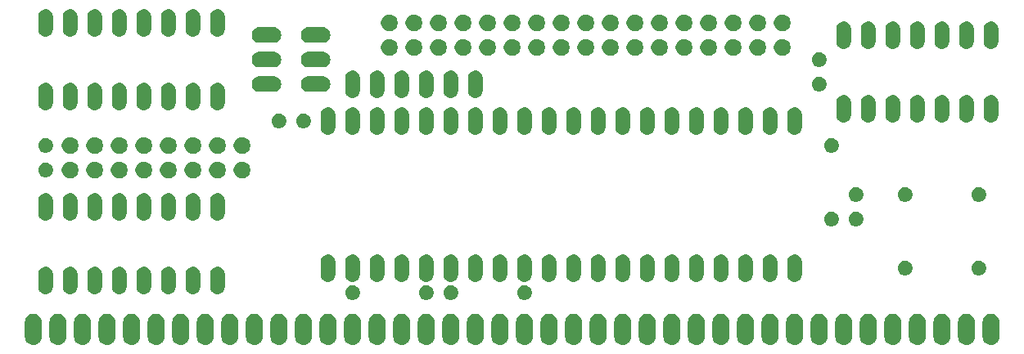
<source format=gbr>
G04 #@! TF.GenerationSoftware,KiCad,Pcbnew,5.1.2*
G04 #@! TF.CreationDate,2020-10-23T15:37:41+02:00*
G04 #@! TF.ProjectId,RC2014 Floppy WD37C65,52433230-3134-4204-966c-6f7070792057,rev?*
G04 #@! TF.SameCoordinates,Original*
G04 #@! TF.FileFunction,Soldermask,Bot*
G04 #@! TF.FilePolarity,Negative*
%FSLAX46Y46*%
G04 Gerber Fmt 4.6, Leading zero omitted, Abs format (unit mm)*
G04 Created by KiCad (PCBNEW 5.1.2) date 2020-10-23 15:37:41*
%MOMM*%
%LPD*%
G04 APERTURE LIST*
%ADD10C,0.100000*%
G04 APERTURE END LIST*
D10*
G36*
X121530394Y-119260496D02*
G01*
X121650826Y-119297029D01*
X121693187Y-119309879D01*
X121843207Y-119390066D01*
X121843210Y-119390068D01*
X121843211Y-119390069D01*
X121974712Y-119497988D01*
X122082631Y-119629488D01*
X122082633Y-119629492D01*
X122082634Y-119629493D01*
X122162821Y-119779513D01*
X122162822Y-119779516D01*
X122212204Y-119942305D01*
X122224700Y-120069180D01*
X122224700Y-121678020D01*
X122212204Y-121804895D01*
X122162822Y-121967684D01*
X122162821Y-121967687D01*
X122082634Y-122117707D01*
X122082631Y-122117712D01*
X121974712Y-122249212D01*
X121843212Y-122357131D01*
X121843208Y-122357133D01*
X121843207Y-122357134D01*
X121693187Y-122437321D01*
X121693184Y-122437322D01*
X121530395Y-122486704D01*
X121361100Y-122503378D01*
X121191806Y-122486704D01*
X121029017Y-122437322D01*
X121029014Y-122437321D01*
X120878994Y-122357134D01*
X120878993Y-122357133D01*
X120878989Y-122357131D01*
X120747489Y-122249212D01*
X120639570Y-122117712D01*
X120639567Y-122117707D01*
X120559380Y-121967687D01*
X120559379Y-121967684D01*
X120509997Y-121804895D01*
X120497501Y-121678020D01*
X120497500Y-120069181D01*
X120509996Y-119942306D01*
X120559378Y-119779517D01*
X120559379Y-119779513D01*
X120639566Y-119629493D01*
X120639570Y-119629488D01*
X120747488Y-119497988D01*
X120878988Y-119390069D01*
X120878992Y-119390067D01*
X120878993Y-119390066D01*
X121029013Y-119309879D01*
X121029016Y-119309878D01*
X121191805Y-119260496D01*
X121361100Y-119243822D01*
X121530394Y-119260496D01*
X121530394Y-119260496D01*
G37*
G36*
X124070394Y-119260496D02*
G01*
X124190826Y-119297029D01*
X124233187Y-119309879D01*
X124383207Y-119390066D01*
X124383210Y-119390068D01*
X124383211Y-119390069D01*
X124514712Y-119497988D01*
X124622631Y-119629488D01*
X124622633Y-119629492D01*
X124622634Y-119629493D01*
X124702821Y-119779513D01*
X124702822Y-119779516D01*
X124752204Y-119942305D01*
X124764700Y-120069180D01*
X124764700Y-121678020D01*
X124752204Y-121804895D01*
X124702822Y-121967684D01*
X124702821Y-121967687D01*
X124622634Y-122117707D01*
X124622631Y-122117712D01*
X124514712Y-122249212D01*
X124383212Y-122357131D01*
X124383208Y-122357133D01*
X124383207Y-122357134D01*
X124233187Y-122437321D01*
X124233184Y-122437322D01*
X124070395Y-122486704D01*
X123901100Y-122503378D01*
X123731806Y-122486704D01*
X123569017Y-122437322D01*
X123569014Y-122437321D01*
X123418994Y-122357134D01*
X123418993Y-122357133D01*
X123418989Y-122357131D01*
X123287489Y-122249212D01*
X123179570Y-122117712D01*
X123179567Y-122117707D01*
X123099380Y-121967687D01*
X123099379Y-121967684D01*
X123049997Y-121804895D01*
X123037501Y-121678020D01*
X123037500Y-120069181D01*
X123049996Y-119942306D01*
X123099378Y-119779517D01*
X123099379Y-119779513D01*
X123179566Y-119629493D01*
X123179570Y-119629488D01*
X123287488Y-119497988D01*
X123418988Y-119390069D01*
X123418992Y-119390067D01*
X123418993Y-119390066D01*
X123569013Y-119309879D01*
X123569016Y-119309878D01*
X123731805Y-119260496D01*
X123901100Y-119243822D01*
X124070394Y-119260496D01*
X124070394Y-119260496D01*
G37*
G36*
X146930394Y-119260496D02*
G01*
X147050826Y-119297029D01*
X147093187Y-119309879D01*
X147243207Y-119390066D01*
X147243210Y-119390068D01*
X147243211Y-119390069D01*
X147374712Y-119497988D01*
X147482631Y-119629488D01*
X147482633Y-119629492D01*
X147482634Y-119629493D01*
X147562821Y-119779513D01*
X147562822Y-119779516D01*
X147612204Y-119942305D01*
X147624700Y-120069180D01*
X147624700Y-121678020D01*
X147612204Y-121804895D01*
X147562822Y-121967684D01*
X147562821Y-121967687D01*
X147482634Y-122117707D01*
X147482631Y-122117712D01*
X147374712Y-122249212D01*
X147243212Y-122357131D01*
X147243208Y-122357133D01*
X147243207Y-122357134D01*
X147093187Y-122437321D01*
X147093184Y-122437322D01*
X146930395Y-122486704D01*
X146761100Y-122503378D01*
X146591806Y-122486704D01*
X146429017Y-122437322D01*
X146429014Y-122437321D01*
X146278994Y-122357134D01*
X146278993Y-122357133D01*
X146278989Y-122357131D01*
X146147489Y-122249212D01*
X146039570Y-122117712D01*
X146039567Y-122117707D01*
X145959380Y-121967687D01*
X145959379Y-121967684D01*
X145909997Y-121804895D01*
X145897501Y-121678020D01*
X145897500Y-120069181D01*
X145909996Y-119942306D01*
X145959378Y-119779517D01*
X145959379Y-119779513D01*
X146039566Y-119629493D01*
X146039570Y-119629488D01*
X146147488Y-119497988D01*
X146278988Y-119390069D01*
X146278992Y-119390067D01*
X146278993Y-119390066D01*
X146429013Y-119309879D01*
X146429016Y-119309878D01*
X146591805Y-119260496D01*
X146761100Y-119243822D01*
X146930394Y-119260496D01*
X146930394Y-119260496D01*
G37*
G36*
X144390394Y-119260496D02*
G01*
X144510826Y-119297029D01*
X144553187Y-119309879D01*
X144703207Y-119390066D01*
X144703210Y-119390068D01*
X144703211Y-119390069D01*
X144834712Y-119497988D01*
X144942631Y-119629488D01*
X144942633Y-119629492D01*
X144942634Y-119629493D01*
X145022821Y-119779513D01*
X145022822Y-119779516D01*
X145072204Y-119942305D01*
X145084700Y-120069180D01*
X145084700Y-121678020D01*
X145072204Y-121804895D01*
X145022822Y-121967684D01*
X145022821Y-121967687D01*
X144942634Y-122117707D01*
X144942631Y-122117712D01*
X144834712Y-122249212D01*
X144703212Y-122357131D01*
X144703208Y-122357133D01*
X144703207Y-122357134D01*
X144553187Y-122437321D01*
X144553184Y-122437322D01*
X144390395Y-122486704D01*
X144221100Y-122503378D01*
X144051806Y-122486704D01*
X143889017Y-122437322D01*
X143889014Y-122437321D01*
X143738994Y-122357134D01*
X143738993Y-122357133D01*
X143738989Y-122357131D01*
X143607489Y-122249212D01*
X143499570Y-122117712D01*
X143499567Y-122117707D01*
X143419380Y-121967687D01*
X143419379Y-121967684D01*
X143369997Y-121804895D01*
X143357501Y-121678020D01*
X143357500Y-120069181D01*
X143369996Y-119942306D01*
X143419378Y-119779517D01*
X143419379Y-119779513D01*
X143499566Y-119629493D01*
X143499570Y-119629488D01*
X143607488Y-119497988D01*
X143738988Y-119390069D01*
X143738992Y-119390067D01*
X143738993Y-119390066D01*
X143889013Y-119309879D01*
X143889016Y-119309878D01*
X144051805Y-119260496D01*
X144221100Y-119243822D01*
X144390394Y-119260496D01*
X144390394Y-119260496D01*
G37*
G36*
X141850394Y-119260496D02*
G01*
X141970826Y-119297029D01*
X142013187Y-119309879D01*
X142163207Y-119390066D01*
X142163210Y-119390068D01*
X142163211Y-119390069D01*
X142294712Y-119497988D01*
X142402631Y-119629488D01*
X142402633Y-119629492D01*
X142402634Y-119629493D01*
X142482821Y-119779513D01*
X142482822Y-119779516D01*
X142532204Y-119942305D01*
X142544700Y-120069180D01*
X142544700Y-121678020D01*
X142532204Y-121804895D01*
X142482822Y-121967684D01*
X142482821Y-121967687D01*
X142402634Y-122117707D01*
X142402631Y-122117712D01*
X142294712Y-122249212D01*
X142163212Y-122357131D01*
X142163208Y-122357133D01*
X142163207Y-122357134D01*
X142013187Y-122437321D01*
X142013184Y-122437322D01*
X141850395Y-122486704D01*
X141681100Y-122503378D01*
X141511806Y-122486704D01*
X141349017Y-122437322D01*
X141349014Y-122437321D01*
X141198994Y-122357134D01*
X141198993Y-122357133D01*
X141198989Y-122357131D01*
X141067489Y-122249212D01*
X140959570Y-122117712D01*
X140959567Y-122117707D01*
X140879380Y-121967687D01*
X140879379Y-121967684D01*
X140829997Y-121804895D01*
X140817501Y-121678020D01*
X140817500Y-120069181D01*
X140829996Y-119942306D01*
X140879378Y-119779517D01*
X140879379Y-119779513D01*
X140959566Y-119629493D01*
X140959570Y-119629488D01*
X141067488Y-119497988D01*
X141198988Y-119390069D01*
X141198992Y-119390067D01*
X141198993Y-119390066D01*
X141349013Y-119309879D01*
X141349016Y-119309878D01*
X141511805Y-119260496D01*
X141681100Y-119243822D01*
X141850394Y-119260496D01*
X141850394Y-119260496D01*
G37*
G36*
X139310394Y-119260496D02*
G01*
X139430826Y-119297029D01*
X139473187Y-119309879D01*
X139623207Y-119390066D01*
X139623210Y-119390068D01*
X139623211Y-119390069D01*
X139754712Y-119497988D01*
X139862631Y-119629488D01*
X139862633Y-119629492D01*
X139862634Y-119629493D01*
X139942821Y-119779513D01*
X139942822Y-119779516D01*
X139992204Y-119942305D01*
X140004700Y-120069180D01*
X140004700Y-121678020D01*
X139992204Y-121804895D01*
X139942822Y-121967684D01*
X139942821Y-121967687D01*
X139862634Y-122117707D01*
X139862631Y-122117712D01*
X139754712Y-122249212D01*
X139623212Y-122357131D01*
X139623208Y-122357133D01*
X139623207Y-122357134D01*
X139473187Y-122437321D01*
X139473184Y-122437322D01*
X139310395Y-122486704D01*
X139141100Y-122503378D01*
X138971806Y-122486704D01*
X138809017Y-122437322D01*
X138809014Y-122437321D01*
X138658994Y-122357134D01*
X138658993Y-122357133D01*
X138658989Y-122357131D01*
X138527489Y-122249212D01*
X138419570Y-122117712D01*
X138419567Y-122117707D01*
X138339380Y-121967687D01*
X138339379Y-121967684D01*
X138289997Y-121804895D01*
X138277501Y-121678020D01*
X138277500Y-120069181D01*
X138289996Y-119942306D01*
X138339378Y-119779517D01*
X138339379Y-119779513D01*
X138419566Y-119629493D01*
X138419570Y-119629488D01*
X138527488Y-119497988D01*
X138658988Y-119390069D01*
X138658992Y-119390067D01*
X138658993Y-119390066D01*
X138809013Y-119309879D01*
X138809016Y-119309878D01*
X138971805Y-119260496D01*
X139141100Y-119243822D01*
X139310394Y-119260496D01*
X139310394Y-119260496D01*
G37*
G36*
X136770394Y-119260496D02*
G01*
X136890826Y-119297029D01*
X136933187Y-119309879D01*
X137083207Y-119390066D01*
X137083210Y-119390068D01*
X137083211Y-119390069D01*
X137214712Y-119497988D01*
X137322631Y-119629488D01*
X137322633Y-119629492D01*
X137322634Y-119629493D01*
X137402821Y-119779513D01*
X137402822Y-119779516D01*
X137452204Y-119942305D01*
X137464700Y-120069180D01*
X137464700Y-121678020D01*
X137452204Y-121804895D01*
X137402822Y-121967684D01*
X137402821Y-121967687D01*
X137322634Y-122117707D01*
X137322631Y-122117712D01*
X137214712Y-122249212D01*
X137083212Y-122357131D01*
X137083208Y-122357133D01*
X137083207Y-122357134D01*
X136933187Y-122437321D01*
X136933184Y-122437322D01*
X136770395Y-122486704D01*
X136601100Y-122503378D01*
X136431806Y-122486704D01*
X136269017Y-122437322D01*
X136269014Y-122437321D01*
X136118994Y-122357134D01*
X136118993Y-122357133D01*
X136118989Y-122357131D01*
X135987489Y-122249212D01*
X135879570Y-122117712D01*
X135879567Y-122117707D01*
X135799380Y-121967687D01*
X135799379Y-121967684D01*
X135749997Y-121804895D01*
X135737501Y-121678020D01*
X135737500Y-120069181D01*
X135749996Y-119942306D01*
X135799378Y-119779517D01*
X135799379Y-119779513D01*
X135879566Y-119629493D01*
X135879570Y-119629488D01*
X135987488Y-119497988D01*
X136118988Y-119390069D01*
X136118992Y-119390067D01*
X136118993Y-119390066D01*
X136269013Y-119309879D01*
X136269016Y-119309878D01*
X136431805Y-119260496D01*
X136601100Y-119243822D01*
X136770394Y-119260496D01*
X136770394Y-119260496D01*
G37*
G36*
X134230394Y-119260496D02*
G01*
X134350826Y-119297029D01*
X134393187Y-119309879D01*
X134543207Y-119390066D01*
X134543210Y-119390068D01*
X134543211Y-119390069D01*
X134674712Y-119497988D01*
X134782631Y-119629488D01*
X134782633Y-119629492D01*
X134782634Y-119629493D01*
X134862821Y-119779513D01*
X134862822Y-119779516D01*
X134912204Y-119942305D01*
X134924700Y-120069180D01*
X134924700Y-121678020D01*
X134912204Y-121804895D01*
X134862822Y-121967684D01*
X134862821Y-121967687D01*
X134782634Y-122117707D01*
X134782631Y-122117712D01*
X134674712Y-122249212D01*
X134543212Y-122357131D01*
X134543208Y-122357133D01*
X134543207Y-122357134D01*
X134393187Y-122437321D01*
X134393184Y-122437322D01*
X134230395Y-122486704D01*
X134061100Y-122503378D01*
X133891806Y-122486704D01*
X133729017Y-122437322D01*
X133729014Y-122437321D01*
X133578994Y-122357134D01*
X133578993Y-122357133D01*
X133578989Y-122357131D01*
X133447489Y-122249212D01*
X133339570Y-122117712D01*
X133339567Y-122117707D01*
X133259380Y-121967687D01*
X133259379Y-121967684D01*
X133209997Y-121804895D01*
X133197501Y-121678020D01*
X133197500Y-120069181D01*
X133209996Y-119942306D01*
X133259378Y-119779517D01*
X133259379Y-119779513D01*
X133339566Y-119629493D01*
X133339570Y-119629488D01*
X133447488Y-119497988D01*
X133578988Y-119390069D01*
X133578992Y-119390067D01*
X133578993Y-119390066D01*
X133729013Y-119309879D01*
X133729016Y-119309878D01*
X133891805Y-119260496D01*
X134061100Y-119243822D01*
X134230394Y-119260496D01*
X134230394Y-119260496D01*
G37*
G36*
X131690394Y-119260496D02*
G01*
X131810826Y-119297029D01*
X131853187Y-119309879D01*
X132003207Y-119390066D01*
X132003210Y-119390068D01*
X132003211Y-119390069D01*
X132134712Y-119497988D01*
X132242631Y-119629488D01*
X132242633Y-119629492D01*
X132242634Y-119629493D01*
X132322821Y-119779513D01*
X132322822Y-119779516D01*
X132372204Y-119942305D01*
X132384700Y-120069180D01*
X132384700Y-121678020D01*
X132372204Y-121804895D01*
X132322822Y-121967684D01*
X132322821Y-121967687D01*
X132242634Y-122117707D01*
X132242631Y-122117712D01*
X132134712Y-122249212D01*
X132003212Y-122357131D01*
X132003208Y-122357133D01*
X132003207Y-122357134D01*
X131853187Y-122437321D01*
X131853184Y-122437322D01*
X131690395Y-122486704D01*
X131521100Y-122503378D01*
X131351806Y-122486704D01*
X131189017Y-122437322D01*
X131189014Y-122437321D01*
X131038994Y-122357134D01*
X131038993Y-122357133D01*
X131038989Y-122357131D01*
X130907489Y-122249212D01*
X130799570Y-122117712D01*
X130799567Y-122117707D01*
X130719380Y-121967687D01*
X130719379Y-121967684D01*
X130669997Y-121804895D01*
X130657501Y-121678020D01*
X130657500Y-120069181D01*
X130669996Y-119942306D01*
X130719378Y-119779517D01*
X130719379Y-119779513D01*
X130799566Y-119629493D01*
X130799570Y-119629488D01*
X130907488Y-119497988D01*
X131038988Y-119390069D01*
X131038992Y-119390067D01*
X131038993Y-119390066D01*
X131189013Y-119309879D01*
X131189016Y-119309878D01*
X131351805Y-119260496D01*
X131521100Y-119243822D01*
X131690394Y-119260496D01*
X131690394Y-119260496D01*
G37*
G36*
X129150394Y-119260496D02*
G01*
X129270826Y-119297029D01*
X129313187Y-119309879D01*
X129463207Y-119390066D01*
X129463210Y-119390068D01*
X129463211Y-119390069D01*
X129594712Y-119497988D01*
X129702631Y-119629488D01*
X129702633Y-119629492D01*
X129702634Y-119629493D01*
X129782821Y-119779513D01*
X129782822Y-119779516D01*
X129832204Y-119942305D01*
X129844700Y-120069180D01*
X129844700Y-121678020D01*
X129832204Y-121804895D01*
X129782822Y-121967684D01*
X129782821Y-121967687D01*
X129702634Y-122117707D01*
X129702631Y-122117712D01*
X129594712Y-122249212D01*
X129463212Y-122357131D01*
X129463208Y-122357133D01*
X129463207Y-122357134D01*
X129313187Y-122437321D01*
X129313184Y-122437322D01*
X129150395Y-122486704D01*
X128981100Y-122503378D01*
X128811806Y-122486704D01*
X128649017Y-122437322D01*
X128649014Y-122437321D01*
X128498994Y-122357134D01*
X128498993Y-122357133D01*
X128498989Y-122357131D01*
X128367489Y-122249212D01*
X128259570Y-122117712D01*
X128259567Y-122117707D01*
X128179380Y-121967687D01*
X128179379Y-121967684D01*
X128129997Y-121804895D01*
X128117501Y-121678020D01*
X128117500Y-120069181D01*
X128129996Y-119942306D01*
X128179378Y-119779517D01*
X128179379Y-119779513D01*
X128259566Y-119629493D01*
X128259570Y-119629488D01*
X128367488Y-119497988D01*
X128498988Y-119390069D01*
X128498992Y-119390067D01*
X128498993Y-119390066D01*
X128649013Y-119309879D01*
X128649016Y-119309878D01*
X128811805Y-119260496D01*
X128981100Y-119243822D01*
X129150394Y-119260496D01*
X129150394Y-119260496D01*
G37*
G36*
X126610394Y-119260496D02*
G01*
X126730826Y-119297029D01*
X126773187Y-119309879D01*
X126923207Y-119390066D01*
X126923210Y-119390068D01*
X126923211Y-119390069D01*
X127054712Y-119497988D01*
X127162631Y-119629488D01*
X127162633Y-119629492D01*
X127162634Y-119629493D01*
X127242821Y-119779513D01*
X127242822Y-119779516D01*
X127292204Y-119942305D01*
X127304700Y-120069180D01*
X127304700Y-121678020D01*
X127292204Y-121804895D01*
X127242822Y-121967684D01*
X127242821Y-121967687D01*
X127162634Y-122117707D01*
X127162631Y-122117712D01*
X127054712Y-122249212D01*
X126923212Y-122357131D01*
X126923208Y-122357133D01*
X126923207Y-122357134D01*
X126773187Y-122437321D01*
X126773184Y-122437322D01*
X126610395Y-122486704D01*
X126441100Y-122503378D01*
X126271806Y-122486704D01*
X126109017Y-122437322D01*
X126109014Y-122437321D01*
X125958994Y-122357134D01*
X125958993Y-122357133D01*
X125958989Y-122357131D01*
X125827489Y-122249212D01*
X125719570Y-122117712D01*
X125719567Y-122117707D01*
X125639380Y-121967687D01*
X125639379Y-121967684D01*
X125589997Y-121804895D01*
X125577501Y-121678020D01*
X125577500Y-120069181D01*
X125589996Y-119942306D01*
X125639378Y-119779517D01*
X125639379Y-119779513D01*
X125719566Y-119629493D01*
X125719570Y-119629488D01*
X125827488Y-119497988D01*
X125958988Y-119390069D01*
X125958992Y-119390067D01*
X125958993Y-119390066D01*
X126109013Y-119309879D01*
X126109016Y-119309878D01*
X126271805Y-119260496D01*
X126441100Y-119243822D01*
X126610394Y-119260496D01*
X126610394Y-119260496D01*
G37*
G36*
X197730394Y-119260496D02*
G01*
X197850826Y-119297029D01*
X197893187Y-119309879D01*
X198043207Y-119390066D01*
X198043210Y-119390068D01*
X198043211Y-119390069D01*
X198174712Y-119497988D01*
X198282631Y-119629488D01*
X198282633Y-119629492D01*
X198282634Y-119629493D01*
X198362821Y-119779513D01*
X198362822Y-119779516D01*
X198412204Y-119942305D01*
X198424700Y-120069180D01*
X198424700Y-121678020D01*
X198412204Y-121804895D01*
X198362822Y-121967684D01*
X198362821Y-121967687D01*
X198282634Y-122117707D01*
X198282631Y-122117712D01*
X198174712Y-122249212D01*
X198043212Y-122357131D01*
X198043208Y-122357133D01*
X198043207Y-122357134D01*
X197893187Y-122437321D01*
X197893184Y-122437322D01*
X197730395Y-122486704D01*
X197561100Y-122503378D01*
X197391806Y-122486704D01*
X197229017Y-122437322D01*
X197229014Y-122437321D01*
X197078994Y-122357134D01*
X197078993Y-122357133D01*
X197078989Y-122357131D01*
X196947489Y-122249212D01*
X196839570Y-122117712D01*
X196839567Y-122117707D01*
X196759380Y-121967687D01*
X196759379Y-121967684D01*
X196709997Y-121804895D01*
X196697501Y-121678020D01*
X196697500Y-120069181D01*
X196709996Y-119942306D01*
X196759378Y-119779517D01*
X196759379Y-119779513D01*
X196839566Y-119629493D01*
X196839570Y-119629488D01*
X196947488Y-119497988D01*
X197078988Y-119390069D01*
X197078992Y-119390067D01*
X197078993Y-119390066D01*
X197229013Y-119309879D01*
X197229016Y-119309878D01*
X197391805Y-119260496D01*
X197561100Y-119243822D01*
X197730394Y-119260496D01*
X197730394Y-119260496D01*
G37*
G36*
X118990394Y-119260496D02*
G01*
X119110826Y-119297029D01*
X119153187Y-119309879D01*
X119303207Y-119390066D01*
X119303210Y-119390068D01*
X119303211Y-119390069D01*
X119434712Y-119497988D01*
X119542631Y-119629488D01*
X119542633Y-119629492D01*
X119542634Y-119629493D01*
X119622821Y-119779513D01*
X119622822Y-119779516D01*
X119672204Y-119942305D01*
X119684700Y-120069180D01*
X119684700Y-121678020D01*
X119672204Y-121804895D01*
X119622822Y-121967684D01*
X119622821Y-121967687D01*
X119542634Y-122117707D01*
X119542631Y-122117712D01*
X119434712Y-122249212D01*
X119303212Y-122357131D01*
X119303208Y-122357133D01*
X119303207Y-122357134D01*
X119153187Y-122437321D01*
X119153184Y-122437322D01*
X118990395Y-122486704D01*
X118821100Y-122503378D01*
X118651806Y-122486704D01*
X118489017Y-122437322D01*
X118489014Y-122437321D01*
X118338994Y-122357134D01*
X118338993Y-122357133D01*
X118338989Y-122357131D01*
X118207489Y-122249212D01*
X118099570Y-122117712D01*
X118099567Y-122117707D01*
X118019380Y-121967687D01*
X118019379Y-121967684D01*
X117969997Y-121804895D01*
X117957501Y-121678020D01*
X117957500Y-120069181D01*
X117969996Y-119942306D01*
X118019378Y-119779517D01*
X118019379Y-119779513D01*
X118099566Y-119629493D01*
X118099570Y-119629488D01*
X118207488Y-119497988D01*
X118338988Y-119390069D01*
X118338992Y-119390067D01*
X118338993Y-119390066D01*
X118489013Y-119309879D01*
X118489016Y-119309878D01*
X118651805Y-119260496D01*
X118821100Y-119243822D01*
X118990394Y-119260496D01*
X118990394Y-119260496D01*
G37*
G36*
X116450394Y-119260496D02*
G01*
X116570826Y-119297029D01*
X116613187Y-119309879D01*
X116763207Y-119390066D01*
X116763210Y-119390068D01*
X116763211Y-119390069D01*
X116894712Y-119497988D01*
X117002631Y-119629488D01*
X117002633Y-119629492D01*
X117002634Y-119629493D01*
X117082821Y-119779513D01*
X117082822Y-119779516D01*
X117132204Y-119942305D01*
X117144700Y-120069180D01*
X117144700Y-121678020D01*
X117132204Y-121804895D01*
X117082822Y-121967684D01*
X117082821Y-121967687D01*
X117002634Y-122117707D01*
X117002631Y-122117712D01*
X116894712Y-122249212D01*
X116763212Y-122357131D01*
X116763208Y-122357133D01*
X116763207Y-122357134D01*
X116613187Y-122437321D01*
X116613184Y-122437322D01*
X116450395Y-122486704D01*
X116281100Y-122503378D01*
X116111806Y-122486704D01*
X115949017Y-122437322D01*
X115949014Y-122437321D01*
X115798994Y-122357134D01*
X115798993Y-122357133D01*
X115798989Y-122357131D01*
X115667489Y-122249212D01*
X115559570Y-122117712D01*
X115559567Y-122117707D01*
X115479380Y-121967687D01*
X115479379Y-121967684D01*
X115429997Y-121804895D01*
X115417501Y-121678020D01*
X115417500Y-120069181D01*
X115429996Y-119942306D01*
X115479378Y-119779517D01*
X115479379Y-119779513D01*
X115559566Y-119629493D01*
X115559570Y-119629488D01*
X115667488Y-119497988D01*
X115798988Y-119390069D01*
X115798992Y-119390067D01*
X115798993Y-119390066D01*
X115949013Y-119309879D01*
X115949016Y-119309878D01*
X116111805Y-119260496D01*
X116281100Y-119243822D01*
X116450394Y-119260496D01*
X116450394Y-119260496D01*
G37*
G36*
X113910394Y-119260496D02*
G01*
X114030826Y-119297029D01*
X114073187Y-119309879D01*
X114223207Y-119390066D01*
X114223210Y-119390068D01*
X114223211Y-119390069D01*
X114354712Y-119497988D01*
X114462631Y-119629488D01*
X114462633Y-119629492D01*
X114462634Y-119629493D01*
X114542821Y-119779513D01*
X114542822Y-119779516D01*
X114592204Y-119942305D01*
X114604700Y-120069180D01*
X114604700Y-121678020D01*
X114592204Y-121804895D01*
X114542822Y-121967684D01*
X114542821Y-121967687D01*
X114462634Y-122117707D01*
X114462631Y-122117712D01*
X114354712Y-122249212D01*
X114223212Y-122357131D01*
X114223208Y-122357133D01*
X114223207Y-122357134D01*
X114073187Y-122437321D01*
X114073184Y-122437322D01*
X113910395Y-122486704D01*
X113741100Y-122503378D01*
X113571806Y-122486704D01*
X113409017Y-122437322D01*
X113409014Y-122437321D01*
X113258994Y-122357134D01*
X113258993Y-122357133D01*
X113258989Y-122357131D01*
X113127489Y-122249212D01*
X113019570Y-122117712D01*
X113019567Y-122117707D01*
X112939380Y-121967687D01*
X112939379Y-121967684D01*
X112889997Y-121804895D01*
X112877501Y-121678020D01*
X112877500Y-120069181D01*
X112889996Y-119942306D01*
X112939378Y-119779517D01*
X112939379Y-119779513D01*
X113019566Y-119629493D01*
X113019570Y-119629488D01*
X113127488Y-119497988D01*
X113258988Y-119390069D01*
X113258992Y-119390067D01*
X113258993Y-119390066D01*
X113409013Y-119309879D01*
X113409016Y-119309878D01*
X113571805Y-119260496D01*
X113741100Y-119243822D01*
X113910394Y-119260496D01*
X113910394Y-119260496D01*
G37*
G36*
X111370394Y-119260496D02*
G01*
X111490826Y-119297029D01*
X111533187Y-119309879D01*
X111683207Y-119390066D01*
X111683210Y-119390068D01*
X111683211Y-119390069D01*
X111814712Y-119497988D01*
X111922631Y-119629488D01*
X111922633Y-119629492D01*
X111922634Y-119629493D01*
X112002821Y-119779513D01*
X112002822Y-119779516D01*
X112052204Y-119942305D01*
X112064700Y-120069180D01*
X112064700Y-121678020D01*
X112052204Y-121804895D01*
X112002822Y-121967684D01*
X112002821Y-121967687D01*
X111922634Y-122117707D01*
X111922631Y-122117712D01*
X111814712Y-122249212D01*
X111683212Y-122357131D01*
X111683208Y-122357133D01*
X111683207Y-122357134D01*
X111533187Y-122437321D01*
X111533184Y-122437322D01*
X111370395Y-122486704D01*
X111201100Y-122503378D01*
X111031806Y-122486704D01*
X110869017Y-122437322D01*
X110869014Y-122437321D01*
X110718994Y-122357134D01*
X110718993Y-122357133D01*
X110718989Y-122357131D01*
X110587489Y-122249212D01*
X110479570Y-122117712D01*
X110479567Y-122117707D01*
X110399380Y-121967687D01*
X110399379Y-121967684D01*
X110349997Y-121804895D01*
X110337501Y-121678020D01*
X110337500Y-120069181D01*
X110349996Y-119942306D01*
X110399378Y-119779517D01*
X110399379Y-119779513D01*
X110479566Y-119629493D01*
X110479570Y-119629488D01*
X110587488Y-119497988D01*
X110718988Y-119390069D01*
X110718992Y-119390067D01*
X110718993Y-119390066D01*
X110869013Y-119309879D01*
X110869016Y-119309878D01*
X111031805Y-119260496D01*
X111201100Y-119243822D01*
X111370394Y-119260496D01*
X111370394Y-119260496D01*
G37*
G36*
X108830394Y-119260496D02*
G01*
X108950826Y-119297029D01*
X108993187Y-119309879D01*
X109143207Y-119390066D01*
X109143210Y-119390068D01*
X109143211Y-119390069D01*
X109274712Y-119497988D01*
X109382631Y-119629488D01*
X109382633Y-119629492D01*
X109382634Y-119629493D01*
X109462821Y-119779513D01*
X109462822Y-119779516D01*
X109512204Y-119942305D01*
X109524700Y-120069180D01*
X109524700Y-121678020D01*
X109512204Y-121804895D01*
X109462822Y-121967684D01*
X109462821Y-121967687D01*
X109382634Y-122117707D01*
X109382631Y-122117712D01*
X109274712Y-122249212D01*
X109143212Y-122357131D01*
X109143208Y-122357133D01*
X109143207Y-122357134D01*
X108993187Y-122437321D01*
X108993184Y-122437322D01*
X108830395Y-122486704D01*
X108661100Y-122503378D01*
X108491806Y-122486704D01*
X108329017Y-122437322D01*
X108329014Y-122437321D01*
X108178994Y-122357134D01*
X108178993Y-122357133D01*
X108178989Y-122357131D01*
X108047489Y-122249212D01*
X107939570Y-122117712D01*
X107939567Y-122117707D01*
X107859380Y-121967687D01*
X107859379Y-121967684D01*
X107809997Y-121804895D01*
X107797501Y-121678020D01*
X107797500Y-120069181D01*
X107809996Y-119942306D01*
X107859378Y-119779517D01*
X107859379Y-119779513D01*
X107939566Y-119629493D01*
X107939570Y-119629488D01*
X108047488Y-119497988D01*
X108178988Y-119390069D01*
X108178992Y-119390067D01*
X108178993Y-119390066D01*
X108329013Y-119309879D01*
X108329016Y-119309878D01*
X108491805Y-119260496D01*
X108661100Y-119243822D01*
X108830394Y-119260496D01*
X108830394Y-119260496D01*
G37*
G36*
X106290394Y-119260496D02*
G01*
X106410826Y-119297029D01*
X106453187Y-119309879D01*
X106603207Y-119390066D01*
X106603210Y-119390068D01*
X106603211Y-119390069D01*
X106734712Y-119497988D01*
X106842631Y-119629488D01*
X106842633Y-119629492D01*
X106842634Y-119629493D01*
X106922821Y-119779513D01*
X106922822Y-119779516D01*
X106972204Y-119942305D01*
X106984700Y-120069180D01*
X106984700Y-121678020D01*
X106972204Y-121804895D01*
X106922822Y-121967684D01*
X106922821Y-121967687D01*
X106842634Y-122117707D01*
X106842631Y-122117712D01*
X106734712Y-122249212D01*
X106603212Y-122357131D01*
X106603208Y-122357133D01*
X106603207Y-122357134D01*
X106453187Y-122437321D01*
X106453184Y-122437322D01*
X106290395Y-122486704D01*
X106121100Y-122503378D01*
X105951806Y-122486704D01*
X105789017Y-122437322D01*
X105789014Y-122437321D01*
X105638994Y-122357134D01*
X105638993Y-122357133D01*
X105638989Y-122357131D01*
X105507489Y-122249212D01*
X105399570Y-122117712D01*
X105399567Y-122117707D01*
X105319380Y-121967687D01*
X105319379Y-121967684D01*
X105269997Y-121804895D01*
X105257501Y-121678020D01*
X105257500Y-120069181D01*
X105269996Y-119942306D01*
X105319378Y-119779517D01*
X105319379Y-119779513D01*
X105399566Y-119629493D01*
X105399570Y-119629488D01*
X105507488Y-119497988D01*
X105638988Y-119390069D01*
X105638992Y-119390067D01*
X105638993Y-119390066D01*
X105789013Y-119309879D01*
X105789016Y-119309878D01*
X105951805Y-119260496D01*
X106121100Y-119243822D01*
X106290394Y-119260496D01*
X106290394Y-119260496D01*
G37*
G36*
X101210394Y-119260496D02*
G01*
X101330826Y-119297029D01*
X101373187Y-119309879D01*
X101523207Y-119390066D01*
X101523210Y-119390068D01*
X101523211Y-119390069D01*
X101654712Y-119497988D01*
X101762631Y-119629488D01*
X101762633Y-119629492D01*
X101762634Y-119629493D01*
X101842821Y-119779513D01*
X101842822Y-119779516D01*
X101892204Y-119942305D01*
X101904700Y-120069180D01*
X101904700Y-121678020D01*
X101892204Y-121804895D01*
X101842822Y-121967684D01*
X101842821Y-121967687D01*
X101762634Y-122117707D01*
X101762631Y-122117712D01*
X101654712Y-122249212D01*
X101523212Y-122357131D01*
X101523208Y-122357133D01*
X101523207Y-122357134D01*
X101373187Y-122437321D01*
X101373184Y-122437322D01*
X101210395Y-122486704D01*
X101041100Y-122503378D01*
X100871806Y-122486704D01*
X100709017Y-122437322D01*
X100709014Y-122437321D01*
X100558994Y-122357134D01*
X100558993Y-122357133D01*
X100558989Y-122357131D01*
X100427489Y-122249212D01*
X100319570Y-122117712D01*
X100319567Y-122117707D01*
X100239380Y-121967687D01*
X100239379Y-121967684D01*
X100189997Y-121804895D01*
X100177501Y-121678020D01*
X100177500Y-120069181D01*
X100189996Y-119942306D01*
X100239378Y-119779517D01*
X100239379Y-119779513D01*
X100319566Y-119629493D01*
X100319570Y-119629488D01*
X100427488Y-119497988D01*
X100558988Y-119390069D01*
X100558992Y-119390067D01*
X100558993Y-119390066D01*
X100709013Y-119309879D01*
X100709016Y-119309878D01*
X100871805Y-119260496D01*
X101041100Y-119243822D01*
X101210394Y-119260496D01*
X101210394Y-119260496D01*
G37*
G36*
X98670394Y-119260496D02*
G01*
X98790826Y-119297029D01*
X98833187Y-119309879D01*
X98983207Y-119390066D01*
X98983210Y-119390068D01*
X98983211Y-119390069D01*
X99114712Y-119497988D01*
X99222631Y-119629488D01*
X99222633Y-119629492D01*
X99222634Y-119629493D01*
X99302821Y-119779513D01*
X99302822Y-119779516D01*
X99352204Y-119942305D01*
X99364700Y-120069180D01*
X99364700Y-121678020D01*
X99352204Y-121804895D01*
X99302822Y-121967684D01*
X99302821Y-121967687D01*
X99222634Y-122117707D01*
X99222631Y-122117712D01*
X99114712Y-122249212D01*
X98983212Y-122357131D01*
X98983208Y-122357133D01*
X98983207Y-122357134D01*
X98833187Y-122437321D01*
X98833184Y-122437322D01*
X98670395Y-122486704D01*
X98501100Y-122503378D01*
X98331806Y-122486704D01*
X98169017Y-122437322D01*
X98169014Y-122437321D01*
X98018994Y-122357134D01*
X98018993Y-122357133D01*
X98018989Y-122357131D01*
X97887489Y-122249212D01*
X97779570Y-122117712D01*
X97779567Y-122117707D01*
X97699380Y-121967687D01*
X97699379Y-121967684D01*
X97649997Y-121804895D01*
X97637501Y-121678020D01*
X97637500Y-120069181D01*
X97649996Y-119942306D01*
X97699378Y-119779517D01*
X97699379Y-119779513D01*
X97779566Y-119629493D01*
X97779570Y-119629488D01*
X97887488Y-119497988D01*
X98018988Y-119390069D01*
X98018992Y-119390067D01*
X98018993Y-119390066D01*
X98169013Y-119309879D01*
X98169016Y-119309878D01*
X98331805Y-119260496D01*
X98501100Y-119243822D01*
X98670394Y-119260496D01*
X98670394Y-119260496D01*
G37*
G36*
X172330394Y-119260496D02*
G01*
X172450826Y-119297029D01*
X172493187Y-119309879D01*
X172643207Y-119390066D01*
X172643210Y-119390068D01*
X172643211Y-119390069D01*
X172774712Y-119497988D01*
X172882631Y-119629488D01*
X172882633Y-119629492D01*
X172882634Y-119629493D01*
X172962821Y-119779513D01*
X172962822Y-119779516D01*
X173012204Y-119942305D01*
X173024700Y-120069180D01*
X173024700Y-121678020D01*
X173012204Y-121804895D01*
X172962822Y-121967684D01*
X172962821Y-121967687D01*
X172882634Y-122117707D01*
X172882631Y-122117712D01*
X172774712Y-122249212D01*
X172643212Y-122357131D01*
X172643208Y-122357133D01*
X172643207Y-122357134D01*
X172493187Y-122437321D01*
X172493184Y-122437322D01*
X172330395Y-122486704D01*
X172161100Y-122503378D01*
X171991806Y-122486704D01*
X171829017Y-122437322D01*
X171829014Y-122437321D01*
X171678994Y-122357134D01*
X171678993Y-122357133D01*
X171678989Y-122357131D01*
X171547489Y-122249212D01*
X171439570Y-122117712D01*
X171439567Y-122117707D01*
X171359380Y-121967687D01*
X171359379Y-121967684D01*
X171309997Y-121804895D01*
X171297501Y-121678020D01*
X171297500Y-120069181D01*
X171309996Y-119942306D01*
X171359378Y-119779517D01*
X171359379Y-119779513D01*
X171439566Y-119629493D01*
X171439570Y-119629488D01*
X171547488Y-119497988D01*
X171678988Y-119390069D01*
X171678992Y-119390067D01*
X171678993Y-119390066D01*
X171829013Y-119309879D01*
X171829016Y-119309878D01*
X171991805Y-119260496D01*
X172161100Y-119243822D01*
X172330394Y-119260496D01*
X172330394Y-119260496D01*
G37*
G36*
X152010394Y-119260496D02*
G01*
X152130826Y-119297029D01*
X152173187Y-119309879D01*
X152323207Y-119390066D01*
X152323210Y-119390068D01*
X152323211Y-119390069D01*
X152454712Y-119497988D01*
X152562631Y-119629488D01*
X152562633Y-119629492D01*
X152562634Y-119629493D01*
X152642821Y-119779513D01*
X152642822Y-119779516D01*
X152692204Y-119942305D01*
X152704700Y-120069180D01*
X152704700Y-121678020D01*
X152692204Y-121804895D01*
X152642822Y-121967684D01*
X152642821Y-121967687D01*
X152562634Y-122117707D01*
X152562631Y-122117712D01*
X152454712Y-122249212D01*
X152323212Y-122357131D01*
X152323208Y-122357133D01*
X152323207Y-122357134D01*
X152173187Y-122437321D01*
X152173184Y-122437322D01*
X152010395Y-122486704D01*
X151841100Y-122503378D01*
X151671806Y-122486704D01*
X151509017Y-122437322D01*
X151509014Y-122437321D01*
X151358994Y-122357134D01*
X151358993Y-122357133D01*
X151358989Y-122357131D01*
X151227489Y-122249212D01*
X151119570Y-122117712D01*
X151119567Y-122117707D01*
X151039380Y-121967687D01*
X151039379Y-121967684D01*
X150989997Y-121804895D01*
X150977501Y-121678020D01*
X150977500Y-120069181D01*
X150989996Y-119942306D01*
X151039378Y-119779517D01*
X151039379Y-119779513D01*
X151119566Y-119629493D01*
X151119570Y-119629488D01*
X151227488Y-119497988D01*
X151358988Y-119390069D01*
X151358992Y-119390067D01*
X151358993Y-119390066D01*
X151509013Y-119309879D01*
X151509016Y-119309878D01*
X151671805Y-119260496D01*
X151841100Y-119243822D01*
X152010394Y-119260496D01*
X152010394Y-119260496D01*
G37*
G36*
X195190394Y-119260496D02*
G01*
X195310826Y-119297029D01*
X195353187Y-119309879D01*
X195503207Y-119390066D01*
X195503210Y-119390068D01*
X195503211Y-119390069D01*
X195634712Y-119497988D01*
X195742631Y-119629488D01*
X195742633Y-119629492D01*
X195742634Y-119629493D01*
X195822821Y-119779513D01*
X195822822Y-119779516D01*
X195872204Y-119942305D01*
X195884700Y-120069180D01*
X195884700Y-121678020D01*
X195872204Y-121804895D01*
X195822822Y-121967684D01*
X195822821Y-121967687D01*
X195742634Y-122117707D01*
X195742631Y-122117712D01*
X195634712Y-122249212D01*
X195503212Y-122357131D01*
X195503208Y-122357133D01*
X195503207Y-122357134D01*
X195353187Y-122437321D01*
X195353184Y-122437322D01*
X195190395Y-122486704D01*
X195021100Y-122503378D01*
X194851806Y-122486704D01*
X194689017Y-122437322D01*
X194689014Y-122437321D01*
X194538994Y-122357134D01*
X194538993Y-122357133D01*
X194538989Y-122357131D01*
X194407489Y-122249212D01*
X194299570Y-122117712D01*
X194299567Y-122117707D01*
X194219380Y-121967687D01*
X194219379Y-121967684D01*
X194169997Y-121804895D01*
X194157501Y-121678020D01*
X194157500Y-120069181D01*
X194169996Y-119942306D01*
X194219378Y-119779517D01*
X194219379Y-119779513D01*
X194299566Y-119629493D01*
X194299570Y-119629488D01*
X194407488Y-119497988D01*
X194538988Y-119390069D01*
X194538992Y-119390067D01*
X194538993Y-119390066D01*
X194689013Y-119309879D01*
X194689016Y-119309878D01*
X194851805Y-119260496D01*
X195021100Y-119243822D01*
X195190394Y-119260496D01*
X195190394Y-119260496D01*
G37*
G36*
X192650394Y-119260496D02*
G01*
X192770826Y-119297029D01*
X192813187Y-119309879D01*
X192963207Y-119390066D01*
X192963210Y-119390068D01*
X192963211Y-119390069D01*
X193094712Y-119497988D01*
X193202631Y-119629488D01*
X193202633Y-119629492D01*
X193202634Y-119629493D01*
X193282821Y-119779513D01*
X193282822Y-119779516D01*
X193332204Y-119942305D01*
X193344700Y-120069180D01*
X193344700Y-121678020D01*
X193332204Y-121804895D01*
X193282822Y-121967684D01*
X193282821Y-121967687D01*
X193202634Y-122117707D01*
X193202631Y-122117712D01*
X193094712Y-122249212D01*
X192963212Y-122357131D01*
X192963208Y-122357133D01*
X192963207Y-122357134D01*
X192813187Y-122437321D01*
X192813184Y-122437322D01*
X192650395Y-122486704D01*
X192481100Y-122503378D01*
X192311806Y-122486704D01*
X192149017Y-122437322D01*
X192149014Y-122437321D01*
X191998994Y-122357134D01*
X191998993Y-122357133D01*
X191998989Y-122357131D01*
X191867489Y-122249212D01*
X191759570Y-122117712D01*
X191759567Y-122117707D01*
X191679380Y-121967687D01*
X191679379Y-121967684D01*
X191629997Y-121804895D01*
X191617501Y-121678020D01*
X191617500Y-120069181D01*
X191629996Y-119942306D01*
X191679378Y-119779517D01*
X191679379Y-119779513D01*
X191759566Y-119629493D01*
X191759570Y-119629488D01*
X191867488Y-119497988D01*
X191998988Y-119390069D01*
X191998992Y-119390067D01*
X191998993Y-119390066D01*
X192149013Y-119309879D01*
X192149016Y-119309878D01*
X192311805Y-119260496D01*
X192481100Y-119243822D01*
X192650394Y-119260496D01*
X192650394Y-119260496D01*
G37*
G36*
X190110394Y-119260496D02*
G01*
X190230826Y-119297029D01*
X190273187Y-119309879D01*
X190423207Y-119390066D01*
X190423210Y-119390068D01*
X190423211Y-119390069D01*
X190554712Y-119497988D01*
X190662631Y-119629488D01*
X190662633Y-119629492D01*
X190662634Y-119629493D01*
X190742821Y-119779513D01*
X190742822Y-119779516D01*
X190792204Y-119942305D01*
X190804700Y-120069180D01*
X190804700Y-121678020D01*
X190792204Y-121804895D01*
X190742822Y-121967684D01*
X190742821Y-121967687D01*
X190662634Y-122117707D01*
X190662631Y-122117712D01*
X190554712Y-122249212D01*
X190423212Y-122357131D01*
X190423208Y-122357133D01*
X190423207Y-122357134D01*
X190273187Y-122437321D01*
X190273184Y-122437322D01*
X190110395Y-122486704D01*
X189941100Y-122503378D01*
X189771806Y-122486704D01*
X189609017Y-122437322D01*
X189609014Y-122437321D01*
X189458994Y-122357134D01*
X189458993Y-122357133D01*
X189458989Y-122357131D01*
X189327489Y-122249212D01*
X189219570Y-122117712D01*
X189219567Y-122117707D01*
X189139380Y-121967687D01*
X189139379Y-121967684D01*
X189089997Y-121804895D01*
X189077501Y-121678020D01*
X189077500Y-120069181D01*
X189089996Y-119942306D01*
X189139378Y-119779517D01*
X189139379Y-119779513D01*
X189219566Y-119629493D01*
X189219570Y-119629488D01*
X189327488Y-119497988D01*
X189458988Y-119390069D01*
X189458992Y-119390067D01*
X189458993Y-119390066D01*
X189609013Y-119309879D01*
X189609016Y-119309878D01*
X189771805Y-119260496D01*
X189941100Y-119243822D01*
X190110394Y-119260496D01*
X190110394Y-119260496D01*
G37*
G36*
X187570394Y-119260496D02*
G01*
X187690826Y-119297029D01*
X187733187Y-119309879D01*
X187883207Y-119390066D01*
X187883210Y-119390068D01*
X187883211Y-119390069D01*
X188014712Y-119497988D01*
X188122631Y-119629488D01*
X188122633Y-119629492D01*
X188122634Y-119629493D01*
X188202821Y-119779513D01*
X188202822Y-119779516D01*
X188252204Y-119942305D01*
X188264700Y-120069180D01*
X188264700Y-121678020D01*
X188252204Y-121804895D01*
X188202822Y-121967684D01*
X188202821Y-121967687D01*
X188122634Y-122117707D01*
X188122631Y-122117712D01*
X188014712Y-122249212D01*
X187883212Y-122357131D01*
X187883208Y-122357133D01*
X187883207Y-122357134D01*
X187733187Y-122437321D01*
X187733184Y-122437322D01*
X187570395Y-122486704D01*
X187401100Y-122503378D01*
X187231806Y-122486704D01*
X187069017Y-122437322D01*
X187069014Y-122437321D01*
X186918994Y-122357134D01*
X186918993Y-122357133D01*
X186918989Y-122357131D01*
X186787489Y-122249212D01*
X186679570Y-122117712D01*
X186679567Y-122117707D01*
X186599380Y-121967687D01*
X186599379Y-121967684D01*
X186549997Y-121804895D01*
X186537501Y-121678020D01*
X186537500Y-120069181D01*
X186549996Y-119942306D01*
X186599378Y-119779517D01*
X186599379Y-119779513D01*
X186679566Y-119629493D01*
X186679570Y-119629488D01*
X186787488Y-119497988D01*
X186918988Y-119390069D01*
X186918992Y-119390067D01*
X186918993Y-119390066D01*
X187069013Y-119309879D01*
X187069016Y-119309878D01*
X187231805Y-119260496D01*
X187401100Y-119243822D01*
X187570394Y-119260496D01*
X187570394Y-119260496D01*
G37*
G36*
X185030394Y-119260496D02*
G01*
X185150826Y-119297029D01*
X185193187Y-119309879D01*
X185343207Y-119390066D01*
X185343210Y-119390068D01*
X185343211Y-119390069D01*
X185474712Y-119497988D01*
X185582631Y-119629488D01*
X185582633Y-119629492D01*
X185582634Y-119629493D01*
X185662821Y-119779513D01*
X185662822Y-119779516D01*
X185712204Y-119942305D01*
X185724700Y-120069180D01*
X185724700Y-121678020D01*
X185712204Y-121804895D01*
X185662822Y-121967684D01*
X185662821Y-121967687D01*
X185582634Y-122117707D01*
X185582631Y-122117712D01*
X185474712Y-122249212D01*
X185343212Y-122357131D01*
X185343208Y-122357133D01*
X185343207Y-122357134D01*
X185193187Y-122437321D01*
X185193184Y-122437322D01*
X185030395Y-122486704D01*
X184861100Y-122503378D01*
X184691806Y-122486704D01*
X184529017Y-122437322D01*
X184529014Y-122437321D01*
X184378994Y-122357134D01*
X184378993Y-122357133D01*
X184378989Y-122357131D01*
X184247489Y-122249212D01*
X184139570Y-122117712D01*
X184139567Y-122117707D01*
X184059380Y-121967687D01*
X184059379Y-121967684D01*
X184009997Y-121804895D01*
X183997501Y-121678020D01*
X183997500Y-120069181D01*
X184009996Y-119942306D01*
X184059378Y-119779517D01*
X184059379Y-119779513D01*
X184139566Y-119629493D01*
X184139570Y-119629488D01*
X184247488Y-119497988D01*
X184378988Y-119390069D01*
X184378992Y-119390067D01*
X184378993Y-119390066D01*
X184529013Y-119309879D01*
X184529016Y-119309878D01*
X184691805Y-119260496D01*
X184861100Y-119243822D01*
X185030394Y-119260496D01*
X185030394Y-119260496D01*
G37*
G36*
X182490394Y-119260496D02*
G01*
X182610826Y-119297029D01*
X182653187Y-119309879D01*
X182803207Y-119390066D01*
X182803210Y-119390068D01*
X182803211Y-119390069D01*
X182934712Y-119497988D01*
X183042631Y-119629488D01*
X183042633Y-119629492D01*
X183042634Y-119629493D01*
X183122821Y-119779513D01*
X183122822Y-119779516D01*
X183172204Y-119942305D01*
X183184700Y-120069180D01*
X183184700Y-121678020D01*
X183172204Y-121804895D01*
X183122822Y-121967684D01*
X183122821Y-121967687D01*
X183042634Y-122117707D01*
X183042631Y-122117712D01*
X182934712Y-122249212D01*
X182803212Y-122357131D01*
X182803208Y-122357133D01*
X182803207Y-122357134D01*
X182653187Y-122437321D01*
X182653184Y-122437322D01*
X182490395Y-122486704D01*
X182321100Y-122503378D01*
X182151806Y-122486704D01*
X181989017Y-122437322D01*
X181989014Y-122437321D01*
X181838994Y-122357134D01*
X181838993Y-122357133D01*
X181838989Y-122357131D01*
X181707489Y-122249212D01*
X181599570Y-122117712D01*
X181599567Y-122117707D01*
X181519380Y-121967687D01*
X181519379Y-121967684D01*
X181469997Y-121804895D01*
X181457501Y-121678020D01*
X181457500Y-120069181D01*
X181469996Y-119942306D01*
X181519378Y-119779517D01*
X181519379Y-119779513D01*
X181599566Y-119629493D01*
X181599570Y-119629488D01*
X181707488Y-119497988D01*
X181838988Y-119390069D01*
X181838992Y-119390067D01*
X181838993Y-119390066D01*
X181989013Y-119309879D01*
X181989016Y-119309878D01*
X182151805Y-119260496D01*
X182321100Y-119243822D01*
X182490394Y-119260496D01*
X182490394Y-119260496D01*
G37*
G36*
X179950394Y-119260496D02*
G01*
X180070826Y-119297029D01*
X180113187Y-119309879D01*
X180263207Y-119390066D01*
X180263210Y-119390068D01*
X180263211Y-119390069D01*
X180394712Y-119497988D01*
X180502631Y-119629488D01*
X180502633Y-119629492D01*
X180502634Y-119629493D01*
X180582821Y-119779513D01*
X180582822Y-119779516D01*
X180632204Y-119942305D01*
X180644700Y-120069180D01*
X180644700Y-121678020D01*
X180632204Y-121804895D01*
X180582822Y-121967684D01*
X180582821Y-121967687D01*
X180502634Y-122117707D01*
X180502631Y-122117712D01*
X180394712Y-122249212D01*
X180263212Y-122357131D01*
X180263208Y-122357133D01*
X180263207Y-122357134D01*
X180113187Y-122437321D01*
X180113184Y-122437322D01*
X179950395Y-122486704D01*
X179781100Y-122503378D01*
X179611806Y-122486704D01*
X179449017Y-122437322D01*
X179449014Y-122437321D01*
X179298994Y-122357134D01*
X179298993Y-122357133D01*
X179298989Y-122357131D01*
X179167489Y-122249212D01*
X179059570Y-122117712D01*
X179059567Y-122117707D01*
X178979380Y-121967687D01*
X178979379Y-121967684D01*
X178929997Y-121804895D01*
X178917501Y-121678020D01*
X178917500Y-120069181D01*
X178929996Y-119942306D01*
X178979378Y-119779517D01*
X178979379Y-119779513D01*
X179059566Y-119629493D01*
X179059570Y-119629488D01*
X179167488Y-119497988D01*
X179298988Y-119390069D01*
X179298992Y-119390067D01*
X179298993Y-119390066D01*
X179449013Y-119309879D01*
X179449016Y-119309878D01*
X179611805Y-119260496D01*
X179781100Y-119243822D01*
X179950394Y-119260496D01*
X179950394Y-119260496D01*
G37*
G36*
X177410394Y-119260496D02*
G01*
X177530826Y-119297029D01*
X177573187Y-119309879D01*
X177723207Y-119390066D01*
X177723210Y-119390068D01*
X177723211Y-119390069D01*
X177854712Y-119497988D01*
X177962631Y-119629488D01*
X177962633Y-119629492D01*
X177962634Y-119629493D01*
X178042821Y-119779513D01*
X178042822Y-119779516D01*
X178092204Y-119942305D01*
X178104700Y-120069180D01*
X178104700Y-121678020D01*
X178092204Y-121804895D01*
X178042822Y-121967684D01*
X178042821Y-121967687D01*
X177962634Y-122117707D01*
X177962631Y-122117712D01*
X177854712Y-122249212D01*
X177723212Y-122357131D01*
X177723208Y-122357133D01*
X177723207Y-122357134D01*
X177573187Y-122437321D01*
X177573184Y-122437322D01*
X177410395Y-122486704D01*
X177241100Y-122503378D01*
X177071806Y-122486704D01*
X176909017Y-122437322D01*
X176909014Y-122437321D01*
X176758994Y-122357134D01*
X176758993Y-122357133D01*
X176758989Y-122357131D01*
X176627489Y-122249212D01*
X176519570Y-122117712D01*
X176519567Y-122117707D01*
X176439380Y-121967687D01*
X176439379Y-121967684D01*
X176389997Y-121804895D01*
X176377501Y-121678020D01*
X176377500Y-120069181D01*
X176389996Y-119942306D01*
X176439378Y-119779517D01*
X176439379Y-119779513D01*
X176519566Y-119629493D01*
X176519570Y-119629488D01*
X176627488Y-119497988D01*
X176758988Y-119390069D01*
X176758992Y-119390067D01*
X176758993Y-119390066D01*
X176909013Y-119309879D01*
X176909016Y-119309878D01*
X177071805Y-119260496D01*
X177241100Y-119243822D01*
X177410394Y-119260496D01*
X177410394Y-119260496D01*
G37*
G36*
X174870394Y-119260496D02*
G01*
X174990826Y-119297029D01*
X175033187Y-119309879D01*
X175183207Y-119390066D01*
X175183210Y-119390068D01*
X175183211Y-119390069D01*
X175314712Y-119497988D01*
X175422631Y-119629488D01*
X175422633Y-119629492D01*
X175422634Y-119629493D01*
X175502821Y-119779513D01*
X175502822Y-119779516D01*
X175552204Y-119942305D01*
X175564700Y-120069180D01*
X175564700Y-121678020D01*
X175552204Y-121804895D01*
X175502822Y-121967684D01*
X175502821Y-121967687D01*
X175422634Y-122117707D01*
X175422631Y-122117712D01*
X175314712Y-122249212D01*
X175183212Y-122357131D01*
X175183208Y-122357133D01*
X175183207Y-122357134D01*
X175033187Y-122437321D01*
X175033184Y-122437322D01*
X174870395Y-122486704D01*
X174701100Y-122503378D01*
X174531806Y-122486704D01*
X174369017Y-122437322D01*
X174369014Y-122437321D01*
X174218994Y-122357134D01*
X174218993Y-122357133D01*
X174218989Y-122357131D01*
X174087489Y-122249212D01*
X173979570Y-122117712D01*
X173979567Y-122117707D01*
X173899380Y-121967687D01*
X173899379Y-121967684D01*
X173849997Y-121804895D01*
X173837501Y-121678020D01*
X173837500Y-120069181D01*
X173849996Y-119942306D01*
X173899378Y-119779517D01*
X173899379Y-119779513D01*
X173979566Y-119629493D01*
X173979570Y-119629488D01*
X174087488Y-119497988D01*
X174218988Y-119390069D01*
X174218992Y-119390067D01*
X174218993Y-119390066D01*
X174369013Y-119309879D01*
X174369016Y-119309878D01*
X174531805Y-119260496D01*
X174701100Y-119243822D01*
X174870394Y-119260496D01*
X174870394Y-119260496D01*
G37*
G36*
X169790394Y-119260496D02*
G01*
X169910826Y-119297029D01*
X169953187Y-119309879D01*
X170103207Y-119390066D01*
X170103210Y-119390068D01*
X170103211Y-119390069D01*
X170234712Y-119497988D01*
X170342631Y-119629488D01*
X170342633Y-119629492D01*
X170342634Y-119629493D01*
X170422821Y-119779513D01*
X170422822Y-119779516D01*
X170472204Y-119942305D01*
X170484700Y-120069180D01*
X170484700Y-121678020D01*
X170472204Y-121804895D01*
X170422822Y-121967684D01*
X170422821Y-121967687D01*
X170342634Y-122117707D01*
X170342631Y-122117712D01*
X170234712Y-122249212D01*
X170103212Y-122357131D01*
X170103208Y-122357133D01*
X170103207Y-122357134D01*
X169953187Y-122437321D01*
X169953184Y-122437322D01*
X169790395Y-122486704D01*
X169621100Y-122503378D01*
X169451806Y-122486704D01*
X169289017Y-122437322D01*
X169289014Y-122437321D01*
X169138994Y-122357134D01*
X169138993Y-122357133D01*
X169138989Y-122357131D01*
X169007489Y-122249212D01*
X168899570Y-122117712D01*
X168899567Y-122117707D01*
X168819380Y-121967687D01*
X168819379Y-121967684D01*
X168769997Y-121804895D01*
X168757501Y-121678020D01*
X168757500Y-120069181D01*
X168769996Y-119942306D01*
X168819378Y-119779517D01*
X168819379Y-119779513D01*
X168899566Y-119629493D01*
X168899570Y-119629488D01*
X169007488Y-119497988D01*
X169138988Y-119390069D01*
X169138992Y-119390067D01*
X169138993Y-119390066D01*
X169289013Y-119309879D01*
X169289016Y-119309878D01*
X169451805Y-119260496D01*
X169621100Y-119243822D01*
X169790394Y-119260496D01*
X169790394Y-119260496D01*
G37*
G36*
X149470394Y-119260496D02*
G01*
X149590826Y-119297029D01*
X149633187Y-119309879D01*
X149783207Y-119390066D01*
X149783210Y-119390068D01*
X149783211Y-119390069D01*
X149914712Y-119497988D01*
X150022631Y-119629488D01*
X150022633Y-119629492D01*
X150022634Y-119629493D01*
X150102821Y-119779513D01*
X150102822Y-119779516D01*
X150152204Y-119942305D01*
X150164700Y-120069180D01*
X150164700Y-121678020D01*
X150152204Y-121804895D01*
X150102822Y-121967684D01*
X150102821Y-121967687D01*
X150022634Y-122117707D01*
X150022631Y-122117712D01*
X149914712Y-122249212D01*
X149783212Y-122357131D01*
X149783208Y-122357133D01*
X149783207Y-122357134D01*
X149633187Y-122437321D01*
X149633184Y-122437322D01*
X149470395Y-122486704D01*
X149301100Y-122503378D01*
X149131806Y-122486704D01*
X148969017Y-122437322D01*
X148969014Y-122437321D01*
X148818994Y-122357134D01*
X148818993Y-122357133D01*
X148818989Y-122357131D01*
X148687489Y-122249212D01*
X148579570Y-122117712D01*
X148579567Y-122117707D01*
X148499380Y-121967687D01*
X148499379Y-121967684D01*
X148449997Y-121804895D01*
X148437501Y-121678020D01*
X148437500Y-120069181D01*
X148449996Y-119942306D01*
X148499378Y-119779517D01*
X148499379Y-119779513D01*
X148579566Y-119629493D01*
X148579570Y-119629488D01*
X148687488Y-119497988D01*
X148818988Y-119390069D01*
X148818992Y-119390067D01*
X148818993Y-119390066D01*
X148969013Y-119309879D01*
X148969016Y-119309878D01*
X149131805Y-119260496D01*
X149301100Y-119243822D01*
X149470394Y-119260496D01*
X149470394Y-119260496D01*
G37*
G36*
X154550394Y-119260496D02*
G01*
X154670826Y-119297029D01*
X154713187Y-119309879D01*
X154863207Y-119390066D01*
X154863210Y-119390068D01*
X154863211Y-119390069D01*
X154994712Y-119497988D01*
X155102631Y-119629488D01*
X155102633Y-119629492D01*
X155102634Y-119629493D01*
X155182821Y-119779513D01*
X155182822Y-119779516D01*
X155232204Y-119942305D01*
X155244700Y-120069180D01*
X155244700Y-121678020D01*
X155232204Y-121804895D01*
X155182822Y-121967684D01*
X155182821Y-121967687D01*
X155102634Y-122117707D01*
X155102631Y-122117712D01*
X154994712Y-122249212D01*
X154863212Y-122357131D01*
X154863208Y-122357133D01*
X154863207Y-122357134D01*
X154713187Y-122437321D01*
X154713184Y-122437322D01*
X154550395Y-122486704D01*
X154381100Y-122503378D01*
X154211806Y-122486704D01*
X154049017Y-122437322D01*
X154049014Y-122437321D01*
X153898994Y-122357134D01*
X153898993Y-122357133D01*
X153898989Y-122357131D01*
X153767489Y-122249212D01*
X153659570Y-122117712D01*
X153659567Y-122117707D01*
X153579380Y-121967687D01*
X153579379Y-121967684D01*
X153529997Y-121804895D01*
X153517501Y-121678020D01*
X153517500Y-120069181D01*
X153529996Y-119942306D01*
X153579378Y-119779517D01*
X153579379Y-119779513D01*
X153659566Y-119629493D01*
X153659570Y-119629488D01*
X153767488Y-119497988D01*
X153898988Y-119390069D01*
X153898992Y-119390067D01*
X153898993Y-119390066D01*
X154049013Y-119309879D01*
X154049016Y-119309878D01*
X154211805Y-119260496D01*
X154381100Y-119243822D01*
X154550394Y-119260496D01*
X154550394Y-119260496D01*
G37*
G36*
X157090394Y-119260496D02*
G01*
X157210826Y-119297029D01*
X157253187Y-119309879D01*
X157403207Y-119390066D01*
X157403210Y-119390068D01*
X157403211Y-119390069D01*
X157534712Y-119497988D01*
X157642631Y-119629488D01*
X157642633Y-119629492D01*
X157642634Y-119629493D01*
X157722821Y-119779513D01*
X157722822Y-119779516D01*
X157772204Y-119942305D01*
X157784700Y-120069180D01*
X157784700Y-121678020D01*
X157772204Y-121804895D01*
X157722822Y-121967684D01*
X157722821Y-121967687D01*
X157642634Y-122117707D01*
X157642631Y-122117712D01*
X157534712Y-122249212D01*
X157403212Y-122357131D01*
X157403208Y-122357133D01*
X157403207Y-122357134D01*
X157253187Y-122437321D01*
X157253184Y-122437322D01*
X157090395Y-122486704D01*
X156921100Y-122503378D01*
X156751806Y-122486704D01*
X156589017Y-122437322D01*
X156589014Y-122437321D01*
X156438994Y-122357134D01*
X156438993Y-122357133D01*
X156438989Y-122357131D01*
X156307489Y-122249212D01*
X156199570Y-122117712D01*
X156199567Y-122117707D01*
X156119380Y-121967687D01*
X156119379Y-121967684D01*
X156069997Y-121804895D01*
X156057501Y-121678020D01*
X156057500Y-120069181D01*
X156069996Y-119942306D01*
X156119378Y-119779517D01*
X156119379Y-119779513D01*
X156199566Y-119629493D01*
X156199570Y-119629488D01*
X156307488Y-119497988D01*
X156438988Y-119390069D01*
X156438992Y-119390067D01*
X156438993Y-119390066D01*
X156589013Y-119309879D01*
X156589016Y-119309878D01*
X156751805Y-119260496D01*
X156921100Y-119243822D01*
X157090394Y-119260496D01*
X157090394Y-119260496D01*
G37*
G36*
X159630394Y-119260496D02*
G01*
X159750826Y-119297029D01*
X159793187Y-119309879D01*
X159943207Y-119390066D01*
X159943210Y-119390068D01*
X159943211Y-119390069D01*
X160074712Y-119497988D01*
X160182631Y-119629488D01*
X160182633Y-119629492D01*
X160182634Y-119629493D01*
X160262821Y-119779513D01*
X160262822Y-119779516D01*
X160312204Y-119942305D01*
X160324700Y-120069180D01*
X160324700Y-121678020D01*
X160312204Y-121804895D01*
X160262822Y-121967684D01*
X160262821Y-121967687D01*
X160182634Y-122117707D01*
X160182631Y-122117712D01*
X160074712Y-122249212D01*
X159943212Y-122357131D01*
X159943208Y-122357133D01*
X159943207Y-122357134D01*
X159793187Y-122437321D01*
X159793184Y-122437322D01*
X159630395Y-122486704D01*
X159461100Y-122503378D01*
X159291806Y-122486704D01*
X159129017Y-122437322D01*
X159129014Y-122437321D01*
X158978994Y-122357134D01*
X158978993Y-122357133D01*
X158978989Y-122357131D01*
X158847489Y-122249212D01*
X158739570Y-122117712D01*
X158739567Y-122117707D01*
X158659380Y-121967687D01*
X158659379Y-121967684D01*
X158609997Y-121804895D01*
X158597501Y-121678020D01*
X158597500Y-120069181D01*
X158609996Y-119942306D01*
X158659378Y-119779517D01*
X158659379Y-119779513D01*
X158739566Y-119629493D01*
X158739570Y-119629488D01*
X158847488Y-119497988D01*
X158978988Y-119390069D01*
X158978992Y-119390067D01*
X158978993Y-119390066D01*
X159129013Y-119309879D01*
X159129016Y-119309878D01*
X159291805Y-119260496D01*
X159461100Y-119243822D01*
X159630394Y-119260496D01*
X159630394Y-119260496D01*
G37*
G36*
X162170394Y-119260496D02*
G01*
X162290826Y-119297029D01*
X162333187Y-119309879D01*
X162483207Y-119390066D01*
X162483210Y-119390068D01*
X162483211Y-119390069D01*
X162614712Y-119497988D01*
X162722631Y-119629488D01*
X162722633Y-119629492D01*
X162722634Y-119629493D01*
X162802821Y-119779513D01*
X162802822Y-119779516D01*
X162852204Y-119942305D01*
X162864700Y-120069180D01*
X162864700Y-121678020D01*
X162852204Y-121804895D01*
X162802822Y-121967684D01*
X162802821Y-121967687D01*
X162722634Y-122117707D01*
X162722631Y-122117712D01*
X162614712Y-122249212D01*
X162483212Y-122357131D01*
X162483208Y-122357133D01*
X162483207Y-122357134D01*
X162333187Y-122437321D01*
X162333184Y-122437322D01*
X162170395Y-122486704D01*
X162001100Y-122503378D01*
X161831806Y-122486704D01*
X161669017Y-122437322D01*
X161669014Y-122437321D01*
X161518994Y-122357134D01*
X161518993Y-122357133D01*
X161518989Y-122357131D01*
X161387489Y-122249212D01*
X161279570Y-122117712D01*
X161279567Y-122117707D01*
X161199380Y-121967687D01*
X161199379Y-121967684D01*
X161149997Y-121804895D01*
X161137501Y-121678020D01*
X161137500Y-120069181D01*
X161149996Y-119942306D01*
X161199378Y-119779517D01*
X161199379Y-119779513D01*
X161279566Y-119629493D01*
X161279570Y-119629488D01*
X161387488Y-119497988D01*
X161518988Y-119390069D01*
X161518992Y-119390067D01*
X161518993Y-119390066D01*
X161669013Y-119309879D01*
X161669016Y-119309878D01*
X161831805Y-119260496D01*
X162001100Y-119243822D01*
X162170394Y-119260496D01*
X162170394Y-119260496D01*
G37*
G36*
X164710394Y-119260496D02*
G01*
X164830826Y-119297029D01*
X164873187Y-119309879D01*
X165023207Y-119390066D01*
X165023210Y-119390068D01*
X165023211Y-119390069D01*
X165154712Y-119497988D01*
X165262631Y-119629488D01*
X165262633Y-119629492D01*
X165262634Y-119629493D01*
X165342821Y-119779513D01*
X165342822Y-119779516D01*
X165392204Y-119942305D01*
X165404700Y-120069180D01*
X165404700Y-121678020D01*
X165392204Y-121804895D01*
X165342822Y-121967684D01*
X165342821Y-121967687D01*
X165262634Y-122117707D01*
X165262631Y-122117712D01*
X165154712Y-122249212D01*
X165023212Y-122357131D01*
X165023208Y-122357133D01*
X165023207Y-122357134D01*
X164873187Y-122437321D01*
X164873184Y-122437322D01*
X164710395Y-122486704D01*
X164541100Y-122503378D01*
X164371806Y-122486704D01*
X164209017Y-122437322D01*
X164209014Y-122437321D01*
X164058994Y-122357134D01*
X164058993Y-122357133D01*
X164058989Y-122357131D01*
X163927489Y-122249212D01*
X163819570Y-122117712D01*
X163819567Y-122117707D01*
X163739380Y-121967687D01*
X163739379Y-121967684D01*
X163689997Y-121804895D01*
X163677501Y-121678020D01*
X163677500Y-120069181D01*
X163689996Y-119942306D01*
X163739378Y-119779517D01*
X163739379Y-119779513D01*
X163819566Y-119629493D01*
X163819570Y-119629488D01*
X163927488Y-119497988D01*
X164058988Y-119390069D01*
X164058992Y-119390067D01*
X164058993Y-119390066D01*
X164209013Y-119309879D01*
X164209016Y-119309878D01*
X164371805Y-119260496D01*
X164541100Y-119243822D01*
X164710394Y-119260496D01*
X164710394Y-119260496D01*
G37*
G36*
X167250394Y-119260496D02*
G01*
X167370826Y-119297029D01*
X167413187Y-119309879D01*
X167563207Y-119390066D01*
X167563210Y-119390068D01*
X167563211Y-119390069D01*
X167694712Y-119497988D01*
X167802631Y-119629488D01*
X167802633Y-119629492D01*
X167802634Y-119629493D01*
X167882821Y-119779513D01*
X167882822Y-119779516D01*
X167932204Y-119942305D01*
X167944700Y-120069180D01*
X167944700Y-121678020D01*
X167932204Y-121804895D01*
X167882822Y-121967684D01*
X167882821Y-121967687D01*
X167802634Y-122117707D01*
X167802631Y-122117712D01*
X167694712Y-122249212D01*
X167563212Y-122357131D01*
X167563208Y-122357133D01*
X167563207Y-122357134D01*
X167413187Y-122437321D01*
X167413184Y-122437322D01*
X167250395Y-122486704D01*
X167081100Y-122503378D01*
X166911806Y-122486704D01*
X166749017Y-122437322D01*
X166749014Y-122437321D01*
X166598994Y-122357134D01*
X166598993Y-122357133D01*
X166598989Y-122357131D01*
X166467489Y-122249212D01*
X166359570Y-122117712D01*
X166359567Y-122117707D01*
X166279380Y-121967687D01*
X166279379Y-121967684D01*
X166229997Y-121804895D01*
X166217501Y-121678020D01*
X166217500Y-120069181D01*
X166229996Y-119942306D01*
X166279378Y-119779517D01*
X166279379Y-119779513D01*
X166359566Y-119629493D01*
X166359570Y-119629488D01*
X166467488Y-119497988D01*
X166598988Y-119390069D01*
X166598992Y-119390067D01*
X166598993Y-119390066D01*
X166749013Y-119309879D01*
X166749016Y-119309878D01*
X166911805Y-119260496D01*
X167081100Y-119243822D01*
X167250394Y-119260496D01*
X167250394Y-119260496D01*
G37*
G36*
X103750394Y-119260496D02*
G01*
X103870826Y-119297029D01*
X103913187Y-119309879D01*
X104063207Y-119390066D01*
X104063210Y-119390068D01*
X104063211Y-119390069D01*
X104194712Y-119497988D01*
X104302631Y-119629488D01*
X104302633Y-119629492D01*
X104302634Y-119629493D01*
X104382821Y-119779513D01*
X104382822Y-119779516D01*
X104432204Y-119942305D01*
X104444700Y-120069180D01*
X104444700Y-121678020D01*
X104432204Y-121804895D01*
X104382822Y-121967684D01*
X104382821Y-121967687D01*
X104302634Y-122117707D01*
X104302631Y-122117712D01*
X104194712Y-122249212D01*
X104063212Y-122357131D01*
X104063208Y-122357133D01*
X104063207Y-122357134D01*
X103913187Y-122437321D01*
X103913184Y-122437322D01*
X103750395Y-122486704D01*
X103581100Y-122503378D01*
X103411806Y-122486704D01*
X103249017Y-122437322D01*
X103249014Y-122437321D01*
X103098994Y-122357134D01*
X103098993Y-122357133D01*
X103098989Y-122357131D01*
X102967489Y-122249212D01*
X102859570Y-122117712D01*
X102859567Y-122117707D01*
X102779380Y-121967687D01*
X102779379Y-121967684D01*
X102729997Y-121804895D01*
X102717501Y-121678020D01*
X102717500Y-120069181D01*
X102729996Y-119942306D01*
X102779378Y-119779517D01*
X102779379Y-119779513D01*
X102859566Y-119629493D01*
X102859570Y-119629488D01*
X102967488Y-119497988D01*
X103098988Y-119390069D01*
X103098992Y-119390067D01*
X103098993Y-119390066D01*
X103249013Y-119309879D01*
X103249016Y-119309878D01*
X103411805Y-119260496D01*
X103581100Y-119243822D01*
X103750394Y-119260496D01*
X103750394Y-119260496D01*
G37*
G36*
X149474295Y-116321122D02*
G01*
X149523367Y-116330883D01*
X149662042Y-116388324D01*
X149786847Y-116471716D01*
X149892984Y-116577853D01*
X149976376Y-116702658D01*
X150033817Y-116841333D01*
X150033817Y-116841334D01*
X150063100Y-116988548D01*
X150063100Y-117138652D01*
X150046981Y-117219686D01*
X150033817Y-117285867D01*
X149976376Y-117424542D01*
X149892984Y-117549347D01*
X149786847Y-117655484D01*
X149662042Y-117738876D01*
X149523367Y-117796317D01*
X149474295Y-117806078D01*
X149376152Y-117825600D01*
X149226048Y-117825600D01*
X149127905Y-117806078D01*
X149078833Y-117796317D01*
X148940158Y-117738876D01*
X148815353Y-117655484D01*
X148709216Y-117549347D01*
X148625824Y-117424542D01*
X148568383Y-117285867D01*
X148555219Y-117219686D01*
X148539100Y-117138652D01*
X148539100Y-116988548D01*
X148568383Y-116841334D01*
X148568383Y-116841333D01*
X148625824Y-116702658D01*
X148709216Y-116577853D01*
X148815353Y-116471716D01*
X148940158Y-116388324D01*
X149078833Y-116330883D01*
X149127905Y-116321122D01*
X149226048Y-116301600D01*
X149376152Y-116301600D01*
X149474295Y-116321122D01*
X149474295Y-116321122D01*
G37*
G36*
X139314295Y-116321122D02*
G01*
X139363367Y-116330883D01*
X139502042Y-116388324D01*
X139626847Y-116471716D01*
X139732984Y-116577853D01*
X139816376Y-116702658D01*
X139873817Y-116841333D01*
X139873817Y-116841334D01*
X139903100Y-116988548D01*
X139903100Y-117138652D01*
X139886981Y-117219686D01*
X139873817Y-117285867D01*
X139816376Y-117424542D01*
X139732984Y-117549347D01*
X139626847Y-117655484D01*
X139502042Y-117738876D01*
X139363367Y-117796317D01*
X139314295Y-117806078D01*
X139216152Y-117825600D01*
X139066048Y-117825600D01*
X138967905Y-117806078D01*
X138918833Y-117796317D01*
X138780158Y-117738876D01*
X138655353Y-117655484D01*
X138549216Y-117549347D01*
X138465824Y-117424542D01*
X138408383Y-117285867D01*
X138395219Y-117219686D01*
X138379100Y-117138652D01*
X138379100Y-116988548D01*
X138408383Y-116841334D01*
X138408383Y-116841333D01*
X138465824Y-116702658D01*
X138549216Y-116577853D01*
X138655353Y-116471716D01*
X138780158Y-116388324D01*
X138918833Y-116330883D01*
X138967905Y-116321122D01*
X139066048Y-116301600D01*
X139216152Y-116301600D01*
X139314295Y-116321122D01*
X139314295Y-116321122D01*
G37*
G36*
X131694295Y-116321122D02*
G01*
X131743367Y-116330883D01*
X131882042Y-116388324D01*
X132006847Y-116471716D01*
X132112984Y-116577853D01*
X132196376Y-116702658D01*
X132253817Y-116841333D01*
X132253817Y-116841334D01*
X132283100Y-116988548D01*
X132283100Y-117138652D01*
X132266981Y-117219686D01*
X132253817Y-117285867D01*
X132196376Y-117424542D01*
X132112984Y-117549347D01*
X132006847Y-117655484D01*
X131882042Y-117738876D01*
X131743367Y-117796317D01*
X131694295Y-117806078D01*
X131596152Y-117825600D01*
X131446048Y-117825600D01*
X131347905Y-117806078D01*
X131298833Y-117796317D01*
X131160158Y-117738876D01*
X131035353Y-117655484D01*
X130929216Y-117549347D01*
X130845824Y-117424542D01*
X130788383Y-117285867D01*
X130775219Y-117219686D01*
X130759100Y-117138652D01*
X130759100Y-116988548D01*
X130788383Y-116841334D01*
X130788383Y-116841333D01*
X130845824Y-116702658D01*
X130929216Y-116577853D01*
X131035353Y-116471716D01*
X131160158Y-116388324D01*
X131298833Y-116330883D01*
X131347905Y-116321122D01*
X131446048Y-116301600D01*
X131596152Y-116301600D01*
X131694295Y-116321122D01*
X131694295Y-116321122D01*
G37*
G36*
X141854295Y-116321122D02*
G01*
X141903367Y-116330883D01*
X142042042Y-116388324D01*
X142166847Y-116471716D01*
X142272984Y-116577853D01*
X142356376Y-116702658D01*
X142413817Y-116841333D01*
X142413817Y-116841334D01*
X142443100Y-116988548D01*
X142443100Y-117138652D01*
X142426981Y-117219686D01*
X142413817Y-117285867D01*
X142356376Y-117424542D01*
X142272984Y-117549347D01*
X142166847Y-117655484D01*
X142042042Y-117738876D01*
X141903367Y-117796317D01*
X141854295Y-117806078D01*
X141756152Y-117825600D01*
X141606048Y-117825600D01*
X141507905Y-117806078D01*
X141458833Y-117796317D01*
X141320158Y-117738876D01*
X141195353Y-117655484D01*
X141089216Y-117549347D01*
X141005824Y-117424542D01*
X140948383Y-117285867D01*
X140935219Y-117219686D01*
X140919100Y-117138652D01*
X140919100Y-116988548D01*
X140948383Y-116841334D01*
X140948383Y-116841333D01*
X141005824Y-116702658D01*
X141089216Y-116577853D01*
X141195353Y-116471716D01*
X141320158Y-116388324D01*
X141458833Y-116330883D01*
X141507905Y-116321122D01*
X141606048Y-116301600D01*
X141756152Y-116301600D01*
X141854295Y-116321122D01*
X141854295Y-116321122D01*
G37*
G36*
X115160477Y-114382226D02*
G01*
X115266741Y-114414461D01*
X115304118Y-114425799D01*
X115436490Y-114496554D01*
X115436492Y-114496555D01*
X115436491Y-114496555D01*
X115552522Y-114591778D01*
X115558163Y-114598652D01*
X115647746Y-114707809D01*
X115718501Y-114840181D01*
X115729839Y-114877558D01*
X115762074Y-114983822D01*
X115773100Y-115095774D01*
X115773100Y-116491426D01*
X115762074Y-116603378D01*
X115731958Y-116702658D01*
X115718501Y-116747019D01*
X115647746Y-116879391D01*
X115552522Y-116995422D01*
X115436491Y-117090646D01*
X115304119Y-117161401D01*
X115266742Y-117172739D01*
X115160478Y-117204974D01*
X115011100Y-117219686D01*
X114861723Y-117204974D01*
X114755459Y-117172739D01*
X114718082Y-117161401D01*
X114585710Y-117090646D01*
X114469679Y-116995422D01*
X114374455Y-116879391D01*
X114303700Y-116747019D01*
X114290243Y-116702658D01*
X114260127Y-116603378D01*
X114249101Y-116491426D01*
X114249100Y-115095775D01*
X114260126Y-114983823D01*
X114303698Y-114840186D01*
X114303699Y-114840182D01*
X114374454Y-114707810D01*
X114388934Y-114690166D01*
X114469678Y-114591778D01*
X114585708Y-114496555D01*
X114585707Y-114496555D01*
X114585709Y-114496554D01*
X114718081Y-114425799D01*
X114755458Y-114414461D01*
X114861722Y-114382226D01*
X115011100Y-114367514D01*
X115160477Y-114382226D01*
X115160477Y-114382226D01*
G37*
G36*
X117700477Y-114382226D02*
G01*
X117806741Y-114414461D01*
X117844118Y-114425799D01*
X117976490Y-114496554D01*
X117976492Y-114496555D01*
X117976491Y-114496555D01*
X118092522Y-114591778D01*
X118098163Y-114598652D01*
X118187746Y-114707809D01*
X118258501Y-114840181D01*
X118269839Y-114877558D01*
X118302074Y-114983822D01*
X118313100Y-115095774D01*
X118313100Y-116491426D01*
X118302074Y-116603378D01*
X118271958Y-116702658D01*
X118258501Y-116747019D01*
X118187746Y-116879391D01*
X118092522Y-116995422D01*
X117976491Y-117090646D01*
X117844119Y-117161401D01*
X117806742Y-117172739D01*
X117700478Y-117204974D01*
X117551100Y-117219686D01*
X117401723Y-117204974D01*
X117295459Y-117172739D01*
X117258082Y-117161401D01*
X117125710Y-117090646D01*
X117009679Y-116995422D01*
X116914455Y-116879391D01*
X116843700Y-116747019D01*
X116830243Y-116702658D01*
X116800127Y-116603378D01*
X116789101Y-116491426D01*
X116789100Y-115095775D01*
X116800126Y-114983823D01*
X116843698Y-114840186D01*
X116843699Y-114840182D01*
X116914454Y-114707810D01*
X116928934Y-114690166D01*
X117009678Y-114591778D01*
X117125708Y-114496555D01*
X117125707Y-114496555D01*
X117125709Y-114496554D01*
X117258081Y-114425799D01*
X117295458Y-114414461D01*
X117401722Y-114382226D01*
X117551100Y-114367514D01*
X117700477Y-114382226D01*
X117700477Y-114382226D01*
G37*
G36*
X102460477Y-114382226D02*
G01*
X102566741Y-114414461D01*
X102604118Y-114425799D01*
X102736490Y-114496554D01*
X102736492Y-114496555D01*
X102736491Y-114496555D01*
X102852522Y-114591778D01*
X102858163Y-114598652D01*
X102947746Y-114707809D01*
X103018501Y-114840181D01*
X103029839Y-114877558D01*
X103062074Y-114983822D01*
X103073100Y-115095774D01*
X103073100Y-116491426D01*
X103062074Y-116603378D01*
X103031958Y-116702658D01*
X103018501Y-116747019D01*
X102947746Y-116879391D01*
X102852522Y-116995422D01*
X102736491Y-117090646D01*
X102604119Y-117161401D01*
X102566742Y-117172739D01*
X102460478Y-117204974D01*
X102311100Y-117219686D01*
X102161723Y-117204974D01*
X102055459Y-117172739D01*
X102018082Y-117161401D01*
X101885710Y-117090646D01*
X101769679Y-116995422D01*
X101674455Y-116879391D01*
X101603700Y-116747019D01*
X101590243Y-116702658D01*
X101560127Y-116603378D01*
X101549101Y-116491426D01*
X101549100Y-115095775D01*
X101560126Y-114983823D01*
X101603698Y-114840186D01*
X101603699Y-114840182D01*
X101674454Y-114707810D01*
X101688934Y-114690166D01*
X101769678Y-114591778D01*
X101885708Y-114496555D01*
X101885707Y-114496555D01*
X101885709Y-114496554D01*
X102018081Y-114425799D01*
X102055458Y-114414461D01*
X102161722Y-114382226D01*
X102311100Y-114367514D01*
X102460477Y-114382226D01*
X102460477Y-114382226D01*
G37*
G36*
X112620477Y-114382226D02*
G01*
X112726741Y-114414461D01*
X112764118Y-114425799D01*
X112896490Y-114496554D01*
X112896492Y-114496555D01*
X112896491Y-114496555D01*
X113012522Y-114591778D01*
X113018163Y-114598652D01*
X113107746Y-114707809D01*
X113178501Y-114840181D01*
X113189839Y-114877558D01*
X113222074Y-114983822D01*
X113233100Y-115095774D01*
X113233100Y-116491426D01*
X113222074Y-116603378D01*
X113191958Y-116702658D01*
X113178501Y-116747019D01*
X113107746Y-116879391D01*
X113012522Y-116995422D01*
X112896491Y-117090646D01*
X112764119Y-117161401D01*
X112726742Y-117172739D01*
X112620478Y-117204974D01*
X112471100Y-117219686D01*
X112321723Y-117204974D01*
X112215459Y-117172739D01*
X112178082Y-117161401D01*
X112045710Y-117090646D01*
X111929679Y-116995422D01*
X111834455Y-116879391D01*
X111763700Y-116747019D01*
X111750243Y-116702658D01*
X111720127Y-116603378D01*
X111709101Y-116491426D01*
X111709100Y-115095775D01*
X111720126Y-114983823D01*
X111763698Y-114840186D01*
X111763699Y-114840182D01*
X111834454Y-114707810D01*
X111848934Y-114690166D01*
X111929678Y-114591778D01*
X112045708Y-114496555D01*
X112045707Y-114496555D01*
X112045709Y-114496554D01*
X112178081Y-114425799D01*
X112215458Y-114414461D01*
X112321722Y-114382226D01*
X112471100Y-114367514D01*
X112620477Y-114382226D01*
X112620477Y-114382226D01*
G37*
G36*
X107540477Y-114382226D02*
G01*
X107646741Y-114414461D01*
X107684118Y-114425799D01*
X107816490Y-114496554D01*
X107816492Y-114496555D01*
X107816491Y-114496555D01*
X107932522Y-114591778D01*
X107938163Y-114598652D01*
X108027746Y-114707809D01*
X108098501Y-114840181D01*
X108109839Y-114877558D01*
X108142074Y-114983822D01*
X108153100Y-115095774D01*
X108153100Y-116491426D01*
X108142074Y-116603378D01*
X108111958Y-116702658D01*
X108098501Y-116747019D01*
X108027746Y-116879391D01*
X107932522Y-116995422D01*
X107816491Y-117090646D01*
X107684119Y-117161401D01*
X107646742Y-117172739D01*
X107540478Y-117204974D01*
X107391100Y-117219686D01*
X107241723Y-117204974D01*
X107135459Y-117172739D01*
X107098082Y-117161401D01*
X106965710Y-117090646D01*
X106849679Y-116995422D01*
X106754455Y-116879391D01*
X106683700Y-116747019D01*
X106670243Y-116702658D01*
X106640127Y-116603378D01*
X106629101Y-116491426D01*
X106629100Y-115095775D01*
X106640126Y-114983823D01*
X106683698Y-114840186D01*
X106683699Y-114840182D01*
X106754454Y-114707810D01*
X106768934Y-114690166D01*
X106849678Y-114591778D01*
X106965708Y-114496555D01*
X106965707Y-114496555D01*
X106965709Y-114496554D01*
X107098081Y-114425799D01*
X107135458Y-114414461D01*
X107241722Y-114382226D01*
X107391100Y-114367514D01*
X107540477Y-114382226D01*
X107540477Y-114382226D01*
G37*
G36*
X110080477Y-114382226D02*
G01*
X110186741Y-114414461D01*
X110224118Y-114425799D01*
X110356490Y-114496554D01*
X110356492Y-114496555D01*
X110356491Y-114496555D01*
X110472522Y-114591778D01*
X110478163Y-114598652D01*
X110567746Y-114707809D01*
X110638501Y-114840181D01*
X110649839Y-114877558D01*
X110682074Y-114983822D01*
X110693100Y-115095774D01*
X110693100Y-116491426D01*
X110682074Y-116603378D01*
X110651958Y-116702658D01*
X110638501Y-116747019D01*
X110567746Y-116879391D01*
X110472522Y-116995422D01*
X110356491Y-117090646D01*
X110224119Y-117161401D01*
X110186742Y-117172739D01*
X110080478Y-117204974D01*
X109931100Y-117219686D01*
X109781723Y-117204974D01*
X109675459Y-117172739D01*
X109638082Y-117161401D01*
X109505710Y-117090646D01*
X109389679Y-116995422D01*
X109294455Y-116879391D01*
X109223700Y-116747019D01*
X109210243Y-116702658D01*
X109180127Y-116603378D01*
X109169101Y-116491426D01*
X109169100Y-115095775D01*
X109180126Y-114983823D01*
X109223698Y-114840186D01*
X109223699Y-114840182D01*
X109294454Y-114707810D01*
X109308934Y-114690166D01*
X109389678Y-114591778D01*
X109505708Y-114496555D01*
X109505707Y-114496555D01*
X109505709Y-114496554D01*
X109638081Y-114425799D01*
X109675458Y-114414461D01*
X109781722Y-114382226D01*
X109931100Y-114367514D01*
X110080477Y-114382226D01*
X110080477Y-114382226D01*
G37*
G36*
X105000477Y-114382226D02*
G01*
X105106741Y-114414461D01*
X105144118Y-114425799D01*
X105276490Y-114496554D01*
X105276492Y-114496555D01*
X105276491Y-114496555D01*
X105392522Y-114591778D01*
X105398163Y-114598652D01*
X105487746Y-114707809D01*
X105558501Y-114840181D01*
X105569839Y-114877558D01*
X105602074Y-114983822D01*
X105613100Y-115095774D01*
X105613100Y-116491426D01*
X105602074Y-116603378D01*
X105571958Y-116702658D01*
X105558501Y-116747019D01*
X105487746Y-116879391D01*
X105392522Y-116995422D01*
X105276491Y-117090646D01*
X105144119Y-117161401D01*
X105106742Y-117172739D01*
X105000478Y-117204974D01*
X104851100Y-117219686D01*
X104701723Y-117204974D01*
X104595459Y-117172739D01*
X104558082Y-117161401D01*
X104425710Y-117090646D01*
X104309679Y-116995422D01*
X104214455Y-116879391D01*
X104143700Y-116747019D01*
X104130243Y-116702658D01*
X104100127Y-116603378D01*
X104089101Y-116491426D01*
X104089100Y-115095775D01*
X104100126Y-114983823D01*
X104143698Y-114840186D01*
X104143699Y-114840182D01*
X104214454Y-114707810D01*
X104228934Y-114690166D01*
X104309678Y-114591778D01*
X104425708Y-114496555D01*
X104425707Y-114496555D01*
X104425709Y-114496554D01*
X104558081Y-114425799D01*
X104595458Y-114414461D01*
X104701722Y-114382226D01*
X104851100Y-114367514D01*
X105000477Y-114382226D01*
X105000477Y-114382226D01*
G37*
G36*
X99920477Y-114382226D02*
G01*
X100026741Y-114414461D01*
X100064118Y-114425799D01*
X100196490Y-114496554D01*
X100196492Y-114496555D01*
X100196491Y-114496555D01*
X100312522Y-114591778D01*
X100318163Y-114598652D01*
X100407746Y-114707809D01*
X100478501Y-114840181D01*
X100489839Y-114877558D01*
X100522074Y-114983822D01*
X100533100Y-115095774D01*
X100533100Y-116491426D01*
X100522074Y-116603378D01*
X100491958Y-116702658D01*
X100478501Y-116747019D01*
X100407746Y-116879391D01*
X100312522Y-116995422D01*
X100196491Y-117090646D01*
X100064119Y-117161401D01*
X100026742Y-117172739D01*
X99920478Y-117204974D01*
X99771100Y-117219686D01*
X99621723Y-117204974D01*
X99515459Y-117172739D01*
X99478082Y-117161401D01*
X99345710Y-117090646D01*
X99229679Y-116995422D01*
X99134455Y-116879391D01*
X99063700Y-116747019D01*
X99050243Y-116702658D01*
X99020127Y-116603378D01*
X99009101Y-116491426D01*
X99009100Y-115095775D01*
X99020126Y-114983823D01*
X99063698Y-114840186D01*
X99063699Y-114840182D01*
X99134454Y-114707810D01*
X99148934Y-114690166D01*
X99229678Y-114591778D01*
X99345708Y-114496555D01*
X99345707Y-114496555D01*
X99345709Y-114496554D01*
X99478081Y-114425799D01*
X99515458Y-114414461D01*
X99621722Y-114382226D01*
X99771100Y-114367514D01*
X99920477Y-114382226D01*
X99920477Y-114382226D01*
G37*
G36*
X157070477Y-113112226D02*
G01*
X157176741Y-113144461D01*
X157214118Y-113155799D01*
X157346490Y-113226554D01*
X157346492Y-113226555D01*
X157346491Y-113226555D01*
X157462522Y-113321778D01*
X157540670Y-113417002D01*
X157557746Y-113437809D01*
X157628501Y-113570181D01*
X157639839Y-113607558D01*
X157672074Y-113713822D01*
X157683100Y-113825774D01*
X157683100Y-115221426D01*
X157672074Y-115333378D01*
X157639839Y-115439642D01*
X157628501Y-115477019D01*
X157557746Y-115609391D01*
X157462522Y-115725422D01*
X157346491Y-115820646D01*
X157214119Y-115891401D01*
X157176742Y-115902739D01*
X157070478Y-115934974D01*
X156921100Y-115949686D01*
X156771723Y-115934974D01*
X156665459Y-115902739D01*
X156628082Y-115891401D01*
X156495710Y-115820646D01*
X156379679Y-115725422D01*
X156284455Y-115609391D01*
X156213700Y-115477019D01*
X156202362Y-115439642D01*
X156170127Y-115333378D01*
X156159101Y-115221426D01*
X156159100Y-113825775D01*
X156170126Y-113713823D01*
X156213698Y-113570186D01*
X156213699Y-113570182D01*
X156284454Y-113437810D01*
X156298934Y-113420166D01*
X156379678Y-113321778D01*
X156495708Y-113226555D01*
X156495707Y-113226555D01*
X156495709Y-113226554D01*
X156628081Y-113155799D01*
X156665458Y-113144461D01*
X156771722Y-113112226D01*
X156921100Y-113097514D01*
X157070477Y-113112226D01*
X157070477Y-113112226D01*
G37*
G36*
X162150477Y-113112226D02*
G01*
X162256741Y-113144461D01*
X162294118Y-113155799D01*
X162426490Y-113226554D01*
X162426492Y-113226555D01*
X162426491Y-113226555D01*
X162542522Y-113321778D01*
X162620670Y-113417002D01*
X162637746Y-113437809D01*
X162708501Y-113570181D01*
X162719839Y-113607558D01*
X162752074Y-113713822D01*
X162763100Y-113825774D01*
X162763100Y-115221426D01*
X162752074Y-115333378D01*
X162719839Y-115439642D01*
X162708501Y-115477019D01*
X162637746Y-115609391D01*
X162542522Y-115725422D01*
X162426491Y-115820646D01*
X162294119Y-115891401D01*
X162256742Y-115902739D01*
X162150478Y-115934974D01*
X162001100Y-115949686D01*
X161851723Y-115934974D01*
X161745459Y-115902739D01*
X161708082Y-115891401D01*
X161575710Y-115820646D01*
X161459679Y-115725422D01*
X161364455Y-115609391D01*
X161293700Y-115477019D01*
X161282362Y-115439642D01*
X161250127Y-115333378D01*
X161239101Y-115221426D01*
X161239100Y-113825775D01*
X161250126Y-113713823D01*
X161293698Y-113570186D01*
X161293699Y-113570182D01*
X161364454Y-113437810D01*
X161378934Y-113420166D01*
X161459678Y-113321778D01*
X161575708Y-113226555D01*
X161575707Y-113226555D01*
X161575709Y-113226554D01*
X161708081Y-113155799D01*
X161745458Y-113144461D01*
X161851722Y-113112226D01*
X162001100Y-113097514D01*
X162150477Y-113112226D01*
X162150477Y-113112226D01*
G37*
G36*
X164690477Y-113112226D02*
G01*
X164796741Y-113144461D01*
X164834118Y-113155799D01*
X164966490Y-113226554D01*
X164966492Y-113226555D01*
X164966491Y-113226555D01*
X165082522Y-113321778D01*
X165160670Y-113417002D01*
X165177746Y-113437809D01*
X165248501Y-113570181D01*
X165259839Y-113607558D01*
X165292074Y-113713822D01*
X165303100Y-113825774D01*
X165303100Y-115221426D01*
X165292074Y-115333378D01*
X165259839Y-115439642D01*
X165248501Y-115477019D01*
X165177746Y-115609391D01*
X165082522Y-115725422D01*
X164966491Y-115820646D01*
X164834119Y-115891401D01*
X164796742Y-115902739D01*
X164690478Y-115934974D01*
X164541100Y-115949686D01*
X164391723Y-115934974D01*
X164285459Y-115902739D01*
X164248082Y-115891401D01*
X164115710Y-115820646D01*
X163999679Y-115725422D01*
X163904455Y-115609391D01*
X163833700Y-115477019D01*
X163822362Y-115439642D01*
X163790127Y-115333378D01*
X163779101Y-115221426D01*
X163779100Y-113825775D01*
X163790126Y-113713823D01*
X163833698Y-113570186D01*
X163833699Y-113570182D01*
X163904454Y-113437810D01*
X163918934Y-113420166D01*
X163999678Y-113321778D01*
X164115708Y-113226555D01*
X164115707Y-113226555D01*
X164115709Y-113226554D01*
X164248081Y-113155799D01*
X164285458Y-113144461D01*
X164391722Y-113112226D01*
X164541100Y-113097514D01*
X164690477Y-113112226D01*
X164690477Y-113112226D01*
G37*
G36*
X167230477Y-113112226D02*
G01*
X167336741Y-113144461D01*
X167374118Y-113155799D01*
X167506490Y-113226554D01*
X167506492Y-113226555D01*
X167506491Y-113226555D01*
X167622522Y-113321778D01*
X167700670Y-113417002D01*
X167717746Y-113437809D01*
X167788501Y-113570181D01*
X167799839Y-113607558D01*
X167832074Y-113713822D01*
X167843100Y-113825774D01*
X167843100Y-115221426D01*
X167832074Y-115333378D01*
X167799839Y-115439642D01*
X167788501Y-115477019D01*
X167717746Y-115609391D01*
X167622522Y-115725422D01*
X167506491Y-115820646D01*
X167374119Y-115891401D01*
X167336742Y-115902739D01*
X167230478Y-115934974D01*
X167081100Y-115949686D01*
X166931723Y-115934974D01*
X166825459Y-115902739D01*
X166788082Y-115891401D01*
X166655710Y-115820646D01*
X166539679Y-115725422D01*
X166444455Y-115609391D01*
X166373700Y-115477019D01*
X166362362Y-115439642D01*
X166330127Y-115333378D01*
X166319101Y-115221426D01*
X166319100Y-113825775D01*
X166330126Y-113713823D01*
X166373698Y-113570186D01*
X166373699Y-113570182D01*
X166444454Y-113437810D01*
X166458934Y-113420166D01*
X166539678Y-113321778D01*
X166655708Y-113226555D01*
X166655707Y-113226555D01*
X166655709Y-113226554D01*
X166788081Y-113155799D01*
X166825458Y-113144461D01*
X166931722Y-113112226D01*
X167081100Y-113097514D01*
X167230477Y-113112226D01*
X167230477Y-113112226D01*
G37*
G36*
X169770477Y-113112226D02*
G01*
X169876741Y-113144461D01*
X169914118Y-113155799D01*
X170046490Y-113226554D01*
X170046492Y-113226555D01*
X170046491Y-113226555D01*
X170162522Y-113321778D01*
X170240670Y-113417002D01*
X170257746Y-113437809D01*
X170328501Y-113570181D01*
X170339839Y-113607558D01*
X170372074Y-113713822D01*
X170383100Y-113825774D01*
X170383100Y-115221426D01*
X170372074Y-115333378D01*
X170339839Y-115439642D01*
X170328501Y-115477019D01*
X170257746Y-115609391D01*
X170162522Y-115725422D01*
X170046491Y-115820646D01*
X169914119Y-115891401D01*
X169876742Y-115902739D01*
X169770478Y-115934974D01*
X169621100Y-115949686D01*
X169471723Y-115934974D01*
X169365459Y-115902739D01*
X169328082Y-115891401D01*
X169195710Y-115820646D01*
X169079679Y-115725422D01*
X168984455Y-115609391D01*
X168913700Y-115477019D01*
X168902362Y-115439642D01*
X168870127Y-115333378D01*
X168859101Y-115221426D01*
X168859100Y-113825775D01*
X168870126Y-113713823D01*
X168913698Y-113570186D01*
X168913699Y-113570182D01*
X168984454Y-113437810D01*
X168998934Y-113420166D01*
X169079678Y-113321778D01*
X169195708Y-113226555D01*
X169195707Y-113226555D01*
X169195709Y-113226554D01*
X169328081Y-113155799D01*
X169365458Y-113144461D01*
X169471722Y-113112226D01*
X169621100Y-113097514D01*
X169770477Y-113112226D01*
X169770477Y-113112226D01*
G37*
G36*
X172310477Y-113112226D02*
G01*
X172416741Y-113144461D01*
X172454118Y-113155799D01*
X172586490Y-113226554D01*
X172586492Y-113226555D01*
X172586491Y-113226555D01*
X172702522Y-113321778D01*
X172780670Y-113417002D01*
X172797746Y-113437809D01*
X172868501Y-113570181D01*
X172879839Y-113607558D01*
X172912074Y-113713822D01*
X172923100Y-113825774D01*
X172923100Y-115221426D01*
X172912074Y-115333378D01*
X172879839Y-115439642D01*
X172868501Y-115477019D01*
X172797746Y-115609391D01*
X172702522Y-115725422D01*
X172586491Y-115820646D01*
X172454119Y-115891401D01*
X172416742Y-115902739D01*
X172310478Y-115934974D01*
X172161100Y-115949686D01*
X172011723Y-115934974D01*
X171905459Y-115902739D01*
X171868082Y-115891401D01*
X171735710Y-115820646D01*
X171619679Y-115725422D01*
X171524455Y-115609391D01*
X171453700Y-115477019D01*
X171442362Y-115439642D01*
X171410127Y-115333378D01*
X171399101Y-115221426D01*
X171399100Y-113825775D01*
X171410126Y-113713823D01*
X171453698Y-113570186D01*
X171453699Y-113570182D01*
X171524454Y-113437810D01*
X171538934Y-113420166D01*
X171619678Y-113321778D01*
X171735708Y-113226555D01*
X171735707Y-113226555D01*
X171735709Y-113226554D01*
X171868081Y-113155799D01*
X171905458Y-113144461D01*
X172011722Y-113112226D01*
X172161100Y-113097514D01*
X172310477Y-113112226D01*
X172310477Y-113112226D01*
G37*
G36*
X174850477Y-113112226D02*
G01*
X174956741Y-113144461D01*
X174994118Y-113155799D01*
X175126490Y-113226554D01*
X175126492Y-113226555D01*
X175126491Y-113226555D01*
X175242522Y-113321778D01*
X175320670Y-113417002D01*
X175337746Y-113437809D01*
X175408501Y-113570181D01*
X175419839Y-113607558D01*
X175452074Y-113713822D01*
X175463100Y-113825774D01*
X175463100Y-115221426D01*
X175452074Y-115333378D01*
X175419839Y-115439642D01*
X175408501Y-115477019D01*
X175337746Y-115609391D01*
X175242522Y-115725422D01*
X175126491Y-115820646D01*
X174994119Y-115891401D01*
X174956742Y-115902739D01*
X174850478Y-115934974D01*
X174701100Y-115949686D01*
X174551723Y-115934974D01*
X174445459Y-115902739D01*
X174408082Y-115891401D01*
X174275710Y-115820646D01*
X174159679Y-115725422D01*
X174064455Y-115609391D01*
X173993700Y-115477019D01*
X173982362Y-115439642D01*
X173950127Y-115333378D01*
X173939101Y-115221426D01*
X173939100Y-113825775D01*
X173950126Y-113713823D01*
X173993698Y-113570186D01*
X173993699Y-113570182D01*
X174064454Y-113437810D01*
X174078934Y-113420166D01*
X174159678Y-113321778D01*
X174275708Y-113226555D01*
X174275707Y-113226555D01*
X174275709Y-113226554D01*
X174408081Y-113155799D01*
X174445458Y-113144461D01*
X174551722Y-113112226D01*
X174701100Y-113097514D01*
X174850477Y-113112226D01*
X174850477Y-113112226D01*
G37*
G36*
X177390477Y-113112226D02*
G01*
X177496741Y-113144461D01*
X177534118Y-113155799D01*
X177666490Y-113226554D01*
X177666492Y-113226555D01*
X177666491Y-113226555D01*
X177782522Y-113321778D01*
X177860670Y-113417002D01*
X177877746Y-113437809D01*
X177948501Y-113570181D01*
X177959839Y-113607558D01*
X177992074Y-113713822D01*
X178003100Y-113825774D01*
X178003100Y-115221426D01*
X177992074Y-115333378D01*
X177959839Y-115439642D01*
X177948501Y-115477019D01*
X177877746Y-115609391D01*
X177782522Y-115725422D01*
X177666491Y-115820646D01*
X177534119Y-115891401D01*
X177496742Y-115902739D01*
X177390478Y-115934974D01*
X177241100Y-115949686D01*
X177091723Y-115934974D01*
X176985459Y-115902739D01*
X176948082Y-115891401D01*
X176815710Y-115820646D01*
X176699679Y-115725422D01*
X176604455Y-115609391D01*
X176533700Y-115477019D01*
X176522362Y-115439642D01*
X176490127Y-115333378D01*
X176479101Y-115221426D01*
X176479100Y-113825775D01*
X176490126Y-113713823D01*
X176533698Y-113570186D01*
X176533699Y-113570182D01*
X176604454Y-113437810D01*
X176618934Y-113420166D01*
X176699678Y-113321778D01*
X176815708Y-113226555D01*
X176815707Y-113226555D01*
X176815709Y-113226554D01*
X176948081Y-113155799D01*
X176985458Y-113144461D01*
X177091722Y-113112226D01*
X177241100Y-113097514D01*
X177390477Y-113112226D01*
X177390477Y-113112226D01*
G37*
G36*
X154530477Y-113112226D02*
G01*
X154636741Y-113144461D01*
X154674118Y-113155799D01*
X154806490Y-113226554D01*
X154806492Y-113226555D01*
X154806491Y-113226555D01*
X154922522Y-113321778D01*
X155000670Y-113417002D01*
X155017746Y-113437809D01*
X155088501Y-113570181D01*
X155099839Y-113607558D01*
X155132074Y-113713822D01*
X155143100Y-113825774D01*
X155143100Y-115221426D01*
X155132074Y-115333378D01*
X155099839Y-115439642D01*
X155088501Y-115477019D01*
X155017746Y-115609391D01*
X154922522Y-115725422D01*
X154806491Y-115820646D01*
X154674119Y-115891401D01*
X154636742Y-115902739D01*
X154530478Y-115934974D01*
X154381100Y-115949686D01*
X154231723Y-115934974D01*
X154125459Y-115902739D01*
X154088082Y-115891401D01*
X153955710Y-115820646D01*
X153839679Y-115725422D01*
X153744455Y-115609391D01*
X153673700Y-115477019D01*
X153662362Y-115439642D01*
X153630127Y-115333378D01*
X153619101Y-115221426D01*
X153619100Y-113825775D01*
X153630126Y-113713823D01*
X153673698Y-113570186D01*
X153673699Y-113570182D01*
X153744454Y-113437810D01*
X153758934Y-113420166D01*
X153839678Y-113321778D01*
X153955708Y-113226555D01*
X153955707Y-113226555D01*
X153955709Y-113226554D01*
X154088081Y-113155799D01*
X154125458Y-113144461D01*
X154231722Y-113112226D01*
X154381100Y-113097514D01*
X154530477Y-113112226D01*
X154530477Y-113112226D01*
G37*
G36*
X159610477Y-113112226D02*
G01*
X159716741Y-113144461D01*
X159754118Y-113155799D01*
X159886490Y-113226554D01*
X159886492Y-113226555D01*
X159886491Y-113226555D01*
X160002522Y-113321778D01*
X160080670Y-113417002D01*
X160097746Y-113437809D01*
X160168501Y-113570181D01*
X160179839Y-113607558D01*
X160212074Y-113713822D01*
X160223100Y-113825774D01*
X160223100Y-115221426D01*
X160212074Y-115333378D01*
X160179839Y-115439642D01*
X160168501Y-115477019D01*
X160097746Y-115609391D01*
X160002522Y-115725422D01*
X159886491Y-115820646D01*
X159754119Y-115891401D01*
X159716742Y-115902739D01*
X159610478Y-115934974D01*
X159461100Y-115949686D01*
X159311723Y-115934974D01*
X159205459Y-115902739D01*
X159168082Y-115891401D01*
X159035710Y-115820646D01*
X158919679Y-115725422D01*
X158824455Y-115609391D01*
X158753700Y-115477019D01*
X158742362Y-115439642D01*
X158710127Y-115333378D01*
X158699101Y-115221426D01*
X158699100Y-113825775D01*
X158710126Y-113713823D01*
X158753698Y-113570186D01*
X158753699Y-113570182D01*
X158824454Y-113437810D01*
X158838934Y-113420166D01*
X158919678Y-113321778D01*
X159035708Y-113226555D01*
X159035707Y-113226555D01*
X159035709Y-113226554D01*
X159168081Y-113155799D01*
X159205458Y-113144461D01*
X159311722Y-113112226D01*
X159461100Y-113097514D01*
X159610477Y-113112226D01*
X159610477Y-113112226D01*
G37*
G36*
X129130477Y-113112226D02*
G01*
X129236741Y-113144461D01*
X129274118Y-113155799D01*
X129406490Y-113226554D01*
X129406492Y-113226555D01*
X129406491Y-113226555D01*
X129522522Y-113321778D01*
X129600670Y-113417002D01*
X129617746Y-113437809D01*
X129688501Y-113570181D01*
X129699839Y-113607558D01*
X129732074Y-113713822D01*
X129743100Y-113825774D01*
X129743100Y-115221426D01*
X129732074Y-115333378D01*
X129699839Y-115439642D01*
X129688501Y-115477019D01*
X129617746Y-115609391D01*
X129522522Y-115725422D01*
X129406491Y-115820646D01*
X129274119Y-115891401D01*
X129236742Y-115902739D01*
X129130478Y-115934974D01*
X128981100Y-115949686D01*
X128831723Y-115934974D01*
X128725459Y-115902739D01*
X128688082Y-115891401D01*
X128555710Y-115820646D01*
X128439679Y-115725422D01*
X128344455Y-115609391D01*
X128273700Y-115477019D01*
X128262362Y-115439642D01*
X128230127Y-115333378D01*
X128219101Y-115221426D01*
X128219100Y-113825775D01*
X128230126Y-113713823D01*
X128273698Y-113570186D01*
X128273699Y-113570182D01*
X128344454Y-113437810D01*
X128358934Y-113420166D01*
X128439678Y-113321778D01*
X128555708Y-113226555D01*
X128555707Y-113226555D01*
X128555709Y-113226554D01*
X128688081Y-113155799D01*
X128725458Y-113144461D01*
X128831722Y-113112226D01*
X128981100Y-113097514D01*
X129130477Y-113112226D01*
X129130477Y-113112226D01*
G37*
G36*
X151990477Y-113112226D02*
G01*
X152096741Y-113144461D01*
X152134118Y-113155799D01*
X152266490Y-113226554D01*
X152266492Y-113226555D01*
X152266491Y-113226555D01*
X152382522Y-113321778D01*
X152460670Y-113417002D01*
X152477746Y-113437809D01*
X152548501Y-113570181D01*
X152559839Y-113607558D01*
X152592074Y-113713822D01*
X152603100Y-113825774D01*
X152603100Y-115221426D01*
X152592074Y-115333378D01*
X152559839Y-115439642D01*
X152548501Y-115477019D01*
X152477746Y-115609391D01*
X152382522Y-115725422D01*
X152266491Y-115820646D01*
X152134119Y-115891401D01*
X152096742Y-115902739D01*
X151990478Y-115934974D01*
X151841100Y-115949686D01*
X151691723Y-115934974D01*
X151585459Y-115902739D01*
X151548082Y-115891401D01*
X151415710Y-115820646D01*
X151299679Y-115725422D01*
X151204455Y-115609391D01*
X151133700Y-115477019D01*
X151122362Y-115439642D01*
X151090127Y-115333378D01*
X151079101Y-115221426D01*
X151079100Y-113825775D01*
X151090126Y-113713823D01*
X151133698Y-113570186D01*
X151133699Y-113570182D01*
X151204454Y-113437810D01*
X151218934Y-113420166D01*
X151299678Y-113321778D01*
X151415708Y-113226555D01*
X151415707Y-113226555D01*
X151415709Y-113226554D01*
X151548081Y-113155799D01*
X151585458Y-113144461D01*
X151691722Y-113112226D01*
X151841100Y-113097514D01*
X151990477Y-113112226D01*
X151990477Y-113112226D01*
G37*
G36*
X149450477Y-113112226D02*
G01*
X149556741Y-113144461D01*
X149594118Y-113155799D01*
X149726490Y-113226554D01*
X149726492Y-113226555D01*
X149726491Y-113226555D01*
X149842522Y-113321778D01*
X149920670Y-113417002D01*
X149937746Y-113437809D01*
X150008501Y-113570181D01*
X150019839Y-113607558D01*
X150052074Y-113713822D01*
X150063100Y-113825774D01*
X150063100Y-115221426D01*
X150052074Y-115333378D01*
X150019839Y-115439642D01*
X150008501Y-115477019D01*
X149937746Y-115609391D01*
X149842522Y-115725422D01*
X149726491Y-115820646D01*
X149594119Y-115891401D01*
X149556742Y-115902739D01*
X149450478Y-115934974D01*
X149301100Y-115949686D01*
X149151723Y-115934974D01*
X149045459Y-115902739D01*
X149008082Y-115891401D01*
X148875710Y-115820646D01*
X148759679Y-115725422D01*
X148664455Y-115609391D01*
X148593700Y-115477019D01*
X148582362Y-115439642D01*
X148550127Y-115333378D01*
X148539101Y-115221426D01*
X148539100Y-113825775D01*
X148550126Y-113713823D01*
X148593698Y-113570186D01*
X148593699Y-113570182D01*
X148664454Y-113437810D01*
X148678934Y-113420166D01*
X148759678Y-113321778D01*
X148875708Y-113226555D01*
X148875707Y-113226555D01*
X148875709Y-113226554D01*
X149008081Y-113155799D01*
X149045458Y-113144461D01*
X149151722Y-113112226D01*
X149301100Y-113097514D01*
X149450477Y-113112226D01*
X149450477Y-113112226D01*
G37*
G36*
X146910477Y-113112226D02*
G01*
X147016741Y-113144461D01*
X147054118Y-113155799D01*
X147186490Y-113226554D01*
X147186492Y-113226555D01*
X147186491Y-113226555D01*
X147302522Y-113321778D01*
X147380670Y-113417002D01*
X147397746Y-113437809D01*
X147468501Y-113570181D01*
X147479839Y-113607558D01*
X147512074Y-113713822D01*
X147523100Y-113825774D01*
X147523100Y-115221426D01*
X147512074Y-115333378D01*
X147479839Y-115439642D01*
X147468501Y-115477019D01*
X147397746Y-115609391D01*
X147302522Y-115725422D01*
X147186491Y-115820646D01*
X147054119Y-115891401D01*
X147016742Y-115902739D01*
X146910478Y-115934974D01*
X146761100Y-115949686D01*
X146611723Y-115934974D01*
X146505459Y-115902739D01*
X146468082Y-115891401D01*
X146335710Y-115820646D01*
X146219679Y-115725422D01*
X146124455Y-115609391D01*
X146053700Y-115477019D01*
X146042362Y-115439642D01*
X146010127Y-115333378D01*
X145999101Y-115221426D01*
X145999100Y-113825775D01*
X146010126Y-113713823D01*
X146053698Y-113570186D01*
X146053699Y-113570182D01*
X146124454Y-113437810D01*
X146138934Y-113420166D01*
X146219678Y-113321778D01*
X146335708Y-113226555D01*
X146335707Y-113226555D01*
X146335709Y-113226554D01*
X146468081Y-113155799D01*
X146505458Y-113144461D01*
X146611722Y-113112226D01*
X146761100Y-113097514D01*
X146910477Y-113112226D01*
X146910477Y-113112226D01*
G37*
G36*
X144370477Y-113112226D02*
G01*
X144476741Y-113144461D01*
X144514118Y-113155799D01*
X144646490Y-113226554D01*
X144646492Y-113226555D01*
X144646491Y-113226555D01*
X144762522Y-113321778D01*
X144840670Y-113417002D01*
X144857746Y-113437809D01*
X144928501Y-113570181D01*
X144939839Y-113607558D01*
X144972074Y-113713822D01*
X144983100Y-113825774D01*
X144983100Y-115221426D01*
X144972074Y-115333378D01*
X144939839Y-115439642D01*
X144928501Y-115477019D01*
X144857746Y-115609391D01*
X144762522Y-115725422D01*
X144646491Y-115820646D01*
X144514119Y-115891401D01*
X144476742Y-115902739D01*
X144370478Y-115934974D01*
X144221100Y-115949686D01*
X144071723Y-115934974D01*
X143965459Y-115902739D01*
X143928082Y-115891401D01*
X143795710Y-115820646D01*
X143679679Y-115725422D01*
X143584455Y-115609391D01*
X143513700Y-115477019D01*
X143502362Y-115439642D01*
X143470127Y-115333378D01*
X143459101Y-115221426D01*
X143459100Y-113825775D01*
X143470126Y-113713823D01*
X143513698Y-113570186D01*
X143513699Y-113570182D01*
X143584454Y-113437810D01*
X143598934Y-113420166D01*
X143679678Y-113321778D01*
X143795708Y-113226555D01*
X143795707Y-113226555D01*
X143795709Y-113226554D01*
X143928081Y-113155799D01*
X143965458Y-113144461D01*
X144071722Y-113112226D01*
X144221100Y-113097514D01*
X144370477Y-113112226D01*
X144370477Y-113112226D01*
G37*
G36*
X141830477Y-113112226D02*
G01*
X141936741Y-113144461D01*
X141974118Y-113155799D01*
X142106490Y-113226554D01*
X142106492Y-113226555D01*
X142106491Y-113226555D01*
X142222522Y-113321778D01*
X142300670Y-113417002D01*
X142317746Y-113437809D01*
X142388501Y-113570181D01*
X142399839Y-113607558D01*
X142432074Y-113713822D01*
X142443100Y-113825774D01*
X142443100Y-115221426D01*
X142432074Y-115333378D01*
X142399839Y-115439642D01*
X142388501Y-115477019D01*
X142317746Y-115609391D01*
X142222522Y-115725422D01*
X142106491Y-115820646D01*
X141974119Y-115891401D01*
X141936742Y-115902739D01*
X141830478Y-115934974D01*
X141681100Y-115949686D01*
X141531723Y-115934974D01*
X141425459Y-115902739D01*
X141388082Y-115891401D01*
X141255710Y-115820646D01*
X141139679Y-115725422D01*
X141044455Y-115609391D01*
X140973700Y-115477019D01*
X140962362Y-115439642D01*
X140930127Y-115333378D01*
X140919101Y-115221426D01*
X140919100Y-113825775D01*
X140930126Y-113713823D01*
X140973698Y-113570186D01*
X140973699Y-113570182D01*
X141044454Y-113437810D01*
X141058934Y-113420166D01*
X141139678Y-113321778D01*
X141255708Y-113226555D01*
X141255707Y-113226555D01*
X141255709Y-113226554D01*
X141388081Y-113155799D01*
X141425458Y-113144461D01*
X141531722Y-113112226D01*
X141681100Y-113097514D01*
X141830477Y-113112226D01*
X141830477Y-113112226D01*
G37*
G36*
X139290477Y-113112226D02*
G01*
X139396741Y-113144461D01*
X139434118Y-113155799D01*
X139566490Y-113226554D01*
X139566492Y-113226555D01*
X139566491Y-113226555D01*
X139682522Y-113321778D01*
X139760670Y-113417002D01*
X139777746Y-113437809D01*
X139848501Y-113570181D01*
X139859839Y-113607558D01*
X139892074Y-113713822D01*
X139903100Y-113825774D01*
X139903100Y-115221426D01*
X139892074Y-115333378D01*
X139859839Y-115439642D01*
X139848501Y-115477019D01*
X139777746Y-115609391D01*
X139682522Y-115725422D01*
X139566491Y-115820646D01*
X139434119Y-115891401D01*
X139396742Y-115902739D01*
X139290478Y-115934974D01*
X139141100Y-115949686D01*
X138991723Y-115934974D01*
X138885459Y-115902739D01*
X138848082Y-115891401D01*
X138715710Y-115820646D01*
X138599679Y-115725422D01*
X138504455Y-115609391D01*
X138433700Y-115477019D01*
X138422362Y-115439642D01*
X138390127Y-115333378D01*
X138379101Y-115221426D01*
X138379100Y-113825775D01*
X138390126Y-113713823D01*
X138433698Y-113570186D01*
X138433699Y-113570182D01*
X138504454Y-113437810D01*
X138518934Y-113420166D01*
X138599678Y-113321778D01*
X138715708Y-113226555D01*
X138715707Y-113226555D01*
X138715709Y-113226554D01*
X138848081Y-113155799D01*
X138885458Y-113144461D01*
X138991722Y-113112226D01*
X139141100Y-113097514D01*
X139290477Y-113112226D01*
X139290477Y-113112226D01*
G37*
G36*
X136750477Y-113112226D02*
G01*
X136856741Y-113144461D01*
X136894118Y-113155799D01*
X137026490Y-113226554D01*
X137026492Y-113226555D01*
X137026491Y-113226555D01*
X137142522Y-113321778D01*
X137220670Y-113417002D01*
X137237746Y-113437809D01*
X137308501Y-113570181D01*
X137319839Y-113607558D01*
X137352074Y-113713822D01*
X137363100Y-113825774D01*
X137363100Y-115221426D01*
X137352074Y-115333378D01*
X137319839Y-115439642D01*
X137308501Y-115477019D01*
X137237746Y-115609391D01*
X137142522Y-115725422D01*
X137026491Y-115820646D01*
X136894119Y-115891401D01*
X136856742Y-115902739D01*
X136750478Y-115934974D01*
X136601100Y-115949686D01*
X136451723Y-115934974D01*
X136345459Y-115902739D01*
X136308082Y-115891401D01*
X136175710Y-115820646D01*
X136059679Y-115725422D01*
X135964455Y-115609391D01*
X135893700Y-115477019D01*
X135882362Y-115439642D01*
X135850127Y-115333378D01*
X135839101Y-115221426D01*
X135839100Y-113825775D01*
X135850126Y-113713823D01*
X135893698Y-113570186D01*
X135893699Y-113570182D01*
X135964454Y-113437810D01*
X135978934Y-113420166D01*
X136059678Y-113321778D01*
X136175708Y-113226555D01*
X136175707Y-113226555D01*
X136175709Y-113226554D01*
X136308081Y-113155799D01*
X136345458Y-113144461D01*
X136451722Y-113112226D01*
X136601100Y-113097514D01*
X136750477Y-113112226D01*
X136750477Y-113112226D01*
G37*
G36*
X134210477Y-113112226D02*
G01*
X134316741Y-113144461D01*
X134354118Y-113155799D01*
X134486490Y-113226554D01*
X134486492Y-113226555D01*
X134486491Y-113226555D01*
X134602522Y-113321778D01*
X134680670Y-113417002D01*
X134697746Y-113437809D01*
X134768501Y-113570181D01*
X134779839Y-113607558D01*
X134812074Y-113713822D01*
X134823100Y-113825774D01*
X134823100Y-115221426D01*
X134812074Y-115333378D01*
X134779839Y-115439642D01*
X134768501Y-115477019D01*
X134697746Y-115609391D01*
X134602522Y-115725422D01*
X134486491Y-115820646D01*
X134354119Y-115891401D01*
X134316742Y-115902739D01*
X134210478Y-115934974D01*
X134061100Y-115949686D01*
X133911723Y-115934974D01*
X133805459Y-115902739D01*
X133768082Y-115891401D01*
X133635710Y-115820646D01*
X133519679Y-115725422D01*
X133424455Y-115609391D01*
X133353700Y-115477019D01*
X133342362Y-115439642D01*
X133310127Y-115333378D01*
X133299101Y-115221426D01*
X133299100Y-113825775D01*
X133310126Y-113713823D01*
X133353698Y-113570186D01*
X133353699Y-113570182D01*
X133424454Y-113437810D01*
X133438934Y-113420166D01*
X133519678Y-113321778D01*
X133635708Y-113226555D01*
X133635707Y-113226555D01*
X133635709Y-113226554D01*
X133768081Y-113155799D01*
X133805458Y-113144461D01*
X133911722Y-113112226D01*
X134061100Y-113097514D01*
X134210477Y-113112226D01*
X134210477Y-113112226D01*
G37*
G36*
X131670477Y-113112226D02*
G01*
X131776741Y-113144461D01*
X131814118Y-113155799D01*
X131946490Y-113226554D01*
X131946492Y-113226555D01*
X131946491Y-113226555D01*
X132062522Y-113321778D01*
X132140670Y-113417002D01*
X132157746Y-113437809D01*
X132228501Y-113570181D01*
X132239839Y-113607558D01*
X132272074Y-113713822D01*
X132283100Y-113825774D01*
X132283100Y-115221426D01*
X132272074Y-115333378D01*
X132239839Y-115439642D01*
X132228501Y-115477019D01*
X132157746Y-115609391D01*
X132062522Y-115725422D01*
X131946491Y-115820646D01*
X131814119Y-115891401D01*
X131776742Y-115902739D01*
X131670478Y-115934974D01*
X131521100Y-115949686D01*
X131371723Y-115934974D01*
X131265459Y-115902739D01*
X131228082Y-115891401D01*
X131095710Y-115820646D01*
X130979679Y-115725422D01*
X130884455Y-115609391D01*
X130813700Y-115477019D01*
X130802362Y-115439642D01*
X130770127Y-115333378D01*
X130759101Y-115221426D01*
X130759100Y-113825775D01*
X130770126Y-113713823D01*
X130813698Y-113570186D01*
X130813699Y-113570182D01*
X130884454Y-113437810D01*
X130898934Y-113420166D01*
X130979678Y-113321778D01*
X131095708Y-113226555D01*
X131095707Y-113226555D01*
X131095709Y-113226554D01*
X131228081Y-113155799D01*
X131265458Y-113144461D01*
X131371722Y-113112226D01*
X131521100Y-113097514D01*
X131670477Y-113112226D01*
X131670477Y-113112226D01*
G37*
G36*
X196464295Y-113781122D02*
G01*
X196513367Y-113790883D01*
X196652042Y-113848324D01*
X196776847Y-113931716D01*
X196882984Y-114037853D01*
X196966376Y-114162658D01*
X196966376Y-114162659D01*
X197023817Y-114301334D01*
X197048575Y-114425798D01*
X197053100Y-114448550D01*
X197053100Y-114598650D01*
X197023817Y-114745867D01*
X196966376Y-114884542D01*
X196882984Y-115009347D01*
X196776847Y-115115484D01*
X196652042Y-115198876D01*
X196513367Y-115256317D01*
X196464295Y-115266078D01*
X196366152Y-115285600D01*
X196216048Y-115285600D01*
X196117905Y-115266078D01*
X196068833Y-115256317D01*
X195930158Y-115198876D01*
X195805353Y-115115484D01*
X195699216Y-115009347D01*
X195615824Y-114884542D01*
X195558383Y-114745867D01*
X195529100Y-114598650D01*
X195529100Y-114448550D01*
X195533626Y-114425798D01*
X195558383Y-114301334D01*
X195615824Y-114162659D01*
X195615824Y-114162658D01*
X195699216Y-114037853D01*
X195805353Y-113931716D01*
X195930158Y-113848324D01*
X196068833Y-113790883D01*
X196117905Y-113781122D01*
X196216048Y-113761600D01*
X196366152Y-113761600D01*
X196464295Y-113781122D01*
X196464295Y-113781122D01*
G37*
G36*
X188844295Y-113781122D02*
G01*
X188893367Y-113790883D01*
X189032042Y-113848324D01*
X189156847Y-113931716D01*
X189262984Y-114037853D01*
X189346376Y-114162658D01*
X189346376Y-114162659D01*
X189403817Y-114301334D01*
X189428575Y-114425798D01*
X189433100Y-114448550D01*
X189433100Y-114598650D01*
X189403817Y-114745867D01*
X189346376Y-114884542D01*
X189262984Y-115009347D01*
X189156847Y-115115484D01*
X189032042Y-115198876D01*
X188893367Y-115256317D01*
X188844295Y-115266078D01*
X188746152Y-115285600D01*
X188596048Y-115285600D01*
X188497905Y-115266078D01*
X188448833Y-115256317D01*
X188310158Y-115198876D01*
X188185353Y-115115484D01*
X188079216Y-115009347D01*
X187995824Y-114884542D01*
X187938383Y-114745867D01*
X187909100Y-114598650D01*
X187909100Y-114448550D01*
X187913626Y-114425798D01*
X187938383Y-114301334D01*
X187995824Y-114162659D01*
X187995824Y-114162658D01*
X188079216Y-114037853D01*
X188185353Y-113931716D01*
X188310158Y-113848324D01*
X188448833Y-113790883D01*
X188497905Y-113781122D01*
X188596048Y-113761600D01*
X188746152Y-113761600D01*
X188844295Y-113781122D01*
X188844295Y-113781122D01*
G37*
G36*
X183764295Y-108701122D02*
G01*
X183813367Y-108710883D01*
X183952042Y-108768324D01*
X184076847Y-108851716D01*
X184182984Y-108957853D01*
X184266376Y-109082658D01*
X184323817Y-109221333D01*
X184323817Y-109221334D01*
X184353100Y-109368548D01*
X184353100Y-109518652D01*
X184336981Y-109599686D01*
X184323817Y-109665867D01*
X184266376Y-109804542D01*
X184182984Y-109929347D01*
X184076847Y-110035484D01*
X183952042Y-110118876D01*
X183813367Y-110176317D01*
X183764295Y-110186078D01*
X183666152Y-110205600D01*
X183516048Y-110205600D01*
X183417905Y-110186078D01*
X183368833Y-110176317D01*
X183230158Y-110118876D01*
X183105353Y-110035484D01*
X182999216Y-109929347D01*
X182915824Y-109804542D01*
X182858383Y-109665867D01*
X182845219Y-109599686D01*
X182829100Y-109518652D01*
X182829100Y-109368548D01*
X182858383Y-109221334D01*
X182858383Y-109221333D01*
X182915824Y-109082658D01*
X182999216Y-108957853D01*
X183105353Y-108851716D01*
X183230158Y-108768324D01*
X183368833Y-108710883D01*
X183417905Y-108701122D01*
X183516048Y-108681600D01*
X183666152Y-108681600D01*
X183764295Y-108701122D01*
X183764295Y-108701122D01*
G37*
G36*
X181224295Y-108701122D02*
G01*
X181273367Y-108710883D01*
X181412042Y-108768324D01*
X181536847Y-108851716D01*
X181642984Y-108957853D01*
X181726376Y-109082658D01*
X181783817Y-109221333D01*
X181783817Y-109221334D01*
X181813100Y-109368548D01*
X181813100Y-109518652D01*
X181796981Y-109599686D01*
X181783817Y-109665867D01*
X181726376Y-109804542D01*
X181642984Y-109929347D01*
X181536847Y-110035484D01*
X181412042Y-110118876D01*
X181273367Y-110176317D01*
X181224295Y-110186078D01*
X181126152Y-110205600D01*
X180976048Y-110205600D01*
X180877905Y-110186078D01*
X180828833Y-110176317D01*
X180690158Y-110118876D01*
X180565353Y-110035484D01*
X180459216Y-109929347D01*
X180375824Y-109804542D01*
X180318383Y-109665867D01*
X180305219Y-109599686D01*
X180289100Y-109518652D01*
X180289100Y-109368548D01*
X180318383Y-109221334D01*
X180318383Y-109221333D01*
X180375824Y-109082658D01*
X180459216Y-108957853D01*
X180565353Y-108851716D01*
X180690158Y-108768324D01*
X180828833Y-108710883D01*
X180877905Y-108701122D01*
X180976048Y-108681600D01*
X181126152Y-108681600D01*
X181224295Y-108701122D01*
X181224295Y-108701122D01*
G37*
G36*
X115160477Y-106762226D02*
G01*
X115266741Y-106794461D01*
X115304118Y-106805799D01*
X115436490Y-106876554D01*
X115436492Y-106876555D01*
X115436491Y-106876555D01*
X115552522Y-106971778D01*
X115558163Y-106978652D01*
X115647746Y-107087809D01*
X115718501Y-107220181D01*
X115729839Y-107257558D01*
X115762074Y-107363822D01*
X115773100Y-107475774D01*
X115773100Y-108871426D01*
X115762074Y-108983378D01*
X115731958Y-109082658D01*
X115718501Y-109127019D01*
X115647746Y-109259391D01*
X115552522Y-109375422D01*
X115436491Y-109470646D01*
X115304119Y-109541401D01*
X115266742Y-109552739D01*
X115160478Y-109584974D01*
X115011100Y-109599686D01*
X114861723Y-109584974D01*
X114755459Y-109552739D01*
X114718082Y-109541401D01*
X114585710Y-109470646D01*
X114469679Y-109375422D01*
X114374455Y-109259391D01*
X114303700Y-109127019D01*
X114290243Y-109082658D01*
X114260127Y-108983378D01*
X114249101Y-108871426D01*
X114249100Y-107475775D01*
X114260126Y-107363823D01*
X114303698Y-107220186D01*
X114303699Y-107220182D01*
X114374454Y-107087810D01*
X114388934Y-107070166D01*
X114469678Y-106971778D01*
X114585708Y-106876555D01*
X114585707Y-106876555D01*
X114585709Y-106876554D01*
X114718081Y-106805799D01*
X114755458Y-106794461D01*
X114861722Y-106762226D01*
X115011100Y-106747514D01*
X115160477Y-106762226D01*
X115160477Y-106762226D01*
G37*
G36*
X112620477Y-106762226D02*
G01*
X112726741Y-106794461D01*
X112764118Y-106805799D01*
X112896490Y-106876554D01*
X112896492Y-106876555D01*
X112896491Y-106876555D01*
X113012522Y-106971778D01*
X113018163Y-106978652D01*
X113107746Y-107087809D01*
X113178501Y-107220181D01*
X113189839Y-107257558D01*
X113222074Y-107363822D01*
X113233100Y-107475774D01*
X113233100Y-108871426D01*
X113222074Y-108983378D01*
X113191958Y-109082658D01*
X113178501Y-109127019D01*
X113107746Y-109259391D01*
X113012522Y-109375422D01*
X112896491Y-109470646D01*
X112764119Y-109541401D01*
X112726742Y-109552739D01*
X112620478Y-109584974D01*
X112471100Y-109599686D01*
X112321723Y-109584974D01*
X112215459Y-109552739D01*
X112178082Y-109541401D01*
X112045710Y-109470646D01*
X111929679Y-109375422D01*
X111834455Y-109259391D01*
X111763700Y-109127019D01*
X111750243Y-109082658D01*
X111720127Y-108983378D01*
X111709101Y-108871426D01*
X111709100Y-107475775D01*
X111720126Y-107363823D01*
X111763698Y-107220186D01*
X111763699Y-107220182D01*
X111834454Y-107087810D01*
X111848934Y-107070166D01*
X111929678Y-106971778D01*
X112045708Y-106876555D01*
X112045707Y-106876555D01*
X112045709Y-106876554D01*
X112178081Y-106805799D01*
X112215458Y-106794461D01*
X112321722Y-106762226D01*
X112471100Y-106747514D01*
X112620477Y-106762226D01*
X112620477Y-106762226D01*
G37*
G36*
X110080477Y-106762226D02*
G01*
X110186741Y-106794461D01*
X110224118Y-106805799D01*
X110356490Y-106876554D01*
X110356492Y-106876555D01*
X110356491Y-106876555D01*
X110472522Y-106971778D01*
X110478163Y-106978652D01*
X110567746Y-107087809D01*
X110638501Y-107220181D01*
X110649839Y-107257558D01*
X110682074Y-107363822D01*
X110693100Y-107475774D01*
X110693100Y-108871426D01*
X110682074Y-108983378D01*
X110651958Y-109082658D01*
X110638501Y-109127019D01*
X110567746Y-109259391D01*
X110472522Y-109375422D01*
X110356491Y-109470646D01*
X110224119Y-109541401D01*
X110186742Y-109552739D01*
X110080478Y-109584974D01*
X109931100Y-109599686D01*
X109781723Y-109584974D01*
X109675459Y-109552739D01*
X109638082Y-109541401D01*
X109505710Y-109470646D01*
X109389679Y-109375422D01*
X109294455Y-109259391D01*
X109223700Y-109127019D01*
X109210243Y-109082658D01*
X109180127Y-108983378D01*
X109169101Y-108871426D01*
X109169100Y-107475775D01*
X109180126Y-107363823D01*
X109223698Y-107220186D01*
X109223699Y-107220182D01*
X109294454Y-107087810D01*
X109308934Y-107070166D01*
X109389678Y-106971778D01*
X109505708Y-106876555D01*
X109505707Y-106876555D01*
X109505709Y-106876554D01*
X109638081Y-106805799D01*
X109675458Y-106794461D01*
X109781722Y-106762226D01*
X109931100Y-106747514D01*
X110080477Y-106762226D01*
X110080477Y-106762226D01*
G37*
G36*
X107540477Y-106762226D02*
G01*
X107646741Y-106794461D01*
X107684118Y-106805799D01*
X107816490Y-106876554D01*
X107816492Y-106876555D01*
X107816491Y-106876555D01*
X107932522Y-106971778D01*
X107938163Y-106978652D01*
X108027746Y-107087809D01*
X108098501Y-107220181D01*
X108109839Y-107257558D01*
X108142074Y-107363822D01*
X108153100Y-107475774D01*
X108153100Y-108871426D01*
X108142074Y-108983378D01*
X108111958Y-109082658D01*
X108098501Y-109127019D01*
X108027746Y-109259391D01*
X107932522Y-109375422D01*
X107816491Y-109470646D01*
X107684119Y-109541401D01*
X107646742Y-109552739D01*
X107540478Y-109584974D01*
X107391100Y-109599686D01*
X107241723Y-109584974D01*
X107135459Y-109552739D01*
X107098082Y-109541401D01*
X106965710Y-109470646D01*
X106849679Y-109375422D01*
X106754455Y-109259391D01*
X106683700Y-109127019D01*
X106670243Y-109082658D01*
X106640127Y-108983378D01*
X106629101Y-108871426D01*
X106629100Y-107475775D01*
X106640126Y-107363823D01*
X106683698Y-107220186D01*
X106683699Y-107220182D01*
X106754454Y-107087810D01*
X106768934Y-107070166D01*
X106849678Y-106971778D01*
X106965708Y-106876555D01*
X106965707Y-106876555D01*
X106965709Y-106876554D01*
X107098081Y-106805799D01*
X107135458Y-106794461D01*
X107241722Y-106762226D01*
X107391100Y-106747514D01*
X107540477Y-106762226D01*
X107540477Y-106762226D01*
G37*
G36*
X105000477Y-106762226D02*
G01*
X105106741Y-106794461D01*
X105144118Y-106805799D01*
X105276490Y-106876554D01*
X105276492Y-106876555D01*
X105276491Y-106876555D01*
X105392522Y-106971778D01*
X105398163Y-106978652D01*
X105487746Y-107087809D01*
X105558501Y-107220181D01*
X105569839Y-107257558D01*
X105602074Y-107363822D01*
X105613100Y-107475774D01*
X105613100Y-108871426D01*
X105602074Y-108983378D01*
X105571958Y-109082658D01*
X105558501Y-109127019D01*
X105487746Y-109259391D01*
X105392522Y-109375422D01*
X105276491Y-109470646D01*
X105144119Y-109541401D01*
X105106742Y-109552739D01*
X105000478Y-109584974D01*
X104851100Y-109599686D01*
X104701723Y-109584974D01*
X104595459Y-109552739D01*
X104558082Y-109541401D01*
X104425710Y-109470646D01*
X104309679Y-109375422D01*
X104214455Y-109259391D01*
X104143700Y-109127019D01*
X104130243Y-109082658D01*
X104100127Y-108983378D01*
X104089101Y-108871426D01*
X104089100Y-107475775D01*
X104100126Y-107363823D01*
X104143698Y-107220186D01*
X104143699Y-107220182D01*
X104214454Y-107087810D01*
X104228934Y-107070166D01*
X104309678Y-106971778D01*
X104425708Y-106876555D01*
X104425707Y-106876555D01*
X104425709Y-106876554D01*
X104558081Y-106805799D01*
X104595458Y-106794461D01*
X104701722Y-106762226D01*
X104851100Y-106747514D01*
X105000477Y-106762226D01*
X105000477Y-106762226D01*
G37*
G36*
X102460477Y-106762226D02*
G01*
X102566741Y-106794461D01*
X102604118Y-106805799D01*
X102736490Y-106876554D01*
X102736492Y-106876555D01*
X102736491Y-106876555D01*
X102852522Y-106971778D01*
X102858163Y-106978652D01*
X102947746Y-107087809D01*
X103018501Y-107220181D01*
X103029839Y-107257558D01*
X103062074Y-107363822D01*
X103073100Y-107475774D01*
X103073100Y-108871426D01*
X103062074Y-108983378D01*
X103031958Y-109082658D01*
X103018501Y-109127019D01*
X102947746Y-109259391D01*
X102852522Y-109375422D01*
X102736491Y-109470646D01*
X102604119Y-109541401D01*
X102566742Y-109552739D01*
X102460478Y-109584974D01*
X102311100Y-109599686D01*
X102161723Y-109584974D01*
X102055459Y-109552739D01*
X102018082Y-109541401D01*
X101885710Y-109470646D01*
X101769679Y-109375422D01*
X101674455Y-109259391D01*
X101603700Y-109127019D01*
X101590243Y-109082658D01*
X101560127Y-108983378D01*
X101549101Y-108871426D01*
X101549100Y-107475775D01*
X101560126Y-107363823D01*
X101603698Y-107220186D01*
X101603699Y-107220182D01*
X101674454Y-107087810D01*
X101688934Y-107070166D01*
X101769678Y-106971778D01*
X101885708Y-106876555D01*
X101885707Y-106876555D01*
X101885709Y-106876554D01*
X102018081Y-106805799D01*
X102055458Y-106794461D01*
X102161722Y-106762226D01*
X102311100Y-106747514D01*
X102460477Y-106762226D01*
X102460477Y-106762226D01*
G37*
G36*
X117700477Y-106762226D02*
G01*
X117806741Y-106794461D01*
X117844118Y-106805799D01*
X117976490Y-106876554D01*
X117976492Y-106876555D01*
X117976491Y-106876555D01*
X118092522Y-106971778D01*
X118098163Y-106978652D01*
X118187746Y-107087809D01*
X118258501Y-107220181D01*
X118269839Y-107257558D01*
X118302074Y-107363822D01*
X118313100Y-107475774D01*
X118313100Y-108871426D01*
X118302074Y-108983378D01*
X118271958Y-109082658D01*
X118258501Y-109127019D01*
X118187746Y-109259391D01*
X118092522Y-109375422D01*
X117976491Y-109470646D01*
X117844119Y-109541401D01*
X117806742Y-109552739D01*
X117700478Y-109584974D01*
X117551100Y-109599686D01*
X117401723Y-109584974D01*
X117295459Y-109552739D01*
X117258082Y-109541401D01*
X117125710Y-109470646D01*
X117009679Y-109375422D01*
X116914455Y-109259391D01*
X116843700Y-109127019D01*
X116830243Y-109082658D01*
X116800127Y-108983378D01*
X116789101Y-108871426D01*
X116789100Y-107475775D01*
X116800126Y-107363823D01*
X116843698Y-107220186D01*
X116843699Y-107220182D01*
X116914454Y-107087810D01*
X116928934Y-107070166D01*
X117009678Y-106971778D01*
X117125708Y-106876555D01*
X117125707Y-106876555D01*
X117125709Y-106876554D01*
X117258081Y-106805799D01*
X117295458Y-106794461D01*
X117401722Y-106762226D01*
X117551100Y-106747514D01*
X117700477Y-106762226D01*
X117700477Y-106762226D01*
G37*
G36*
X99920477Y-106762226D02*
G01*
X100026741Y-106794461D01*
X100064118Y-106805799D01*
X100196490Y-106876554D01*
X100196492Y-106876555D01*
X100196491Y-106876555D01*
X100312522Y-106971778D01*
X100318163Y-106978652D01*
X100407746Y-107087809D01*
X100478501Y-107220181D01*
X100489839Y-107257558D01*
X100522074Y-107363822D01*
X100533100Y-107475774D01*
X100533100Y-108871426D01*
X100522074Y-108983378D01*
X100491958Y-109082658D01*
X100478501Y-109127019D01*
X100407746Y-109259391D01*
X100312522Y-109375422D01*
X100196491Y-109470646D01*
X100064119Y-109541401D01*
X100026742Y-109552739D01*
X99920478Y-109584974D01*
X99771100Y-109599686D01*
X99621723Y-109584974D01*
X99515459Y-109552739D01*
X99478082Y-109541401D01*
X99345710Y-109470646D01*
X99229679Y-109375422D01*
X99134455Y-109259391D01*
X99063700Y-109127019D01*
X99050243Y-109082658D01*
X99020127Y-108983378D01*
X99009101Y-108871426D01*
X99009100Y-107475775D01*
X99020126Y-107363823D01*
X99063698Y-107220186D01*
X99063699Y-107220182D01*
X99134454Y-107087810D01*
X99148934Y-107070166D01*
X99229678Y-106971778D01*
X99345708Y-106876555D01*
X99345707Y-106876555D01*
X99345709Y-106876554D01*
X99478081Y-106805799D01*
X99515458Y-106794461D01*
X99621722Y-106762226D01*
X99771100Y-106747514D01*
X99920477Y-106762226D01*
X99920477Y-106762226D01*
G37*
G36*
X196464295Y-106161122D02*
G01*
X196513367Y-106170883D01*
X196652042Y-106228324D01*
X196776847Y-106311716D01*
X196882984Y-106417853D01*
X196966376Y-106542658D01*
X196966376Y-106542659D01*
X197023817Y-106681334D01*
X197048575Y-106805798D01*
X197053100Y-106828550D01*
X197053100Y-106978650D01*
X197023817Y-107125867D01*
X196966376Y-107264542D01*
X196882984Y-107389347D01*
X196776847Y-107495484D01*
X196652042Y-107578876D01*
X196513367Y-107636317D01*
X196464295Y-107646078D01*
X196366152Y-107665600D01*
X196216048Y-107665600D01*
X196117905Y-107646078D01*
X196068833Y-107636317D01*
X195930158Y-107578876D01*
X195805353Y-107495484D01*
X195699216Y-107389347D01*
X195615824Y-107264542D01*
X195558383Y-107125867D01*
X195529100Y-106978650D01*
X195529100Y-106828550D01*
X195533626Y-106805798D01*
X195558383Y-106681334D01*
X195615824Y-106542659D01*
X195615824Y-106542658D01*
X195699216Y-106417853D01*
X195805353Y-106311716D01*
X195930158Y-106228324D01*
X196068833Y-106170883D01*
X196117905Y-106161122D01*
X196216048Y-106141600D01*
X196366152Y-106141600D01*
X196464295Y-106161122D01*
X196464295Y-106161122D01*
G37*
G36*
X188844295Y-106161122D02*
G01*
X188893367Y-106170883D01*
X189032042Y-106228324D01*
X189156847Y-106311716D01*
X189262984Y-106417853D01*
X189346376Y-106542658D01*
X189346376Y-106542659D01*
X189403817Y-106681334D01*
X189428575Y-106805798D01*
X189433100Y-106828550D01*
X189433100Y-106978650D01*
X189403817Y-107125867D01*
X189346376Y-107264542D01*
X189262984Y-107389347D01*
X189156847Y-107495484D01*
X189032042Y-107578876D01*
X188893367Y-107636317D01*
X188844295Y-107646078D01*
X188746152Y-107665600D01*
X188596048Y-107665600D01*
X188497905Y-107646078D01*
X188448833Y-107636317D01*
X188310158Y-107578876D01*
X188185353Y-107495484D01*
X188079216Y-107389347D01*
X187995824Y-107264542D01*
X187938383Y-107125867D01*
X187909100Y-106978650D01*
X187909100Y-106828550D01*
X187913626Y-106805798D01*
X187938383Y-106681334D01*
X187995824Y-106542659D01*
X187995824Y-106542658D01*
X188079216Y-106417853D01*
X188185353Y-106311716D01*
X188310158Y-106228324D01*
X188448833Y-106170883D01*
X188497905Y-106161122D01*
X188596048Y-106141600D01*
X188746152Y-106141600D01*
X188844295Y-106161122D01*
X188844295Y-106161122D01*
G37*
G36*
X183764295Y-106161122D02*
G01*
X183813367Y-106170883D01*
X183952042Y-106228324D01*
X184076847Y-106311716D01*
X184182984Y-106417853D01*
X184266376Y-106542658D01*
X184266376Y-106542659D01*
X184323817Y-106681334D01*
X184348575Y-106805798D01*
X184353100Y-106828550D01*
X184353100Y-106978650D01*
X184323817Y-107125867D01*
X184266376Y-107264542D01*
X184182984Y-107389347D01*
X184076847Y-107495484D01*
X183952042Y-107578876D01*
X183813367Y-107636317D01*
X183764295Y-107646078D01*
X183666152Y-107665600D01*
X183516048Y-107665600D01*
X183417905Y-107646078D01*
X183368833Y-107636317D01*
X183230158Y-107578876D01*
X183105353Y-107495484D01*
X182999216Y-107389347D01*
X182915824Y-107264542D01*
X182858383Y-107125867D01*
X182829100Y-106978650D01*
X182829100Y-106828550D01*
X182833626Y-106805798D01*
X182858383Y-106681334D01*
X182915824Y-106542659D01*
X182915824Y-106542658D01*
X182999216Y-106417853D01*
X183105353Y-106311716D01*
X183230158Y-106228324D01*
X183368833Y-106170883D01*
X183417905Y-106161122D01*
X183516048Y-106141600D01*
X183666152Y-106141600D01*
X183764295Y-106161122D01*
X183764295Y-106161122D01*
G37*
G36*
X120343003Y-103533187D02*
G01*
X120500168Y-103598287D01*
X120641613Y-103692798D01*
X120761902Y-103813087D01*
X120856413Y-103954532D01*
X120921513Y-104111697D01*
X120954700Y-104278543D01*
X120954700Y-104448657D01*
X120921513Y-104615503D01*
X120856413Y-104772668D01*
X120761902Y-104914113D01*
X120641613Y-105034402D01*
X120500168Y-105128913D01*
X120343003Y-105194013D01*
X120176157Y-105227200D01*
X120006043Y-105227200D01*
X119839197Y-105194013D01*
X119682032Y-105128913D01*
X119540587Y-105034402D01*
X119420298Y-104914113D01*
X119325787Y-104772668D01*
X119260687Y-104615503D01*
X119227500Y-104448657D01*
X119227500Y-104278543D01*
X119260687Y-104111697D01*
X119325787Y-103954532D01*
X119420298Y-103813087D01*
X119540587Y-103692798D01*
X119682032Y-103598287D01*
X119839197Y-103533187D01*
X120006043Y-103500000D01*
X120176157Y-103500000D01*
X120343003Y-103533187D01*
X120343003Y-103533187D01*
G37*
G36*
X115263003Y-103533187D02*
G01*
X115420168Y-103598287D01*
X115561613Y-103692798D01*
X115681902Y-103813087D01*
X115776413Y-103954532D01*
X115841513Y-104111697D01*
X115874700Y-104278543D01*
X115874700Y-104448657D01*
X115841513Y-104615503D01*
X115776413Y-104772668D01*
X115681902Y-104914113D01*
X115561613Y-105034402D01*
X115420168Y-105128913D01*
X115263003Y-105194013D01*
X115096157Y-105227200D01*
X114926043Y-105227200D01*
X114759197Y-105194013D01*
X114602032Y-105128913D01*
X114460587Y-105034402D01*
X114340298Y-104914113D01*
X114245787Y-104772668D01*
X114180687Y-104615503D01*
X114147500Y-104448657D01*
X114147500Y-104278543D01*
X114180687Y-104111697D01*
X114245787Y-103954532D01*
X114340298Y-103813087D01*
X114460587Y-103692798D01*
X114602032Y-103598287D01*
X114759197Y-103533187D01*
X114926043Y-103500000D01*
X115096157Y-103500000D01*
X115263003Y-103533187D01*
X115263003Y-103533187D01*
G37*
G36*
X112723003Y-103533187D02*
G01*
X112880168Y-103598287D01*
X113021613Y-103692798D01*
X113141902Y-103813087D01*
X113236413Y-103954532D01*
X113301513Y-104111697D01*
X113334700Y-104278543D01*
X113334700Y-104448657D01*
X113301513Y-104615503D01*
X113236413Y-104772668D01*
X113141902Y-104914113D01*
X113021613Y-105034402D01*
X112880168Y-105128913D01*
X112723003Y-105194013D01*
X112556157Y-105227200D01*
X112386043Y-105227200D01*
X112219197Y-105194013D01*
X112062032Y-105128913D01*
X111920587Y-105034402D01*
X111800298Y-104914113D01*
X111705787Y-104772668D01*
X111640687Y-104615503D01*
X111607500Y-104448657D01*
X111607500Y-104278543D01*
X111640687Y-104111697D01*
X111705787Y-103954532D01*
X111800298Y-103813087D01*
X111920587Y-103692798D01*
X112062032Y-103598287D01*
X112219197Y-103533187D01*
X112386043Y-103500000D01*
X112556157Y-103500000D01*
X112723003Y-103533187D01*
X112723003Y-103533187D01*
G37*
G36*
X110183003Y-103533187D02*
G01*
X110340168Y-103598287D01*
X110481613Y-103692798D01*
X110601902Y-103813087D01*
X110696413Y-103954532D01*
X110761513Y-104111697D01*
X110794700Y-104278543D01*
X110794700Y-104448657D01*
X110761513Y-104615503D01*
X110696413Y-104772668D01*
X110601902Y-104914113D01*
X110481613Y-105034402D01*
X110340168Y-105128913D01*
X110183003Y-105194013D01*
X110016157Y-105227200D01*
X109846043Y-105227200D01*
X109679197Y-105194013D01*
X109522032Y-105128913D01*
X109380587Y-105034402D01*
X109260298Y-104914113D01*
X109165787Y-104772668D01*
X109100687Y-104615503D01*
X109067500Y-104448657D01*
X109067500Y-104278543D01*
X109100687Y-104111697D01*
X109165787Y-103954532D01*
X109260298Y-103813087D01*
X109380587Y-103692798D01*
X109522032Y-103598287D01*
X109679197Y-103533187D01*
X109846043Y-103500000D01*
X110016157Y-103500000D01*
X110183003Y-103533187D01*
X110183003Y-103533187D01*
G37*
G36*
X107643003Y-103533187D02*
G01*
X107800168Y-103598287D01*
X107941613Y-103692798D01*
X108061902Y-103813087D01*
X108156413Y-103954532D01*
X108221513Y-104111697D01*
X108254700Y-104278543D01*
X108254700Y-104448657D01*
X108221513Y-104615503D01*
X108156413Y-104772668D01*
X108061902Y-104914113D01*
X107941613Y-105034402D01*
X107800168Y-105128913D01*
X107643003Y-105194013D01*
X107476157Y-105227200D01*
X107306043Y-105227200D01*
X107139197Y-105194013D01*
X106982032Y-105128913D01*
X106840587Y-105034402D01*
X106720298Y-104914113D01*
X106625787Y-104772668D01*
X106560687Y-104615503D01*
X106527500Y-104448657D01*
X106527500Y-104278543D01*
X106560687Y-104111697D01*
X106625787Y-103954532D01*
X106720298Y-103813087D01*
X106840587Y-103692798D01*
X106982032Y-103598287D01*
X107139197Y-103533187D01*
X107306043Y-103500000D01*
X107476157Y-103500000D01*
X107643003Y-103533187D01*
X107643003Y-103533187D01*
G37*
G36*
X105103003Y-103533187D02*
G01*
X105260168Y-103598287D01*
X105401613Y-103692798D01*
X105521902Y-103813087D01*
X105616413Y-103954532D01*
X105681513Y-104111697D01*
X105714700Y-104278543D01*
X105714700Y-104448657D01*
X105681513Y-104615503D01*
X105616413Y-104772668D01*
X105521902Y-104914113D01*
X105401613Y-105034402D01*
X105260168Y-105128913D01*
X105103003Y-105194013D01*
X104936157Y-105227200D01*
X104766043Y-105227200D01*
X104599197Y-105194013D01*
X104442032Y-105128913D01*
X104300587Y-105034402D01*
X104180298Y-104914113D01*
X104085787Y-104772668D01*
X104020687Y-104615503D01*
X103987500Y-104448657D01*
X103987500Y-104278543D01*
X104020687Y-104111697D01*
X104085787Y-103954532D01*
X104180298Y-103813087D01*
X104300587Y-103692798D01*
X104442032Y-103598287D01*
X104599197Y-103533187D01*
X104766043Y-103500000D01*
X104936157Y-103500000D01*
X105103003Y-103533187D01*
X105103003Y-103533187D01*
G37*
G36*
X102563003Y-103533187D02*
G01*
X102720168Y-103598287D01*
X102861613Y-103692798D01*
X102981902Y-103813087D01*
X103076413Y-103954532D01*
X103141513Y-104111697D01*
X103174700Y-104278543D01*
X103174700Y-104448657D01*
X103141513Y-104615503D01*
X103076413Y-104772668D01*
X102981902Y-104914113D01*
X102861613Y-105034402D01*
X102720168Y-105128913D01*
X102563003Y-105194013D01*
X102396157Y-105227200D01*
X102226043Y-105227200D01*
X102059197Y-105194013D01*
X101902032Y-105128913D01*
X101760587Y-105034402D01*
X101640298Y-104914113D01*
X101545787Y-104772668D01*
X101480687Y-104615503D01*
X101447500Y-104448657D01*
X101447500Y-104278543D01*
X101480687Y-104111697D01*
X101545787Y-103954532D01*
X101640298Y-103813087D01*
X101760587Y-103692798D01*
X101902032Y-103598287D01*
X102059197Y-103533187D01*
X102226043Y-103500000D01*
X102396157Y-103500000D01*
X102563003Y-103533187D01*
X102563003Y-103533187D01*
G37*
G36*
X117803003Y-103533187D02*
G01*
X117960168Y-103598287D01*
X118101613Y-103692798D01*
X118221902Y-103813087D01*
X118316413Y-103954532D01*
X118381513Y-104111697D01*
X118414700Y-104278543D01*
X118414700Y-104448657D01*
X118381513Y-104615503D01*
X118316413Y-104772668D01*
X118221902Y-104914113D01*
X118101613Y-105034402D01*
X117960168Y-105128913D01*
X117803003Y-105194013D01*
X117636157Y-105227200D01*
X117466043Y-105227200D01*
X117299197Y-105194013D01*
X117142032Y-105128913D01*
X117000587Y-105034402D01*
X116880298Y-104914113D01*
X116785787Y-104772668D01*
X116720687Y-104615503D01*
X116687500Y-104448657D01*
X116687500Y-104278543D01*
X116720687Y-104111697D01*
X116785787Y-103954532D01*
X116880298Y-103813087D01*
X117000587Y-103692798D01*
X117142032Y-103598287D01*
X117299197Y-103533187D01*
X117466043Y-103500000D01*
X117636157Y-103500000D01*
X117803003Y-103533187D01*
X117803003Y-103533187D01*
G37*
G36*
X99944295Y-103621122D02*
G01*
X99993367Y-103630883D01*
X100132042Y-103688324D01*
X100256847Y-103771716D01*
X100362984Y-103877853D01*
X100446376Y-104002658D01*
X100503817Y-104141333D01*
X100533100Y-104288550D01*
X100533100Y-104438650D01*
X100503817Y-104585867D01*
X100446376Y-104724542D01*
X100362984Y-104849347D01*
X100256847Y-104955484D01*
X100132042Y-105038876D01*
X99993367Y-105096317D01*
X99944295Y-105106078D01*
X99846152Y-105125600D01*
X99696048Y-105125600D01*
X99597905Y-105106078D01*
X99548833Y-105096317D01*
X99410158Y-105038876D01*
X99285353Y-104955484D01*
X99179216Y-104849347D01*
X99095824Y-104724542D01*
X99038383Y-104585867D01*
X99009100Y-104438650D01*
X99009100Y-104288550D01*
X99038383Y-104141333D01*
X99095824Y-104002658D01*
X99179216Y-103877853D01*
X99285353Y-103771716D01*
X99410158Y-103688324D01*
X99548833Y-103630883D01*
X99597905Y-103621122D01*
X99696048Y-103601600D01*
X99846152Y-103601600D01*
X99944295Y-103621122D01*
X99944295Y-103621122D01*
G37*
G36*
X102563003Y-100993187D02*
G01*
X102720168Y-101058287D01*
X102861613Y-101152798D01*
X102981902Y-101273087D01*
X103076413Y-101414532D01*
X103141513Y-101571697D01*
X103174700Y-101738543D01*
X103174700Y-101908657D01*
X103141513Y-102075503D01*
X103076413Y-102232668D01*
X102981902Y-102374113D01*
X102861613Y-102494402D01*
X102720168Y-102588913D01*
X102563003Y-102654013D01*
X102396157Y-102687200D01*
X102226043Y-102687200D01*
X102059197Y-102654013D01*
X101902032Y-102588913D01*
X101760587Y-102494402D01*
X101640298Y-102374113D01*
X101545787Y-102232668D01*
X101480687Y-102075503D01*
X101447500Y-101908657D01*
X101447500Y-101738543D01*
X101480687Y-101571697D01*
X101545787Y-101414532D01*
X101640298Y-101273087D01*
X101760587Y-101152798D01*
X101902032Y-101058287D01*
X102059197Y-100993187D01*
X102226043Y-100960000D01*
X102396157Y-100960000D01*
X102563003Y-100993187D01*
X102563003Y-100993187D01*
G37*
G36*
X107643003Y-100993187D02*
G01*
X107800168Y-101058287D01*
X107941613Y-101152798D01*
X108061902Y-101273087D01*
X108156413Y-101414532D01*
X108221513Y-101571697D01*
X108254700Y-101738543D01*
X108254700Y-101908657D01*
X108221513Y-102075503D01*
X108156413Y-102232668D01*
X108061902Y-102374113D01*
X107941613Y-102494402D01*
X107800168Y-102588913D01*
X107643003Y-102654013D01*
X107476157Y-102687200D01*
X107306043Y-102687200D01*
X107139197Y-102654013D01*
X106982032Y-102588913D01*
X106840587Y-102494402D01*
X106720298Y-102374113D01*
X106625787Y-102232668D01*
X106560687Y-102075503D01*
X106527500Y-101908657D01*
X106527500Y-101738543D01*
X106560687Y-101571697D01*
X106625787Y-101414532D01*
X106720298Y-101273087D01*
X106840587Y-101152798D01*
X106982032Y-101058287D01*
X107139197Y-100993187D01*
X107306043Y-100960000D01*
X107476157Y-100960000D01*
X107643003Y-100993187D01*
X107643003Y-100993187D01*
G37*
G36*
X110183003Y-100993187D02*
G01*
X110340168Y-101058287D01*
X110481613Y-101152798D01*
X110601902Y-101273087D01*
X110696413Y-101414532D01*
X110761513Y-101571697D01*
X110794700Y-101738543D01*
X110794700Y-101908657D01*
X110761513Y-102075503D01*
X110696413Y-102232668D01*
X110601902Y-102374113D01*
X110481613Y-102494402D01*
X110340168Y-102588913D01*
X110183003Y-102654013D01*
X110016157Y-102687200D01*
X109846043Y-102687200D01*
X109679197Y-102654013D01*
X109522032Y-102588913D01*
X109380587Y-102494402D01*
X109260298Y-102374113D01*
X109165787Y-102232668D01*
X109100687Y-102075503D01*
X109067500Y-101908657D01*
X109067500Y-101738543D01*
X109100687Y-101571697D01*
X109165787Y-101414532D01*
X109260298Y-101273087D01*
X109380587Y-101152798D01*
X109522032Y-101058287D01*
X109679197Y-100993187D01*
X109846043Y-100960000D01*
X110016157Y-100960000D01*
X110183003Y-100993187D01*
X110183003Y-100993187D01*
G37*
G36*
X112723003Y-100993187D02*
G01*
X112880168Y-101058287D01*
X113021613Y-101152798D01*
X113141902Y-101273087D01*
X113236413Y-101414532D01*
X113301513Y-101571697D01*
X113334700Y-101738543D01*
X113334700Y-101908657D01*
X113301513Y-102075503D01*
X113236413Y-102232668D01*
X113141902Y-102374113D01*
X113021613Y-102494402D01*
X112880168Y-102588913D01*
X112723003Y-102654013D01*
X112556157Y-102687200D01*
X112386043Y-102687200D01*
X112219197Y-102654013D01*
X112062032Y-102588913D01*
X111920587Y-102494402D01*
X111800298Y-102374113D01*
X111705787Y-102232668D01*
X111640687Y-102075503D01*
X111607500Y-101908657D01*
X111607500Y-101738543D01*
X111640687Y-101571697D01*
X111705787Y-101414532D01*
X111800298Y-101273087D01*
X111920587Y-101152798D01*
X112062032Y-101058287D01*
X112219197Y-100993187D01*
X112386043Y-100960000D01*
X112556157Y-100960000D01*
X112723003Y-100993187D01*
X112723003Y-100993187D01*
G37*
G36*
X117803003Y-100993187D02*
G01*
X117960168Y-101058287D01*
X118101613Y-101152798D01*
X118221902Y-101273087D01*
X118316413Y-101414532D01*
X118381513Y-101571697D01*
X118414700Y-101738543D01*
X118414700Y-101908657D01*
X118381513Y-102075503D01*
X118316413Y-102232668D01*
X118221902Y-102374113D01*
X118101613Y-102494402D01*
X117960168Y-102588913D01*
X117803003Y-102654013D01*
X117636157Y-102687200D01*
X117466043Y-102687200D01*
X117299197Y-102654013D01*
X117142032Y-102588913D01*
X117000587Y-102494402D01*
X116880298Y-102374113D01*
X116785787Y-102232668D01*
X116720687Y-102075503D01*
X116687500Y-101908657D01*
X116687500Y-101738543D01*
X116720687Y-101571697D01*
X116785787Y-101414532D01*
X116880298Y-101273087D01*
X117000587Y-101152798D01*
X117142032Y-101058287D01*
X117299197Y-100993187D01*
X117466043Y-100960000D01*
X117636157Y-100960000D01*
X117803003Y-100993187D01*
X117803003Y-100993187D01*
G37*
G36*
X115263003Y-100993187D02*
G01*
X115420168Y-101058287D01*
X115561613Y-101152798D01*
X115681902Y-101273087D01*
X115776413Y-101414532D01*
X115841513Y-101571697D01*
X115874700Y-101738543D01*
X115874700Y-101908657D01*
X115841513Y-102075503D01*
X115776413Y-102232668D01*
X115681902Y-102374113D01*
X115561613Y-102494402D01*
X115420168Y-102588913D01*
X115263003Y-102654013D01*
X115096157Y-102687200D01*
X114926043Y-102687200D01*
X114759197Y-102654013D01*
X114602032Y-102588913D01*
X114460587Y-102494402D01*
X114340298Y-102374113D01*
X114245787Y-102232668D01*
X114180687Y-102075503D01*
X114147500Y-101908657D01*
X114147500Y-101738543D01*
X114180687Y-101571697D01*
X114245787Y-101414532D01*
X114340298Y-101273087D01*
X114460587Y-101152798D01*
X114602032Y-101058287D01*
X114759197Y-100993187D01*
X114926043Y-100960000D01*
X115096157Y-100960000D01*
X115263003Y-100993187D01*
X115263003Y-100993187D01*
G37*
G36*
X105103003Y-100993187D02*
G01*
X105260168Y-101058287D01*
X105401613Y-101152798D01*
X105521902Y-101273087D01*
X105616413Y-101414532D01*
X105681513Y-101571697D01*
X105714700Y-101738543D01*
X105714700Y-101908657D01*
X105681513Y-102075503D01*
X105616413Y-102232668D01*
X105521902Y-102374113D01*
X105401613Y-102494402D01*
X105260168Y-102588913D01*
X105103003Y-102654013D01*
X104936157Y-102687200D01*
X104766043Y-102687200D01*
X104599197Y-102654013D01*
X104442032Y-102588913D01*
X104300587Y-102494402D01*
X104180298Y-102374113D01*
X104085787Y-102232668D01*
X104020687Y-102075503D01*
X103987500Y-101908657D01*
X103987500Y-101738543D01*
X104020687Y-101571697D01*
X104085787Y-101414532D01*
X104180298Y-101273087D01*
X104300587Y-101152798D01*
X104442032Y-101058287D01*
X104599197Y-100993187D01*
X104766043Y-100960000D01*
X104936157Y-100960000D01*
X105103003Y-100993187D01*
X105103003Y-100993187D01*
G37*
G36*
X120343003Y-100993187D02*
G01*
X120500168Y-101058287D01*
X120641613Y-101152798D01*
X120761902Y-101273087D01*
X120856413Y-101414532D01*
X120921513Y-101571697D01*
X120954700Y-101738543D01*
X120954700Y-101908657D01*
X120921513Y-102075503D01*
X120856413Y-102232668D01*
X120761902Y-102374113D01*
X120641613Y-102494402D01*
X120500168Y-102588913D01*
X120343003Y-102654013D01*
X120176157Y-102687200D01*
X120006043Y-102687200D01*
X119839197Y-102654013D01*
X119682032Y-102588913D01*
X119540587Y-102494402D01*
X119420298Y-102374113D01*
X119325787Y-102232668D01*
X119260687Y-102075503D01*
X119227500Y-101908657D01*
X119227500Y-101738543D01*
X119260687Y-101571697D01*
X119325787Y-101414532D01*
X119420298Y-101273087D01*
X119540587Y-101152798D01*
X119682032Y-101058287D01*
X119839197Y-100993187D01*
X120006043Y-100960000D01*
X120176157Y-100960000D01*
X120343003Y-100993187D01*
X120343003Y-100993187D01*
G37*
G36*
X99944295Y-101081122D02*
G01*
X99993367Y-101090883D01*
X100132042Y-101148324D01*
X100256847Y-101231716D01*
X100362984Y-101337853D01*
X100446376Y-101462658D01*
X100503817Y-101601333D01*
X100533100Y-101748550D01*
X100533100Y-101898650D01*
X100503817Y-102045867D01*
X100446376Y-102184542D01*
X100362984Y-102309347D01*
X100256847Y-102415484D01*
X100132042Y-102498876D01*
X99993367Y-102556317D01*
X99944295Y-102566078D01*
X99846152Y-102585600D01*
X99696048Y-102585600D01*
X99597905Y-102566078D01*
X99548833Y-102556317D01*
X99410158Y-102498876D01*
X99285353Y-102415484D01*
X99179216Y-102309347D01*
X99095824Y-102184542D01*
X99038383Y-102045867D01*
X99009100Y-101898650D01*
X99009100Y-101748550D01*
X99038383Y-101601333D01*
X99095824Y-101462658D01*
X99179216Y-101337853D01*
X99285353Y-101231716D01*
X99410158Y-101148324D01*
X99548833Y-101090883D01*
X99597905Y-101081122D01*
X99696048Y-101061600D01*
X99846152Y-101061600D01*
X99944295Y-101081122D01*
X99944295Y-101081122D01*
G37*
G36*
X181224295Y-101081122D02*
G01*
X181273367Y-101090883D01*
X181412042Y-101148324D01*
X181536847Y-101231716D01*
X181642984Y-101337853D01*
X181726376Y-101462658D01*
X181783817Y-101601333D01*
X181813100Y-101748550D01*
X181813100Y-101898650D01*
X181783817Y-102045867D01*
X181726376Y-102184542D01*
X181642984Y-102309347D01*
X181536847Y-102415484D01*
X181412042Y-102498876D01*
X181273367Y-102556317D01*
X181224295Y-102566078D01*
X181126152Y-102585600D01*
X180976048Y-102585600D01*
X180877905Y-102566078D01*
X180828833Y-102556317D01*
X180690158Y-102498876D01*
X180565353Y-102415484D01*
X180459216Y-102309347D01*
X180375824Y-102184542D01*
X180318383Y-102045867D01*
X180289100Y-101898650D01*
X180289100Y-101748550D01*
X180318383Y-101601333D01*
X180375824Y-101462658D01*
X180459216Y-101337853D01*
X180565353Y-101231716D01*
X180690158Y-101148324D01*
X180828833Y-101090883D01*
X180877905Y-101081122D01*
X180976048Y-101061600D01*
X181126152Y-101061600D01*
X181224295Y-101081122D01*
X181224295Y-101081122D01*
G37*
G36*
X144370477Y-97872226D02*
G01*
X144476741Y-97904461D01*
X144514118Y-97915799D01*
X144646490Y-97986554D01*
X144646492Y-97986555D01*
X144646491Y-97986555D01*
X144762522Y-98081778D01*
X144822592Y-98154974D01*
X144857746Y-98197809D01*
X144928501Y-98330181D01*
X144939839Y-98367558D01*
X144972074Y-98473822D01*
X144983100Y-98585774D01*
X144983100Y-99981426D01*
X144972074Y-100093378D01*
X144939839Y-100199642D01*
X144928501Y-100237019D01*
X144857746Y-100369391D01*
X144762522Y-100485422D01*
X144646491Y-100580646D01*
X144514119Y-100651401D01*
X144476742Y-100662739D01*
X144370478Y-100694974D01*
X144221100Y-100709686D01*
X144071723Y-100694974D01*
X143965459Y-100662739D01*
X143928082Y-100651401D01*
X143795710Y-100580646D01*
X143679679Y-100485422D01*
X143584455Y-100369391D01*
X143513700Y-100237019D01*
X143502362Y-100199642D01*
X143470127Y-100093378D01*
X143459101Y-99981426D01*
X143459100Y-98585775D01*
X143470126Y-98473823D01*
X143513698Y-98330186D01*
X143513699Y-98330182D01*
X143584454Y-98197810D01*
X143607535Y-98169686D01*
X143679678Y-98081778D01*
X143795708Y-97986555D01*
X143795707Y-97986555D01*
X143795709Y-97986554D01*
X143928081Y-97915799D01*
X143965458Y-97904461D01*
X144071722Y-97872226D01*
X144221100Y-97857514D01*
X144370477Y-97872226D01*
X144370477Y-97872226D01*
G37*
G36*
X172310477Y-97872226D02*
G01*
X172416741Y-97904461D01*
X172454118Y-97915799D01*
X172586490Y-97986554D01*
X172586492Y-97986555D01*
X172586491Y-97986555D01*
X172702522Y-98081778D01*
X172762592Y-98154974D01*
X172797746Y-98197809D01*
X172868501Y-98330181D01*
X172879839Y-98367558D01*
X172912074Y-98473822D01*
X172923100Y-98585774D01*
X172923100Y-99981426D01*
X172912074Y-100093378D01*
X172879839Y-100199642D01*
X172868501Y-100237019D01*
X172797746Y-100369391D01*
X172702522Y-100485422D01*
X172586491Y-100580646D01*
X172454119Y-100651401D01*
X172416742Y-100662739D01*
X172310478Y-100694974D01*
X172161100Y-100709686D01*
X172011723Y-100694974D01*
X171905459Y-100662739D01*
X171868082Y-100651401D01*
X171735710Y-100580646D01*
X171619679Y-100485422D01*
X171524455Y-100369391D01*
X171453700Y-100237019D01*
X171442362Y-100199642D01*
X171410127Y-100093378D01*
X171399101Y-99981426D01*
X171399100Y-98585775D01*
X171410126Y-98473823D01*
X171453698Y-98330186D01*
X171453699Y-98330182D01*
X171524454Y-98197810D01*
X171547535Y-98169686D01*
X171619678Y-98081778D01*
X171735708Y-97986555D01*
X171735707Y-97986555D01*
X171735709Y-97986554D01*
X171868081Y-97915799D01*
X171905458Y-97904461D01*
X172011722Y-97872226D01*
X172161100Y-97857514D01*
X172310477Y-97872226D01*
X172310477Y-97872226D01*
G37*
G36*
X177390477Y-97872226D02*
G01*
X177496741Y-97904461D01*
X177534118Y-97915799D01*
X177666490Y-97986554D01*
X177666492Y-97986555D01*
X177666491Y-97986555D01*
X177782522Y-98081778D01*
X177842592Y-98154974D01*
X177877746Y-98197809D01*
X177948501Y-98330181D01*
X177959839Y-98367558D01*
X177992074Y-98473822D01*
X178003100Y-98585774D01*
X178003100Y-99981426D01*
X177992074Y-100093378D01*
X177959839Y-100199642D01*
X177948501Y-100237019D01*
X177877746Y-100369391D01*
X177782522Y-100485422D01*
X177666491Y-100580646D01*
X177534119Y-100651401D01*
X177496742Y-100662739D01*
X177390478Y-100694974D01*
X177241100Y-100709686D01*
X177091723Y-100694974D01*
X176985459Y-100662739D01*
X176948082Y-100651401D01*
X176815710Y-100580646D01*
X176699679Y-100485422D01*
X176604455Y-100369391D01*
X176533700Y-100237019D01*
X176522362Y-100199642D01*
X176490127Y-100093378D01*
X176479101Y-99981426D01*
X176479100Y-98585775D01*
X176490126Y-98473823D01*
X176533698Y-98330186D01*
X176533699Y-98330182D01*
X176604454Y-98197810D01*
X176627535Y-98169686D01*
X176699678Y-98081778D01*
X176815708Y-97986555D01*
X176815707Y-97986555D01*
X176815709Y-97986554D01*
X176948081Y-97915799D01*
X176985458Y-97904461D01*
X177091722Y-97872226D01*
X177241100Y-97857514D01*
X177390477Y-97872226D01*
X177390477Y-97872226D01*
G37*
G36*
X174850477Y-97872226D02*
G01*
X174956741Y-97904461D01*
X174994118Y-97915799D01*
X175126490Y-97986554D01*
X175126492Y-97986555D01*
X175126491Y-97986555D01*
X175242522Y-98081778D01*
X175302592Y-98154974D01*
X175337746Y-98197809D01*
X175408501Y-98330181D01*
X175419839Y-98367558D01*
X175452074Y-98473822D01*
X175463100Y-98585774D01*
X175463100Y-99981426D01*
X175452074Y-100093378D01*
X175419839Y-100199642D01*
X175408501Y-100237019D01*
X175337746Y-100369391D01*
X175242522Y-100485422D01*
X175126491Y-100580646D01*
X174994119Y-100651401D01*
X174956742Y-100662739D01*
X174850478Y-100694974D01*
X174701100Y-100709686D01*
X174551723Y-100694974D01*
X174445459Y-100662739D01*
X174408082Y-100651401D01*
X174275710Y-100580646D01*
X174159679Y-100485422D01*
X174064455Y-100369391D01*
X173993700Y-100237019D01*
X173982362Y-100199642D01*
X173950127Y-100093378D01*
X173939101Y-99981426D01*
X173939100Y-98585775D01*
X173950126Y-98473823D01*
X173993698Y-98330186D01*
X173993699Y-98330182D01*
X174064454Y-98197810D01*
X174087535Y-98169686D01*
X174159678Y-98081778D01*
X174275708Y-97986555D01*
X174275707Y-97986555D01*
X174275709Y-97986554D01*
X174408081Y-97915799D01*
X174445458Y-97904461D01*
X174551722Y-97872226D01*
X174701100Y-97857514D01*
X174850477Y-97872226D01*
X174850477Y-97872226D01*
G37*
G36*
X131670477Y-97872226D02*
G01*
X131776741Y-97904461D01*
X131814118Y-97915799D01*
X131946490Y-97986554D01*
X131946492Y-97986555D01*
X131946491Y-97986555D01*
X132062522Y-98081778D01*
X132122592Y-98154974D01*
X132157746Y-98197809D01*
X132228501Y-98330181D01*
X132239839Y-98367558D01*
X132272074Y-98473822D01*
X132283100Y-98585774D01*
X132283100Y-99981426D01*
X132272074Y-100093378D01*
X132239839Y-100199642D01*
X132228501Y-100237019D01*
X132157746Y-100369391D01*
X132062522Y-100485422D01*
X131946491Y-100580646D01*
X131814119Y-100651401D01*
X131776742Y-100662739D01*
X131670478Y-100694974D01*
X131521100Y-100709686D01*
X131371723Y-100694974D01*
X131265459Y-100662739D01*
X131228082Y-100651401D01*
X131095710Y-100580646D01*
X130979679Y-100485422D01*
X130884455Y-100369391D01*
X130813700Y-100237019D01*
X130802362Y-100199642D01*
X130770127Y-100093378D01*
X130759101Y-99981426D01*
X130759100Y-98585775D01*
X130770126Y-98473823D01*
X130813698Y-98330186D01*
X130813699Y-98330182D01*
X130884454Y-98197810D01*
X130907535Y-98169686D01*
X130979678Y-98081778D01*
X131095708Y-97986555D01*
X131095707Y-97986555D01*
X131095709Y-97986554D01*
X131228081Y-97915799D01*
X131265458Y-97904461D01*
X131371722Y-97872226D01*
X131521100Y-97857514D01*
X131670477Y-97872226D01*
X131670477Y-97872226D01*
G37*
G36*
X134210477Y-97872226D02*
G01*
X134316741Y-97904461D01*
X134354118Y-97915799D01*
X134486490Y-97986554D01*
X134486492Y-97986555D01*
X134486491Y-97986555D01*
X134602522Y-98081778D01*
X134662592Y-98154974D01*
X134697746Y-98197809D01*
X134768501Y-98330181D01*
X134779839Y-98367558D01*
X134812074Y-98473822D01*
X134823100Y-98585774D01*
X134823100Y-99981426D01*
X134812074Y-100093378D01*
X134779839Y-100199642D01*
X134768501Y-100237019D01*
X134697746Y-100369391D01*
X134602522Y-100485422D01*
X134486491Y-100580646D01*
X134354119Y-100651401D01*
X134316742Y-100662739D01*
X134210478Y-100694974D01*
X134061100Y-100709686D01*
X133911723Y-100694974D01*
X133805459Y-100662739D01*
X133768082Y-100651401D01*
X133635710Y-100580646D01*
X133519679Y-100485422D01*
X133424455Y-100369391D01*
X133353700Y-100237019D01*
X133342362Y-100199642D01*
X133310127Y-100093378D01*
X133299101Y-99981426D01*
X133299100Y-98585775D01*
X133310126Y-98473823D01*
X133353698Y-98330186D01*
X133353699Y-98330182D01*
X133424454Y-98197810D01*
X133447535Y-98169686D01*
X133519678Y-98081778D01*
X133635708Y-97986555D01*
X133635707Y-97986555D01*
X133635709Y-97986554D01*
X133768081Y-97915799D01*
X133805458Y-97904461D01*
X133911722Y-97872226D01*
X134061100Y-97857514D01*
X134210477Y-97872226D01*
X134210477Y-97872226D01*
G37*
G36*
X136750477Y-97872226D02*
G01*
X136856741Y-97904461D01*
X136894118Y-97915799D01*
X137026490Y-97986554D01*
X137026492Y-97986555D01*
X137026491Y-97986555D01*
X137142522Y-98081778D01*
X137202592Y-98154974D01*
X137237746Y-98197809D01*
X137308501Y-98330181D01*
X137319839Y-98367558D01*
X137352074Y-98473822D01*
X137363100Y-98585774D01*
X137363100Y-99981426D01*
X137352074Y-100093378D01*
X137319839Y-100199642D01*
X137308501Y-100237019D01*
X137237746Y-100369391D01*
X137142522Y-100485422D01*
X137026491Y-100580646D01*
X136894119Y-100651401D01*
X136856742Y-100662739D01*
X136750478Y-100694974D01*
X136601100Y-100709686D01*
X136451723Y-100694974D01*
X136345459Y-100662739D01*
X136308082Y-100651401D01*
X136175710Y-100580646D01*
X136059679Y-100485422D01*
X135964455Y-100369391D01*
X135893700Y-100237019D01*
X135882362Y-100199642D01*
X135850127Y-100093378D01*
X135839101Y-99981426D01*
X135839100Y-98585775D01*
X135850126Y-98473823D01*
X135893698Y-98330186D01*
X135893699Y-98330182D01*
X135964454Y-98197810D01*
X135987535Y-98169686D01*
X136059678Y-98081778D01*
X136175708Y-97986555D01*
X136175707Y-97986555D01*
X136175709Y-97986554D01*
X136308081Y-97915799D01*
X136345458Y-97904461D01*
X136451722Y-97872226D01*
X136601100Y-97857514D01*
X136750477Y-97872226D01*
X136750477Y-97872226D01*
G37*
G36*
X139290477Y-97872226D02*
G01*
X139396741Y-97904461D01*
X139434118Y-97915799D01*
X139566490Y-97986554D01*
X139566492Y-97986555D01*
X139566491Y-97986555D01*
X139682522Y-98081778D01*
X139742592Y-98154974D01*
X139777746Y-98197809D01*
X139848501Y-98330181D01*
X139859839Y-98367558D01*
X139892074Y-98473822D01*
X139903100Y-98585774D01*
X139903100Y-99981426D01*
X139892074Y-100093378D01*
X139859839Y-100199642D01*
X139848501Y-100237019D01*
X139777746Y-100369391D01*
X139682522Y-100485422D01*
X139566491Y-100580646D01*
X139434119Y-100651401D01*
X139396742Y-100662739D01*
X139290478Y-100694974D01*
X139141100Y-100709686D01*
X138991723Y-100694974D01*
X138885459Y-100662739D01*
X138848082Y-100651401D01*
X138715710Y-100580646D01*
X138599679Y-100485422D01*
X138504455Y-100369391D01*
X138433700Y-100237019D01*
X138422362Y-100199642D01*
X138390127Y-100093378D01*
X138379101Y-99981426D01*
X138379100Y-98585775D01*
X138390126Y-98473823D01*
X138433698Y-98330186D01*
X138433699Y-98330182D01*
X138504454Y-98197810D01*
X138527535Y-98169686D01*
X138599678Y-98081778D01*
X138715708Y-97986555D01*
X138715707Y-97986555D01*
X138715709Y-97986554D01*
X138848081Y-97915799D01*
X138885458Y-97904461D01*
X138991722Y-97872226D01*
X139141100Y-97857514D01*
X139290477Y-97872226D01*
X139290477Y-97872226D01*
G37*
G36*
X141830477Y-97872226D02*
G01*
X141936741Y-97904461D01*
X141974118Y-97915799D01*
X142106490Y-97986554D01*
X142106492Y-97986555D01*
X142106491Y-97986555D01*
X142222522Y-98081778D01*
X142282592Y-98154974D01*
X142317746Y-98197809D01*
X142388501Y-98330181D01*
X142399839Y-98367558D01*
X142432074Y-98473822D01*
X142443100Y-98585774D01*
X142443100Y-99981426D01*
X142432074Y-100093378D01*
X142399839Y-100199642D01*
X142388501Y-100237019D01*
X142317746Y-100369391D01*
X142222522Y-100485422D01*
X142106491Y-100580646D01*
X141974119Y-100651401D01*
X141936742Y-100662739D01*
X141830478Y-100694974D01*
X141681100Y-100709686D01*
X141531723Y-100694974D01*
X141425459Y-100662739D01*
X141388082Y-100651401D01*
X141255710Y-100580646D01*
X141139679Y-100485422D01*
X141044455Y-100369391D01*
X140973700Y-100237019D01*
X140962362Y-100199642D01*
X140930127Y-100093378D01*
X140919101Y-99981426D01*
X140919100Y-98585775D01*
X140930126Y-98473823D01*
X140973698Y-98330186D01*
X140973699Y-98330182D01*
X141044454Y-98197810D01*
X141067535Y-98169686D01*
X141139678Y-98081778D01*
X141255708Y-97986555D01*
X141255707Y-97986555D01*
X141255709Y-97986554D01*
X141388081Y-97915799D01*
X141425458Y-97904461D01*
X141531722Y-97872226D01*
X141681100Y-97857514D01*
X141830477Y-97872226D01*
X141830477Y-97872226D01*
G37*
G36*
X169770477Y-97872226D02*
G01*
X169876741Y-97904461D01*
X169914118Y-97915799D01*
X170046490Y-97986554D01*
X170046492Y-97986555D01*
X170046491Y-97986555D01*
X170162522Y-98081778D01*
X170222592Y-98154974D01*
X170257746Y-98197809D01*
X170328501Y-98330181D01*
X170339839Y-98367558D01*
X170372074Y-98473822D01*
X170383100Y-98585774D01*
X170383100Y-99981426D01*
X170372074Y-100093378D01*
X170339839Y-100199642D01*
X170328501Y-100237019D01*
X170257746Y-100369391D01*
X170162522Y-100485422D01*
X170046491Y-100580646D01*
X169914119Y-100651401D01*
X169876742Y-100662739D01*
X169770478Y-100694974D01*
X169621100Y-100709686D01*
X169471723Y-100694974D01*
X169365459Y-100662739D01*
X169328082Y-100651401D01*
X169195710Y-100580646D01*
X169079679Y-100485422D01*
X168984455Y-100369391D01*
X168913700Y-100237019D01*
X168902362Y-100199642D01*
X168870127Y-100093378D01*
X168859101Y-99981426D01*
X168859100Y-98585775D01*
X168870126Y-98473823D01*
X168913698Y-98330186D01*
X168913699Y-98330182D01*
X168984454Y-98197810D01*
X169007535Y-98169686D01*
X169079678Y-98081778D01*
X169195708Y-97986555D01*
X169195707Y-97986555D01*
X169195709Y-97986554D01*
X169328081Y-97915799D01*
X169365458Y-97904461D01*
X169471722Y-97872226D01*
X169621100Y-97857514D01*
X169770477Y-97872226D01*
X169770477Y-97872226D01*
G37*
G36*
X167230477Y-97872226D02*
G01*
X167336741Y-97904461D01*
X167374118Y-97915799D01*
X167506490Y-97986554D01*
X167506492Y-97986555D01*
X167506491Y-97986555D01*
X167622522Y-98081778D01*
X167682592Y-98154974D01*
X167717746Y-98197809D01*
X167788501Y-98330181D01*
X167799839Y-98367558D01*
X167832074Y-98473822D01*
X167843100Y-98585774D01*
X167843100Y-99981426D01*
X167832074Y-100093378D01*
X167799839Y-100199642D01*
X167788501Y-100237019D01*
X167717746Y-100369391D01*
X167622522Y-100485422D01*
X167506491Y-100580646D01*
X167374119Y-100651401D01*
X167336742Y-100662739D01*
X167230478Y-100694974D01*
X167081100Y-100709686D01*
X166931723Y-100694974D01*
X166825459Y-100662739D01*
X166788082Y-100651401D01*
X166655710Y-100580646D01*
X166539679Y-100485422D01*
X166444455Y-100369391D01*
X166373700Y-100237019D01*
X166362362Y-100199642D01*
X166330127Y-100093378D01*
X166319101Y-99981426D01*
X166319100Y-98585775D01*
X166330126Y-98473823D01*
X166373698Y-98330186D01*
X166373699Y-98330182D01*
X166444454Y-98197810D01*
X166467535Y-98169686D01*
X166539678Y-98081778D01*
X166655708Y-97986555D01*
X166655707Y-97986555D01*
X166655709Y-97986554D01*
X166788081Y-97915799D01*
X166825458Y-97904461D01*
X166931722Y-97872226D01*
X167081100Y-97857514D01*
X167230477Y-97872226D01*
X167230477Y-97872226D01*
G37*
G36*
X164690477Y-97872226D02*
G01*
X164796741Y-97904461D01*
X164834118Y-97915799D01*
X164966490Y-97986554D01*
X164966492Y-97986555D01*
X164966491Y-97986555D01*
X165082522Y-98081778D01*
X165142592Y-98154974D01*
X165177746Y-98197809D01*
X165248501Y-98330181D01*
X165259839Y-98367558D01*
X165292074Y-98473822D01*
X165303100Y-98585774D01*
X165303100Y-99981426D01*
X165292074Y-100093378D01*
X165259839Y-100199642D01*
X165248501Y-100237019D01*
X165177746Y-100369391D01*
X165082522Y-100485422D01*
X164966491Y-100580646D01*
X164834119Y-100651401D01*
X164796742Y-100662739D01*
X164690478Y-100694974D01*
X164541100Y-100709686D01*
X164391723Y-100694974D01*
X164285459Y-100662739D01*
X164248082Y-100651401D01*
X164115710Y-100580646D01*
X163999679Y-100485422D01*
X163904455Y-100369391D01*
X163833700Y-100237019D01*
X163822362Y-100199642D01*
X163790127Y-100093378D01*
X163779101Y-99981426D01*
X163779100Y-98585775D01*
X163790126Y-98473823D01*
X163833698Y-98330186D01*
X163833699Y-98330182D01*
X163904454Y-98197810D01*
X163927535Y-98169686D01*
X163999678Y-98081778D01*
X164115708Y-97986555D01*
X164115707Y-97986555D01*
X164115709Y-97986554D01*
X164248081Y-97915799D01*
X164285458Y-97904461D01*
X164391722Y-97872226D01*
X164541100Y-97857514D01*
X164690477Y-97872226D01*
X164690477Y-97872226D01*
G37*
G36*
X129130477Y-97872226D02*
G01*
X129236741Y-97904461D01*
X129274118Y-97915799D01*
X129406490Y-97986554D01*
X129406492Y-97986555D01*
X129406491Y-97986555D01*
X129522522Y-98081778D01*
X129582592Y-98154974D01*
X129617746Y-98197809D01*
X129688501Y-98330181D01*
X129699839Y-98367558D01*
X129732074Y-98473822D01*
X129743100Y-98585774D01*
X129743100Y-99981426D01*
X129732074Y-100093378D01*
X129699839Y-100199642D01*
X129688501Y-100237019D01*
X129617746Y-100369391D01*
X129522522Y-100485422D01*
X129406491Y-100580646D01*
X129274119Y-100651401D01*
X129236742Y-100662739D01*
X129130478Y-100694974D01*
X128981100Y-100709686D01*
X128831723Y-100694974D01*
X128725459Y-100662739D01*
X128688082Y-100651401D01*
X128555710Y-100580646D01*
X128439679Y-100485422D01*
X128344455Y-100369391D01*
X128273700Y-100237019D01*
X128262362Y-100199642D01*
X128230127Y-100093378D01*
X128219101Y-99981426D01*
X128219100Y-98585775D01*
X128230126Y-98473823D01*
X128273698Y-98330186D01*
X128273699Y-98330182D01*
X128344454Y-98197810D01*
X128367535Y-98169686D01*
X128439678Y-98081778D01*
X128555708Y-97986555D01*
X128555707Y-97986555D01*
X128555709Y-97986554D01*
X128688081Y-97915799D01*
X128725458Y-97904461D01*
X128831722Y-97872226D01*
X128981100Y-97857514D01*
X129130477Y-97872226D01*
X129130477Y-97872226D01*
G37*
G36*
X159610477Y-97872226D02*
G01*
X159716741Y-97904461D01*
X159754118Y-97915799D01*
X159886490Y-97986554D01*
X159886492Y-97986555D01*
X159886491Y-97986555D01*
X160002522Y-98081778D01*
X160062592Y-98154974D01*
X160097746Y-98197809D01*
X160168501Y-98330181D01*
X160179839Y-98367558D01*
X160212074Y-98473822D01*
X160223100Y-98585774D01*
X160223100Y-99981426D01*
X160212074Y-100093378D01*
X160179839Y-100199642D01*
X160168501Y-100237019D01*
X160097746Y-100369391D01*
X160002522Y-100485422D01*
X159886491Y-100580646D01*
X159754119Y-100651401D01*
X159716742Y-100662739D01*
X159610478Y-100694974D01*
X159461100Y-100709686D01*
X159311723Y-100694974D01*
X159205459Y-100662739D01*
X159168082Y-100651401D01*
X159035710Y-100580646D01*
X158919679Y-100485422D01*
X158824455Y-100369391D01*
X158753700Y-100237019D01*
X158742362Y-100199642D01*
X158710127Y-100093378D01*
X158699101Y-99981426D01*
X158699100Y-98585775D01*
X158710126Y-98473823D01*
X158753698Y-98330186D01*
X158753699Y-98330182D01*
X158824454Y-98197810D01*
X158847535Y-98169686D01*
X158919678Y-98081778D01*
X159035708Y-97986555D01*
X159035707Y-97986555D01*
X159035709Y-97986554D01*
X159168081Y-97915799D01*
X159205458Y-97904461D01*
X159311722Y-97872226D01*
X159461100Y-97857514D01*
X159610477Y-97872226D01*
X159610477Y-97872226D01*
G37*
G36*
X146910477Y-97872226D02*
G01*
X147016741Y-97904461D01*
X147054118Y-97915799D01*
X147186490Y-97986554D01*
X147186492Y-97986555D01*
X147186491Y-97986555D01*
X147302522Y-98081778D01*
X147362592Y-98154974D01*
X147397746Y-98197809D01*
X147468501Y-98330181D01*
X147479839Y-98367558D01*
X147512074Y-98473822D01*
X147523100Y-98585774D01*
X147523100Y-99981426D01*
X147512074Y-100093378D01*
X147479839Y-100199642D01*
X147468501Y-100237019D01*
X147397746Y-100369391D01*
X147302522Y-100485422D01*
X147186491Y-100580646D01*
X147054119Y-100651401D01*
X147016742Y-100662739D01*
X146910478Y-100694974D01*
X146761100Y-100709686D01*
X146611723Y-100694974D01*
X146505459Y-100662739D01*
X146468082Y-100651401D01*
X146335710Y-100580646D01*
X146219679Y-100485422D01*
X146124455Y-100369391D01*
X146053700Y-100237019D01*
X146042362Y-100199642D01*
X146010127Y-100093378D01*
X145999101Y-99981426D01*
X145999100Y-98585775D01*
X146010126Y-98473823D01*
X146053698Y-98330186D01*
X146053699Y-98330182D01*
X146124454Y-98197810D01*
X146147535Y-98169686D01*
X146219678Y-98081778D01*
X146335708Y-97986555D01*
X146335707Y-97986555D01*
X146335709Y-97986554D01*
X146468081Y-97915799D01*
X146505458Y-97904461D01*
X146611722Y-97872226D01*
X146761100Y-97857514D01*
X146910477Y-97872226D01*
X146910477Y-97872226D01*
G37*
G36*
X149450477Y-97872226D02*
G01*
X149556741Y-97904461D01*
X149594118Y-97915799D01*
X149726490Y-97986554D01*
X149726492Y-97986555D01*
X149726491Y-97986555D01*
X149842522Y-98081778D01*
X149902592Y-98154974D01*
X149937746Y-98197809D01*
X150008501Y-98330181D01*
X150019839Y-98367558D01*
X150052074Y-98473822D01*
X150063100Y-98585774D01*
X150063100Y-99981426D01*
X150052074Y-100093378D01*
X150019839Y-100199642D01*
X150008501Y-100237019D01*
X149937746Y-100369391D01*
X149842522Y-100485422D01*
X149726491Y-100580646D01*
X149594119Y-100651401D01*
X149556742Y-100662739D01*
X149450478Y-100694974D01*
X149301100Y-100709686D01*
X149151723Y-100694974D01*
X149045459Y-100662739D01*
X149008082Y-100651401D01*
X148875710Y-100580646D01*
X148759679Y-100485422D01*
X148664455Y-100369391D01*
X148593700Y-100237019D01*
X148582362Y-100199642D01*
X148550127Y-100093378D01*
X148539101Y-99981426D01*
X148539100Y-98585775D01*
X148550126Y-98473823D01*
X148593698Y-98330186D01*
X148593699Y-98330182D01*
X148664454Y-98197810D01*
X148687535Y-98169686D01*
X148759678Y-98081778D01*
X148875708Y-97986555D01*
X148875707Y-97986555D01*
X148875709Y-97986554D01*
X149008081Y-97915799D01*
X149045458Y-97904461D01*
X149151722Y-97872226D01*
X149301100Y-97857514D01*
X149450477Y-97872226D01*
X149450477Y-97872226D01*
G37*
G36*
X151990477Y-97872226D02*
G01*
X152096741Y-97904461D01*
X152134118Y-97915799D01*
X152266490Y-97986554D01*
X152266492Y-97986555D01*
X152266491Y-97986555D01*
X152382522Y-98081778D01*
X152442592Y-98154974D01*
X152477746Y-98197809D01*
X152548501Y-98330181D01*
X152559839Y-98367558D01*
X152592074Y-98473822D01*
X152603100Y-98585774D01*
X152603100Y-99981426D01*
X152592074Y-100093378D01*
X152559839Y-100199642D01*
X152548501Y-100237019D01*
X152477746Y-100369391D01*
X152382522Y-100485422D01*
X152266491Y-100580646D01*
X152134119Y-100651401D01*
X152096742Y-100662739D01*
X151990478Y-100694974D01*
X151841100Y-100709686D01*
X151691723Y-100694974D01*
X151585459Y-100662739D01*
X151548082Y-100651401D01*
X151415710Y-100580646D01*
X151299679Y-100485422D01*
X151204455Y-100369391D01*
X151133700Y-100237019D01*
X151122362Y-100199642D01*
X151090127Y-100093378D01*
X151079101Y-99981426D01*
X151079100Y-98585775D01*
X151090126Y-98473823D01*
X151133698Y-98330186D01*
X151133699Y-98330182D01*
X151204454Y-98197810D01*
X151227535Y-98169686D01*
X151299678Y-98081778D01*
X151415708Y-97986555D01*
X151415707Y-97986555D01*
X151415709Y-97986554D01*
X151548081Y-97915799D01*
X151585458Y-97904461D01*
X151691722Y-97872226D01*
X151841100Y-97857514D01*
X151990477Y-97872226D01*
X151990477Y-97872226D01*
G37*
G36*
X154530477Y-97872226D02*
G01*
X154636741Y-97904461D01*
X154674118Y-97915799D01*
X154806490Y-97986554D01*
X154806492Y-97986555D01*
X154806491Y-97986555D01*
X154922522Y-98081778D01*
X154982592Y-98154974D01*
X155017746Y-98197809D01*
X155088501Y-98330181D01*
X155099839Y-98367558D01*
X155132074Y-98473822D01*
X155143100Y-98585774D01*
X155143100Y-99981426D01*
X155132074Y-100093378D01*
X155099839Y-100199642D01*
X155088501Y-100237019D01*
X155017746Y-100369391D01*
X154922522Y-100485422D01*
X154806491Y-100580646D01*
X154674119Y-100651401D01*
X154636742Y-100662739D01*
X154530478Y-100694974D01*
X154381100Y-100709686D01*
X154231723Y-100694974D01*
X154125459Y-100662739D01*
X154088082Y-100651401D01*
X153955710Y-100580646D01*
X153839679Y-100485422D01*
X153744455Y-100369391D01*
X153673700Y-100237019D01*
X153662362Y-100199642D01*
X153630127Y-100093378D01*
X153619101Y-99981426D01*
X153619100Y-98585775D01*
X153630126Y-98473823D01*
X153673698Y-98330186D01*
X153673699Y-98330182D01*
X153744454Y-98197810D01*
X153767535Y-98169686D01*
X153839678Y-98081778D01*
X153955708Y-97986555D01*
X153955707Y-97986555D01*
X153955709Y-97986554D01*
X154088081Y-97915799D01*
X154125458Y-97904461D01*
X154231722Y-97872226D01*
X154381100Y-97857514D01*
X154530477Y-97872226D01*
X154530477Y-97872226D01*
G37*
G36*
X162150477Y-97872226D02*
G01*
X162256741Y-97904461D01*
X162294118Y-97915799D01*
X162426490Y-97986554D01*
X162426492Y-97986555D01*
X162426491Y-97986555D01*
X162542522Y-98081778D01*
X162602592Y-98154974D01*
X162637746Y-98197809D01*
X162708501Y-98330181D01*
X162719839Y-98367558D01*
X162752074Y-98473822D01*
X162763100Y-98585774D01*
X162763100Y-99981426D01*
X162752074Y-100093378D01*
X162719839Y-100199642D01*
X162708501Y-100237019D01*
X162637746Y-100369391D01*
X162542522Y-100485422D01*
X162426491Y-100580646D01*
X162294119Y-100651401D01*
X162256742Y-100662739D01*
X162150478Y-100694974D01*
X162001100Y-100709686D01*
X161851723Y-100694974D01*
X161745459Y-100662739D01*
X161708082Y-100651401D01*
X161575710Y-100580646D01*
X161459679Y-100485422D01*
X161364455Y-100369391D01*
X161293700Y-100237019D01*
X161282362Y-100199642D01*
X161250127Y-100093378D01*
X161239101Y-99981426D01*
X161239100Y-98585775D01*
X161250126Y-98473823D01*
X161293698Y-98330186D01*
X161293699Y-98330182D01*
X161364454Y-98197810D01*
X161387535Y-98169686D01*
X161459678Y-98081778D01*
X161575708Y-97986555D01*
X161575707Y-97986555D01*
X161575709Y-97986554D01*
X161708081Y-97915799D01*
X161745458Y-97904461D01*
X161851722Y-97872226D01*
X162001100Y-97857514D01*
X162150477Y-97872226D01*
X162150477Y-97872226D01*
G37*
G36*
X157070477Y-97872226D02*
G01*
X157176741Y-97904461D01*
X157214118Y-97915799D01*
X157346490Y-97986554D01*
X157346492Y-97986555D01*
X157346491Y-97986555D01*
X157462522Y-98081778D01*
X157522592Y-98154974D01*
X157557746Y-98197809D01*
X157628501Y-98330181D01*
X157639839Y-98367558D01*
X157672074Y-98473822D01*
X157683100Y-98585774D01*
X157683100Y-99981426D01*
X157672074Y-100093378D01*
X157639839Y-100199642D01*
X157628501Y-100237019D01*
X157557746Y-100369391D01*
X157462522Y-100485422D01*
X157346491Y-100580646D01*
X157214119Y-100651401D01*
X157176742Y-100662739D01*
X157070478Y-100694974D01*
X156921100Y-100709686D01*
X156771723Y-100694974D01*
X156665459Y-100662739D01*
X156628082Y-100651401D01*
X156495710Y-100580646D01*
X156379679Y-100485422D01*
X156284455Y-100369391D01*
X156213700Y-100237019D01*
X156202362Y-100199642D01*
X156170127Y-100093378D01*
X156159101Y-99981426D01*
X156159100Y-98585775D01*
X156170126Y-98473823D01*
X156213698Y-98330186D01*
X156213699Y-98330182D01*
X156284454Y-98197810D01*
X156307535Y-98169686D01*
X156379678Y-98081778D01*
X156495708Y-97986555D01*
X156495707Y-97986555D01*
X156495709Y-97986554D01*
X156628081Y-97915799D01*
X156665458Y-97904461D01*
X156771722Y-97872226D01*
X156921100Y-97857514D01*
X157070477Y-97872226D01*
X157070477Y-97872226D01*
G37*
G36*
X126614295Y-98541122D02*
G01*
X126663367Y-98550883D01*
X126802042Y-98608324D01*
X126926847Y-98691716D01*
X127032984Y-98797853D01*
X127116376Y-98922658D01*
X127173817Y-99061333D01*
X127173817Y-99061334D01*
X127203100Y-99208548D01*
X127203100Y-99358652D01*
X127186981Y-99439686D01*
X127173817Y-99505867D01*
X127116376Y-99644542D01*
X127032984Y-99769347D01*
X126926847Y-99875484D01*
X126802042Y-99958876D01*
X126663367Y-100016317D01*
X126614295Y-100026078D01*
X126516152Y-100045600D01*
X126366048Y-100045600D01*
X126267905Y-100026078D01*
X126218833Y-100016317D01*
X126080158Y-99958876D01*
X125955353Y-99875484D01*
X125849216Y-99769347D01*
X125765824Y-99644542D01*
X125708383Y-99505867D01*
X125695219Y-99439686D01*
X125679100Y-99358652D01*
X125679100Y-99208548D01*
X125708383Y-99061334D01*
X125708383Y-99061333D01*
X125765824Y-98922658D01*
X125849216Y-98797853D01*
X125955353Y-98691716D01*
X126080158Y-98608324D01*
X126218833Y-98550883D01*
X126267905Y-98541122D01*
X126366048Y-98521600D01*
X126516152Y-98521600D01*
X126614295Y-98541122D01*
X126614295Y-98541122D01*
G37*
G36*
X124074295Y-98541122D02*
G01*
X124123367Y-98550883D01*
X124262042Y-98608324D01*
X124386847Y-98691716D01*
X124492984Y-98797853D01*
X124576376Y-98922658D01*
X124633817Y-99061333D01*
X124633817Y-99061334D01*
X124663100Y-99208548D01*
X124663100Y-99358652D01*
X124646981Y-99439686D01*
X124633817Y-99505867D01*
X124576376Y-99644542D01*
X124492984Y-99769347D01*
X124386847Y-99875484D01*
X124262042Y-99958876D01*
X124123367Y-100016317D01*
X124074295Y-100026078D01*
X123976152Y-100045600D01*
X123826048Y-100045600D01*
X123727905Y-100026078D01*
X123678833Y-100016317D01*
X123540158Y-99958876D01*
X123415353Y-99875484D01*
X123309216Y-99769347D01*
X123225824Y-99644542D01*
X123168383Y-99505867D01*
X123155219Y-99439686D01*
X123139100Y-99358652D01*
X123139100Y-99208548D01*
X123168383Y-99061334D01*
X123168383Y-99061333D01*
X123225824Y-98922658D01*
X123309216Y-98797853D01*
X123415353Y-98691716D01*
X123540158Y-98608324D01*
X123678833Y-98550883D01*
X123727905Y-98541122D01*
X123826048Y-98521600D01*
X123976152Y-98521600D01*
X124074295Y-98541122D01*
X124074295Y-98541122D01*
G37*
G36*
X190090477Y-96602226D02*
G01*
X190196741Y-96634461D01*
X190234118Y-96645799D01*
X190366490Y-96716554D01*
X190366492Y-96716555D01*
X190366491Y-96716555D01*
X190482522Y-96811778D01*
X190542592Y-96884974D01*
X190577746Y-96927809D01*
X190648501Y-97060181D01*
X190659839Y-97097558D01*
X190692074Y-97203822D01*
X190703100Y-97315774D01*
X190703100Y-98711426D01*
X190692074Y-98823378D01*
X190661958Y-98922658D01*
X190648501Y-98967019D01*
X190577746Y-99099391D01*
X190482522Y-99215422D01*
X190366491Y-99310646D01*
X190234119Y-99381401D01*
X190196742Y-99392739D01*
X190090478Y-99424974D01*
X189941100Y-99439686D01*
X189791723Y-99424974D01*
X189685459Y-99392739D01*
X189648082Y-99381401D01*
X189515710Y-99310646D01*
X189399679Y-99215422D01*
X189304455Y-99099391D01*
X189233700Y-98967019D01*
X189220243Y-98922658D01*
X189190127Y-98823378D01*
X189179101Y-98711426D01*
X189179100Y-97315775D01*
X189190126Y-97203823D01*
X189233698Y-97060186D01*
X189233699Y-97060182D01*
X189304454Y-96927810D01*
X189327535Y-96899686D01*
X189399678Y-96811778D01*
X189515708Y-96716555D01*
X189515707Y-96716555D01*
X189515709Y-96716554D01*
X189648081Y-96645799D01*
X189685458Y-96634461D01*
X189791722Y-96602226D01*
X189941100Y-96587514D01*
X190090477Y-96602226D01*
X190090477Y-96602226D01*
G37*
G36*
X182470477Y-96602226D02*
G01*
X182576741Y-96634461D01*
X182614118Y-96645799D01*
X182746490Y-96716554D01*
X182746492Y-96716555D01*
X182746491Y-96716555D01*
X182862522Y-96811778D01*
X182922592Y-96884974D01*
X182957746Y-96927809D01*
X183028501Y-97060181D01*
X183039839Y-97097558D01*
X183072074Y-97203822D01*
X183083100Y-97315774D01*
X183083100Y-98711426D01*
X183072074Y-98823378D01*
X183041958Y-98922658D01*
X183028501Y-98967019D01*
X182957746Y-99099391D01*
X182862522Y-99215422D01*
X182746491Y-99310646D01*
X182614119Y-99381401D01*
X182576742Y-99392739D01*
X182470478Y-99424974D01*
X182321100Y-99439686D01*
X182171723Y-99424974D01*
X182065459Y-99392739D01*
X182028082Y-99381401D01*
X181895710Y-99310646D01*
X181779679Y-99215422D01*
X181684455Y-99099391D01*
X181613700Y-98967019D01*
X181600243Y-98922658D01*
X181570127Y-98823378D01*
X181559101Y-98711426D01*
X181559100Y-97315775D01*
X181570126Y-97203823D01*
X181613698Y-97060186D01*
X181613699Y-97060182D01*
X181684454Y-96927810D01*
X181707535Y-96899686D01*
X181779678Y-96811778D01*
X181895708Y-96716555D01*
X181895707Y-96716555D01*
X181895709Y-96716554D01*
X182028081Y-96645799D01*
X182065458Y-96634461D01*
X182171722Y-96602226D01*
X182321100Y-96587514D01*
X182470477Y-96602226D01*
X182470477Y-96602226D01*
G37*
G36*
X187550477Y-96602226D02*
G01*
X187656741Y-96634461D01*
X187694118Y-96645799D01*
X187826490Y-96716554D01*
X187826492Y-96716555D01*
X187826491Y-96716555D01*
X187942522Y-96811778D01*
X188002592Y-96884974D01*
X188037746Y-96927809D01*
X188108501Y-97060181D01*
X188119839Y-97097558D01*
X188152074Y-97203822D01*
X188163100Y-97315774D01*
X188163100Y-98711426D01*
X188152074Y-98823378D01*
X188121958Y-98922658D01*
X188108501Y-98967019D01*
X188037746Y-99099391D01*
X187942522Y-99215422D01*
X187826491Y-99310646D01*
X187694119Y-99381401D01*
X187656742Y-99392739D01*
X187550478Y-99424974D01*
X187401100Y-99439686D01*
X187251723Y-99424974D01*
X187145459Y-99392739D01*
X187108082Y-99381401D01*
X186975710Y-99310646D01*
X186859679Y-99215422D01*
X186764455Y-99099391D01*
X186693700Y-98967019D01*
X186680243Y-98922658D01*
X186650127Y-98823378D01*
X186639101Y-98711426D01*
X186639100Y-97315775D01*
X186650126Y-97203823D01*
X186693698Y-97060186D01*
X186693699Y-97060182D01*
X186764454Y-96927810D01*
X186787535Y-96899686D01*
X186859678Y-96811778D01*
X186975708Y-96716555D01*
X186975707Y-96716555D01*
X186975709Y-96716554D01*
X187108081Y-96645799D01*
X187145458Y-96634461D01*
X187251722Y-96602226D01*
X187401100Y-96587514D01*
X187550477Y-96602226D01*
X187550477Y-96602226D01*
G37*
G36*
X185010477Y-96602226D02*
G01*
X185116741Y-96634461D01*
X185154118Y-96645799D01*
X185286490Y-96716554D01*
X185286492Y-96716555D01*
X185286491Y-96716555D01*
X185402522Y-96811778D01*
X185462592Y-96884974D01*
X185497746Y-96927809D01*
X185568501Y-97060181D01*
X185579839Y-97097558D01*
X185612074Y-97203822D01*
X185623100Y-97315774D01*
X185623100Y-98711426D01*
X185612074Y-98823378D01*
X185581958Y-98922658D01*
X185568501Y-98967019D01*
X185497746Y-99099391D01*
X185402522Y-99215422D01*
X185286491Y-99310646D01*
X185154119Y-99381401D01*
X185116742Y-99392739D01*
X185010478Y-99424974D01*
X184861100Y-99439686D01*
X184711723Y-99424974D01*
X184605459Y-99392739D01*
X184568082Y-99381401D01*
X184435710Y-99310646D01*
X184319679Y-99215422D01*
X184224455Y-99099391D01*
X184153700Y-98967019D01*
X184140243Y-98922658D01*
X184110127Y-98823378D01*
X184099101Y-98711426D01*
X184099100Y-97315775D01*
X184110126Y-97203823D01*
X184153698Y-97060186D01*
X184153699Y-97060182D01*
X184224454Y-96927810D01*
X184247535Y-96899686D01*
X184319678Y-96811778D01*
X184435708Y-96716555D01*
X184435707Y-96716555D01*
X184435709Y-96716554D01*
X184568081Y-96645799D01*
X184605458Y-96634461D01*
X184711722Y-96602226D01*
X184861100Y-96587514D01*
X185010477Y-96602226D01*
X185010477Y-96602226D01*
G37*
G36*
X192630477Y-96602226D02*
G01*
X192736741Y-96634461D01*
X192774118Y-96645799D01*
X192906490Y-96716554D01*
X192906492Y-96716555D01*
X192906491Y-96716555D01*
X193022522Y-96811778D01*
X193082592Y-96884974D01*
X193117746Y-96927809D01*
X193188501Y-97060181D01*
X193199839Y-97097558D01*
X193232074Y-97203822D01*
X193243100Y-97315774D01*
X193243100Y-98711426D01*
X193232074Y-98823378D01*
X193201958Y-98922658D01*
X193188501Y-98967019D01*
X193117746Y-99099391D01*
X193022522Y-99215422D01*
X192906491Y-99310646D01*
X192774119Y-99381401D01*
X192736742Y-99392739D01*
X192630478Y-99424974D01*
X192481100Y-99439686D01*
X192331723Y-99424974D01*
X192225459Y-99392739D01*
X192188082Y-99381401D01*
X192055710Y-99310646D01*
X191939679Y-99215422D01*
X191844455Y-99099391D01*
X191773700Y-98967019D01*
X191760243Y-98922658D01*
X191730127Y-98823378D01*
X191719101Y-98711426D01*
X191719100Y-97315775D01*
X191730126Y-97203823D01*
X191773698Y-97060186D01*
X191773699Y-97060182D01*
X191844454Y-96927810D01*
X191867535Y-96899686D01*
X191939678Y-96811778D01*
X192055708Y-96716555D01*
X192055707Y-96716555D01*
X192055709Y-96716554D01*
X192188081Y-96645799D01*
X192225458Y-96634461D01*
X192331722Y-96602226D01*
X192481100Y-96587514D01*
X192630477Y-96602226D01*
X192630477Y-96602226D01*
G37*
G36*
X197710477Y-96602226D02*
G01*
X197816741Y-96634461D01*
X197854118Y-96645799D01*
X197986490Y-96716554D01*
X197986492Y-96716555D01*
X197986491Y-96716555D01*
X198102522Y-96811778D01*
X198162592Y-96884974D01*
X198197746Y-96927809D01*
X198268501Y-97060181D01*
X198279839Y-97097558D01*
X198312074Y-97203822D01*
X198323100Y-97315774D01*
X198323100Y-98711426D01*
X198312074Y-98823378D01*
X198281958Y-98922658D01*
X198268501Y-98967019D01*
X198197746Y-99099391D01*
X198102522Y-99215422D01*
X197986491Y-99310646D01*
X197854119Y-99381401D01*
X197816742Y-99392739D01*
X197710478Y-99424974D01*
X197561100Y-99439686D01*
X197411723Y-99424974D01*
X197305459Y-99392739D01*
X197268082Y-99381401D01*
X197135710Y-99310646D01*
X197019679Y-99215422D01*
X196924455Y-99099391D01*
X196853700Y-98967019D01*
X196840243Y-98922658D01*
X196810127Y-98823378D01*
X196799101Y-98711426D01*
X196799100Y-97315775D01*
X196810126Y-97203823D01*
X196853698Y-97060186D01*
X196853699Y-97060182D01*
X196924454Y-96927810D01*
X196947535Y-96899686D01*
X197019678Y-96811778D01*
X197135708Y-96716555D01*
X197135707Y-96716555D01*
X197135709Y-96716554D01*
X197268081Y-96645799D01*
X197305458Y-96634461D01*
X197411722Y-96602226D01*
X197561100Y-96587514D01*
X197710477Y-96602226D01*
X197710477Y-96602226D01*
G37*
G36*
X195170477Y-96602226D02*
G01*
X195276741Y-96634461D01*
X195314118Y-96645799D01*
X195446490Y-96716554D01*
X195446492Y-96716555D01*
X195446491Y-96716555D01*
X195562522Y-96811778D01*
X195622592Y-96884974D01*
X195657746Y-96927809D01*
X195728501Y-97060181D01*
X195739839Y-97097558D01*
X195772074Y-97203822D01*
X195783100Y-97315774D01*
X195783100Y-98711426D01*
X195772074Y-98823378D01*
X195741958Y-98922658D01*
X195728501Y-98967019D01*
X195657746Y-99099391D01*
X195562522Y-99215422D01*
X195446491Y-99310646D01*
X195314119Y-99381401D01*
X195276742Y-99392739D01*
X195170478Y-99424974D01*
X195021100Y-99439686D01*
X194871723Y-99424974D01*
X194765459Y-99392739D01*
X194728082Y-99381401D01*
X194595710Y-99310646D01*
X194479679Y-99215422D01*
X194384455Y-99099391D01*
X194313700Y-98967019D01*
X194300243Y-98922658D01*
X194270127Y-98823378D01*
X194259101Y-98711426D01*
X194259100Y-97315775D01*
X194270126Y-97203823D01*
X194313698Y-97060186D01*
X194313699Y-97060182D01*
X194384454Y-96927810D01*
X194407535Y-96899686D01*
X194479678Y-96811778D01*
X194595708Y-96716555D01*
X194595707Y-96716555D01*
X194595709Y-96716554D01*
X194728081Y-96645799D01*
X194765458Y-96634461D01*
X194871722Y-96602226D01*
X195021100Y-96587514D01*
X195170477Y-96602226D01*
X195170477Y-96602226D01*
G37*
G36*
X99920477Y-95332226D02*
G01*
X100026741Y-95364461D01*
X100064118Y-95375799D01*
X100196490Y-95446554D01*
X100196492Y-95446555D01*
X100196491Y-95446555D01*
X100312522Y-95541778D01*
X100318163Y-95548652D01*
X100407746Y-95657809D01*
X100478501Y-95790181D01*
X100489839Y-95827558D01*
X100522074Y-95933822D01*
X100533100Y-96045774D01*
X100533100Y-97441426D01*
X100522074Y-97553378D01*
X100489839Y-97659642D01*
X100478501Y-97697019D01*
X100407746Y-97829391D01*
X100312522Y-97945422D01*
X100196491Y-98040646D01*
X100064119Y-98111401D01*
X100026742Y-98122739D01*
X99920478Y-98154974D01*
X99771100Y-98169686D01*
X99621723Y-98154974D01*
X99515459Y-98122739D01*
X99478082Y-98111401D01*
X99345710Y-98040646D01*
X99229679Y-97945422D01*
X99134455Y-97829391D01*
X99063700Y-97697019D01*
X99052362Y-97659642D01*
X99020127Y-97553378D01*
X99009101Y-97441426D01*
X99009100Y-96045775D01*
X99020126Y-95933823D01*
X99063698Y-95790186D01*
X99063699Y-95790182D01*
X99134454Y-95657810D01*
X99154868Y-95632935D01*
X99229678Y-95541778D01*
X99345708Y-95446555D01*
X99345707Y-95446555D01*
X99345709Y-95446554D01*
X99478081Y-95375799D01*
X99515458Y-95364461D01*
X99621722Y-95332226D01*
X99771100Y-95317514D01*
X99920477Y-95332226D01*
X99920477Y-95332226D01*
G37*
G36*
X110080477Y-95332226D02*
G01*
X110186741Y-95364461D01*
X110224118Y-95375799D01*
X110356490Y-95446554D01*
X110356492Y-95446555D01*
X110356491Y-95446555D01*
X110472522Y-95541778D01*
X110478163Y-95548652D01*
X110567746Y-95657809D01*
X110638501Y-95790181D01*
X110649839Y-95827558D01*
X110682074Y-95933822D01*
X110693100Y-96045774D01*
X110693100Y-97441426D01*
X110682074Y-97553378D01*
X110649839Y-97659642D01*
X110638501Y-97697019D01*
X110567746Y-97829391D01*
X110472522Y-97945422D01*
X110356491Y-98040646D01*
X110224119Y-98111401D01*
X110186742Y-98122739D01*
X110080478Y-98154974D01*
X109931100Y-98169686D01*
X109781723Y-98154974D01*
X109675459Y-98122739D01*
X109638082Y-98111401D01*
X109505710Y-98040646D01*
X109389679Y-97945422D01*
X109294455Y-97829391D01*
X109223700Y-97697019D01*
X109212362Y-97659642D01*
X109180127Y-97553378D01*
X109169101Y-97441426D01*
X109169100Y-96045775D01*
X109180126Y-95933823D01*
X109223698Y-95790186D01*
X109223699Y-95790182D01*
X109294454Y-95657810D01*
X109314868Y-95632935D01*
X109389678Y-95541778D01*
X109505708Y-95446555D01*
X109505707Y-95446555D01*
X109505709Y-95446554D01*
X109638081Y-95375799D01*
X109675458Y-95364461D01*
X109781722Y-95332226D01*
X109931100Y-95317514D01*
X110080477Y-95332226D01*
X110080477Y-95332226D01*
G37*
G36*
X112620477Y-95332226D02*
G01*
X112726741Y-95364461D01*
X112764118Y-95375799D01*
X112896490Y-95446554D01*
X112896492Y-95446555D01*
X112896491Y-95446555D01*
X113012522Y-95541778D01*
X113018163Y-95548652D01*
X113107746Y-95657809D01*
X113178501Y-95790181D01*
X113189839Y-95827558D01*
X113222074Y-95933822D01*
X113233100Y-96045774D01*
X113233100Y-97441426D01*
X113222074Y-97553378D01*
X113189839Y-97659642D01*
X113178501Y-97697019D01*
X113107746Y-97829391D01*
X113012522Y-97945422D01*
X112896491Y-98040646D01*
X112764119Y-98111401D01*
X112726742Y-98122739D01*
X112620478Y-98154974D01*
X112471100Y-98169686D01*
X112321723Y-98154974D01*
X112215459Y-98122739D01*
X112178082Y-98111401D01*
X112045710Y-98040646D01*
X111929679Y-97945422D01*
X111834455Y-97829391D01*
X111763700Y-97697019D01*
X111752362Y-97659642D01*
X111720127Y-97553378D01*
X111709101Y-97441426D01*
X111709100Y-96045775D01*
X111720126Y-95933823D01*
X111763698Y-95790186D01*
X111763699Y-95790182D01*
X111834454Y-95657810D01*
X111854868Y-95632935D01*
X111929678Y-95541778D01*
X112045708Y-95446555D01*
X112045707Y-95446555D01*
X112045709Y-95446554D01*
X112178081Y-95375799D01*
X112215458Y-95364461D01*
X112321722Y-95332226D01*
X112471100Y-95317514D01*
X112620477Y-95332226D01*
X112620477Y-95332226D01*
G37*
G36*
X107540477Y-95332226D02*
G01*
X107646741Y-95364461D01*
X107684118Y-95375799D01*
X107816490Y-95446554D01*
X107816492Y-95446555D01*
X107816491Y-95446555D01*
X107932522Y-95541778D01*
X107938163Y-95548652D01*
X108027746Y-95657809D01*
X108098501Y-95790181D01*
X108109839Y-95827558D01*
X108142074Y-95933822D01*
X108153100Y-96045774D01*
X108153100Y-97441426D01*
X108142074Y-97553378D01*
X108109839Y-97659642D01*
X108098501Y-97697019D01*
X108027746Y-97829391D01*
X107932522Y-97945422D01*
X107816491Y-98040646D01*
X107684119Y-98111401D01*
X107646742Y-98122739D01*
X107540478Y-98154974D01*
X107391100Y-98169686D01*
X107241723Y-98154974D01*
X107135459Y-98122739D01*
X107098082Y-98111401D01*
X106965710Y-98040646D01*
X106849679Y-97945422D01*
X106754455Y-97829391D01*
X106683700Y-97697019D01*
X106672362Y-97659642D01*
X106640127Y-97553378D01*
X106629101Y-97441426D01*
X106629100Y-96045775D01*
X106640126Y-95933823D01*
X106683698Y-95790186D01*
X106683699Y-95790182D01*
X106754454Y-95657810D01*
X106774868Y-95632935D01*
X106849678Y-95541778D01*
X106965708Y-95446555D01*
X106965707Y-95446555D01*
X106965709Y-95446554D01*
X107098081Y-95375799D01*
X107135458Y-95364461D01*
X107241722Y-95332226D01*
X107391100Y-95317514D01*
X107540477Y-95332226D01*
X107540477Y-95332226D01*
G37*
G36*
X105000477Y-95332226D02*
G01*
X105106741Y-95364461D01*
X105144118Y-95375799D01*
X105276490Y-95446554D01*
X105276492Y-95446555D01*
X105276491Y-95446555D01*
X105392522Y-95541778D01*
X105398163Y-95548652D01*
X105487746Y-95657809D01*
X105558501Y-95790181D01*
X105569839Y-95827558D01*
X105602074Y-95933822D01*
X105613100Y-96045774D01*
X105613100Y-97441426D01*
X105602074Y-97553378D01*
X105569839Y-97659642D01*
X105558501Y-97697019D01*
X105487746Y-97829391D01*
X105392522Y-97945422D01*
X105276491Y-98040646D01*
X105144119Y-98111401D01*
X105106742Y-98122739D01*
X105000478Y-98154974D01*
X104851100Y-98169686D01*
X104701723Y-98154974D01*
X104595459Y-98122739D01*
X104558082Y-98111401D01*
X104425710Y-98040646D01*
X104309679Y-97945422D01*
X104214455Y-97829391D01*
X104143700Y-97697019D01*
X104132362Y-97659642D01*
X104100127Y-97553378D01*
X104089101Y-97441426D01*
X104089100Y-96045775D01*
X104100126Y-95933823D01*
X104143698Y-95790186D01*
X104143699Y-95790182D01*
X104214454Y-95657810D01*
X104234868Y-95632935D01*
X104309678Y-95541778D01*
X104425708Y-95446555D01*
X104425707Y-95446555D01*
X104425709Y-95446554D01*
X104558081Y-95375799D01*
X104595458Y-95364461D01*
X104701722Y-95332226D01*
X104851100Y-95317514D01*
X105000477Y-95332226D01*
X105000477Y-95332226D01*
G37*
G36*
X117700477Y-95332226D02*
G01*
X117806741Y-95364461D01*
X117844118Y-95375799D01*
X117976490Y-95446554D01*
X117976492Y-95446555D01*
X117976491Y-95446555D01*
X118092522Y-95541778D01*
X118098163Y-95548652D01*
X118187746Y-95657809D01*
X118258501Y-95790181D01*
X118269839Y-95827558D01*
X118302074Y-95933822D01*
X118313100Y-96045774D01*
X118313100Y-97441426D01*
X118302074Y-97553378D01*
X118269839Y-97659642D01*
X118258501Y-97697019D01*
X118187746Y-97829391D01*
X118092522Y-97945422D01*
X117976491Y-98040646D01*
X117844119Y-98111401D01*
X117806742Y-98122739D01*
X117700478Y-98154974D01*
X117551100Y-98169686D01*
X117401723Y-98154974D01*
X117295459Y-98122739D01*
X117258082Y-98111401D01*
X117125710Y-98040646D01*
X117009679Y-97945422D01*
X116914455Y-97829391D01*
X116843700Y-97697019D01*
X116832362Y-97659642D01*
X116800127Y-97553378D01*
X116789101Y-97441426D01*
X116789100Y-96045775D01*
X116800126Y-95933823D01*
X116843698Y-95790186D01*
X116843699Y-95790182D01*
X116914454Y-95657810D01*
X116934868Y-95632935D01*
X117009678Y-95541778D01*
X117125708Y-95446555D01*
X117125707Y-95446555D01*
X117125709Y-95446554D01*
X117258081Y-95375799D01*
X117295458Y-95364461D01*
X117401722Y-95332226D01*
X117551100Y-95317514D01*
X117700477Y-95332226D01*
X117700477Y-95332226D01*
G37*
G36*
X102460477Y-95332226D02*
G01*
X102566741Y-95364461D01*
X102604118Y-95375799D01*
X102736490Y-95446554D01*
X102736492Y-95446555D01*
X102736491Y-95446555D01*
X102852522Y-95541778D01*
X102858163Y-95548652D01*
X102947746Y-95657809D01*
X103018501Y-95790181D01*
X103029839Y-95827558D01*
X103062074Y-95933822D01*
X103073100Y-96045774D01*
X103073100Y-97441426D01*
X103062074Y-97553378D01*
X103029839Y-97659642D01*
X103018501Y-97697019D01*
X102947746Y-97829391D01*
X102852522Y-97945422D01*
X102736491Y-98040646D01*
X102604119Y-98111401D01*
X102566742Y-98122739D01*
X102460478Y-98154974D01*
X102311100Y-98169686D01*
X102161723Y-98154974D01*
X102055459Y-98122739D01*
X102018082Y-98111401D01*
X101885710Y-98040646D01*
X101769679Y-97945422D01*
X101674455Y-97829391D01*
X101603700Y-97697019D01*
X101592362Y-97659642D01*
X101560127Y-97553378D01*
X101549101Y-97441426D01*
X101549100Y-96045775D01*
X101560126Y-95933823D01*
X101603698Y-95790186D01*
X101603699Y-95790182D01*
X101674454Y-95657810D01*
X101694868Y-95632935D01*
X101769678Y-95541778D01*
X101885708Y-95446555D01*
X101885707Y-95446555D01*
X101885709Y-95446554D01*
X102018081Y-95375799D01*
X102055458Y-95364461D01*
X102161722Y-95332226D01*
X102311100Y-95317514D01*
X102460477Y-95332226D01*
X102460477Y-95332226D01*
G37*
G36*
X115160477Y-95332226D02*
G01*
X115266741Y-95364461D01*
X115304118Y-95375799D01*
X115436490Y-95446554D01*
X115436492Y-95446555D01*
X115436491Y-95446555D01*
X115552522Y-95541778D01*
X115558163Y-95548652D01*
X115647746Y-95657809D01*
X115718501Y-95790181D01*
X115729839Y-95827558D01*
X115762074Y-95933822D01*
X115773100Y-96045774D01*
X115773100Y-97441426D01*
X115762074Y-97553378D01*
X115729839Y-97659642D01*
X115718501Y-97697019D01*
X115647746Y-97829391D01*
X115552522Y-97945422D01*
X115436491Y-98040646D01*
X115304119Y-98111401D01*
X115266742Y-98122739D01*
X115160478Y-98154974D01*
X115011100Y-98169686D01*
X114861723Y-98154974D01*
X114755459Y-98122739D01*
X114718082Y-98111401D01*
X114585710Y-98040646D01*
X114469679Y-97945422D01*
X114374455Y-97829391D01*
X114303700Y-97697019D01*
X114292362Y-97659642D01*
X114260127Y-97553378D01*
X114249101Y-97441426D01*
X114249100Y-96045775D01*
X114260126Y-95933823D01*
X114303698Y-95790186D01*
X114303699Y-95790182D01*
X114374454Y-95657810D01*
X114394868Y-95632935D01*
X114469678Y-95541778D01*
X114585708Y-95446555D01*
X114585707Y-95446555D01*
X114585709Y-95446554D01*
X114718081Y-95375799D01*
X114755458Y-95364461D01*
X114861722Y-95332226D01*
X115011100Y-95317514D01*
X115160477Y-95332226D01*
X115160477Y-95332226D01*
G37*
G36*
X131670477Y-94062226D02*
G01*
X131776741Y-94094461D01*
X131814118Y-94105799D01*
X131946490Y-94176554D01*
X131946492Y-94176555D01*
X131946491Y-94176555D01*
X132062522Y-94271778D01*
X132140670Y-94367002D01*
X132157746Y-94387809D01*
X132228501Y-94520181D01*
X132239839Y-94557558D01*
X132272074Y-94663822D01*
X132283100Y-94775774D01*
X132283100Y-96171426D01*
X132272074Y-96283378D01*
X132271157Y-96286400D01*
X132228501Y-96427019D01*
X132157746Y-96559391D01*
X132062522Y-96675422D01*
X131946491Y-96770646D01*
X131814119Y-96841401D01*
X131776742Y-96852739D01*
X131670478Y-96884974D01*
X131521100Y-96899686D01*
X131371723Y-96884974D01*
X131265459Y-96852739D01*
X131228082Y-96841401D01*
X131095710Y-96770646D01*
X130979679Y-96675422D01*
X130884455Y-96559391D01*
X130813700Y-96427019D01*
X130771044Y-96286400D01*
X130770127Y-96283378D01*
X130759101Y-96171426D01*
X130759100Y-94775775D01*
X130770126Y-94663823D01*
X130813698Y-94520186D01*
X130813699Y-94520182D01*
X130884454Y-94387810D01*
X130898934Y-94370166D01*
X130979678Y-94271778D01*
X131095708Y-94176555D01*
X131095707Y-94176555D01*
X131095709Y-94176554D01*
X131228081Y-94105799D01*
X131265458Y-94094461D01*
X131371722Y-94062226D01*
X131521100Y-94047514D01*
X131670477Y-94062226D01*
X131670477Y-94062226D01*
G37*
G36*
X134210477Y-94062226D02*
G01*
X134316741Y-94094461D01*
X134354118Y-94105799D01*
X134486490Y-94176554D01*
X134486492Y-94176555D01*
X134486491Y-94176555D01*
X134602522Y-94271778D01*
X134680670Y-94367002D01*
X134697746Y-94387809D01*
X134768501Y-94520181D01*
X134779839Y-94557558D01*
X134812074Y-94663822D01*
X134823100Y-94775774D01*
X134823100Y-96171426D01*
X134812074Y-96283378D01*
X134811157Y-96286400D01*
X134768501Y-96427019D01*
X134697746Y-96559391D01*
X134602522Y-96675422D01*
X134486491Y-96770646D01*
X134354119Y-96841401D01*
X134316742Y-96852739D01*
X134210478Y-96884974D01*
X134061100Y-96899686D01*
X133911723Y-96884974D01*
X133805459Y-96852739D01*
X133768082Y-96841401D01*
X133635710Y-96770646D01*
X133519679Y-96675422D01*
X133424455Y-96559391D01*
X133353700Y-96427019D01*
X133311044Y-96286400D01*
X133310127Y-96283378D01*
X133299101Y-96171426D01*
X133299100Y-94775775D01*
X133310126Y-94663823D01*
X133353698Y-94520186D01*
X133353699Y-94520182D01*
X133424454Y-94387810D01*
X133438934Y-94370166D01*
X133519678Y-94271778D01*
X133635708Y-94176555D01*
X133635707Y-94176555D01*
X133635709Y-94176554D01*
X133768081Y-94105799D01*
X133805458Y-94094461D01*
X133911722Y-94062226D01*
X134061100Y-94047514D01*
X134210477Y-94062226D01*
X134210477Y-94062226D01*
G37*
G36*
X144370477Y-94062226D02*
G01*
X144476741Y-94094461D01*
X144514118Y-94105799D01*
X144646490Y-94176554D01*
X144646492Y-94176555D01*
X144646491Y-94176555D01*
X144762522Y-94271778D01*
X144840670Y-94367002D01*
X144857746Y-94387809D01*
X144928501Y-94520181D01*
X144939839Y-94557558D01*
X144972074Y-94663822D01*
X144983100Y-94775774D01*
X144983100Y-96171426D01*
X144972074Y-96283378D01*
X144971157Y-96286400D01*
X144928501Y-96427019D01*
X144857746Y-96559391D01*
X144762522Y-96675422D01*
X144646491Y-96770646D01*
X144514119Y-96841401D01*
X144476742Y-96852739D01*
X144370478Y-96884974D01*
X144221100Y-96899686D01*
X144071723Y-96884974D01*
X143965459Y-96852739D01*
X143928082Y-96841401D01*
X143795710Y-96770646D01*
X143679679Y-96675422D01*
X143584455Y-96559391D01*
X143513700Y-96427019D01*
X143471044Y-96286400D01*
X143470127Y-96283378D01*
X143459101Y-96171426D01*
X143459100Y-94775775D01*
X143470126Y-94663823D01*
X143513698Y-94520186D01*
X143513699Y-94520182D01*
X143584454Y-94387810D01*
X143598934Y-94370166D01*
X143679678Y-94271778D01*
X143795708Y-94176555D01*
X143795707Y-94176555D01*
X143795709Y-94176554D01*
X143928081Y-94105799D01*
X143965458Y-94094461D01*
X144071722Y-94062226D01*
X144221100Y-94047514D01*
X144370477Y-94062226D01*
X144370477Y-94062226D01*
G37*
G36*
X136750477Y-94062226D02*
G01*
X136856741Y-94094461D01*
X136894118Y-94105799D01*
X137026490Y-94176554D01*
X137026492Y-94176555D01*
X137026491Y-94176555D01*
X137142522Y-94271778D01*
X137220670Y-94367002D01*
X137237746Y-94387809D01*
X137308501Y-94520181D01*
X137319839Y-94557558D01*
X137352074Y-94663822D01*
X137363100Y-94775774D01*
X137363100Y-96171426D01*
X137352074Y-96283378D01*
X137351157Y-96286400D01*
X137308501Y-96427019D01*
X137237746Y-96559391D01*
X137142522Y-96675422D01*
X137026491Y-96770646D01*
X136894119Y-96841401D01*
X136856742Y-96852739D01*
X136750478Y-96884974D01*
X136601100Y-96899686D01*
X136451723Y-96884974D01*
X136345459Y-96852739D01*
X136308082Y-96841401D01*
X136175710Y-96770646D01*
X136059679Y-96675422D01*
X135964455Y-96559391D01*
X135893700Y-96427019D01*
X135851044Y-96286400D01*
X135850127Y-96283378D01*
X135839101Y-96171426D01*
X135839100Y-94775775D01*
X135850126Y-94663823D01*
X135893698Y-94520186D01*
X135893699Y-94520182D01*
X135964454Y-94387810D01*
X135978934Y-94370166D01*
X136059678Y-94271778D01*
X136175708Y-94176555D01*
X136175707Y-94176555D01*
X136175709Y-94176554D01*
X136308081Y-94105799D01*
X136345458Y-94094461D01*
X136451722Y-94062226D01*
X136601100Y-94047514D01*
X136750477Y-94062226D01*
X136750477Y-94062226D01*
G37*
G36*
X141830477Y-94062226D02*
G01*
X141936741Y-94094461D01*
X141974118Y-94105799D01*
X142106490Y-94176554D01*
X142106492Y-94176555D01*
X142106491Y-94176555D01*
X142222522Y-94271778D01*
X142300670Y-94367002D01*
X142317746Y-94387809D01*
X142388501Y-94520181D01*
X142399839Y-94557558D01*
X142432074Y-94663822D01*
X142443100Y-94775774D01*
X142443100Y-96171426D01*
X142432074Y-96283378D01*
X142431157Y-96286400D01*
X142388501Y-96427019D01*
X142317746Y-96559391D01*
X142222522Y-96675422D01*
X142106491Y-96770646D01*
X141974119Y-96841401D01*
X141936742Y-96852739D01*
X141830478Y-96884974D01*
X141681100Y-96899686D01*
X141531723Y-96884974D01*
X141425459Y-96852739D01*
X141388082Y-96841401D01*
X141255710Y-96770646D01*
X141139679Y-96675422D01*
X141044455Y-96559391D01*
X140973700Y-96427019D01*
X140931044Y-96286400D01*
X140930127Y-96283378D01*
X140919101Y-96171426D01*
X140919100Y-94775775D01*
X140930126Y-94663823D01*
X140973698Y-94520186D01*
X140973699Y-94520182D01*
X141044454Y-94387810D01*
X141058934Y-94370166D01*
X141139678Y-94271778D01*
X141255708Y-94176555D01*
X141255707Y-94176555D01*
X141255709Y-94176554D01*
X141388081Y-94105799D01*
X141425458Y-94094461D01*
X141531722Y-94062226D01*
X141681100Y-94047514D01*
X141830477Y-94062226D01*
X141830477Y-94062226D01*
G37*
G36*
X139290477Y-94062226D02*
G01*
X139396741Y-94094461D01*
X139434118Y-94105799D01*
X139566490Y-94176554D01*
X139566492Y-94176555D01*
X139566491Y-94176555D01*
X139682522Y-94271778D01*
X139760670Y-94367002D01*
X139777746Y-94387809D01*
X139848501Y-94520181D01*
X139859839Y-94557558D01*
X139892074Y-94663822D01*
X139903100Y-94775774D01*
X139903100Y-96171426D01*
X139892074Y-96283378D01*
X139891157Y-96286400D01*
X139848501Y-96427019D01*
X139777746Y-96559391D01*
X139682522Y-96675422D01*
X139566491Y-96770646D01*
X139434119Y-96841401D01*
X139396742Y-96852739D01*
X139290478Y-96884974D01*
X139141100Y-96899686D01*
X138991723Y-96884974D01*
X138885459Y-96852739D01*
X138848082Y-96841401D01*
X138715710Y-96770646D01*
X138599679Y-96675422D01*
X138504455Y-96559391D01*
X138433700Y-96427019D01*
X138391044Y-96286400D01*
X138390127Y-96283378D01*
X138379101Y-96171426D01*
X138379100Y-94775775D01*
X138390126Y-94663823D01*
X138433698Y-94520186D01*
X138433699Y-94520182D01*
X138504454Y-94387810D01*
X138518934Y-94370166D01*
X138599678Y-94271778D01*
X138715708Y-94176555D01*
X138715707Y-94176555D01*
X138715709Y-94176554D01*
X138848081Y-94105799D01*
X138885458Y-94094461D01*
X138991722Y-94062226D01*
X139141100Y-94047514D01*
X139290477Y-94062226D01*
X139290477Y-94062226D01*
G37*
G36*
X123412907Y-94663822D02*
G01*
X123501637Y-94672561D01*
X123630330Y-94711600D01*
X123654853Y-94719039D01*
X123796052Y-94794511D01*
X123919817Y-94896083D01*
X124021389Y-95019848D01*
X124096861Y-95161047D01*
X124096862Y-95161050D01*
X124143339Y-95314263D01*
X124159032Y-95473600D01*
X124143339Y-95632937D01*
X124124249Y-95695867D01*
X124096861Y-95786153D01*
X124021389Y-95927352D01*
X123919817Y-96051117D01*
X123796052Y-96152689D01*
X123654853Y-96228161D01*
X123654850Y-96228162D01*
X123501637Y-96274639D01*
X123422028Y-96282480D01*
X123382224Y-96286400D01*
X121879976Y-96286400D01*
X121840172Y-96282480D01*
X121760563Y-96274639D01*
X121607350Y-96228162D01*
X121607347Y-96228161D01*
X121466148Y-96152689D01*
X121342383Y-96051117D01*
X121240811Y-95927352D01*
X121165339Y-95786153D01*
X121137951Y-95695867D01*
X121118861Y-95632937D01*
X121103168Y-95473600D01*
X121118861Y-95314263D01*
X121165338Y-95161050D01*
X121165339Y-95161047D01*
X121240811Y-95019848D01*
X121342383Y-94896083D01*
X121466148Y-94794511D01*
X121607347Y-94719039D01*
X121631870Y-94711600D01*
X121760563Y-94672561D01*
X121849293Y-94663822D01*
X121879976Y-94660800D01*
X123382224Y-94660800D01*
X123412907Y-94663822D01*
X123412907Y-94663822D01*
G37*
G36*
X128492907Y-94663822D02*
G01*
X128581637Y-94672561D01*
X128710330Y-94711600D01*
X128734853Y-94719039D01*
X128876052Y-94794511D01*
X128999817Y-94896083D01*
X129101389Y-95019848D01*
X129176861Y-95161047D01*
X129176862Y-95161050D01*
X129223339Y-95314263D01*
X129239032Y-95473600D01*
X129223339Y-95632937D01*
X129204249Y-95695867D01*
X129176861Y-95786153D01*
X129101389Y-95927352D01*
X128999817Y-96051117D01*
X128876052Y-96152689D01*
X128734853Y-96228161D01*
X128734850Y-96228162D01*
X128581637Y-96274639D01*
X128502028Y-96282480D01*
X128462224Y-96286400D01*
X126959976Y-96286400D01*
X126920172Y-96282480D01*
X126840563Y-96274639D01*
X126687350Y-96228162D01*
X126687347Y-96228161D01*
X126546148Y-96152689D01*
X126422383Y-96051117D01*
X126320811Y-95927352D01*
X126245339Y-95786153D01*
X126217951Y-95695867D01*
X126198861Y-95632937D01*
X126183168Y-95473600D01*
X126198861Y-95314263D01*
X126245338Y-95161050D01*
X126245339Y-95161047D01*
X126320811Y-95019848D01*
X126422383Y-94896083D01*
X126546148Y-94794511D01*
X126687347Y-94719039D01*
X126711870Y-94711600D01*
X126840563Y-94672561D01*
X126929293Y-94663822D01*
X126959976Y-94660800D01*
X128462224Y-94660800D01*
X128492907Y-94663822D01*
X128492907Y-94663822D01*
G37*
G36*
X179954295Y-94731122D02*
G01*
X180003367Y-94740883D01*
X180142042Y-94798324D01*
X180266847Y-94881716D01*
X180372984Y-94987853D01*
X180456376Y-95112658D01*
X180513817Y-95251333D01*
X180513817Y-95251334D01*
X180538575Y-95375798D01*
X180543100Y-95398550D01*
X180543100Y-95548650D01*
X180513817Y-95695867D01*
X180456376Y-95834542D01*
X180372984Y-95959347D01*
X180266847Y-96065484D01*
X180142042Y-96148876D01*
X180003367Y-96206317D01*
X179954295Y-96216078D01*
X179856152Y-96235600D01*
X179706048Y-96235600D01*
X179607905Y-96216078D01*
X179558833Y-96206317D01*
X179420158Y-96148876D01*
X179295353Y-96065484D01*
X179189216Y-95959347D01*
X179105824Y-95834542D01*
X179048383Y-95695867D01*
X179019100Y-95548650D01*
X179019100Y-95398550D01*
X179023626Y-95375798D01*
X179048383Y-95251334D01*
X179048383Y-95251333D01*
X179105824Y-95112658D01*
X179189216Y-94987853D01*
X179295353Y-94881716D01*
X179420158Y-94798324D01*
X179558833Y-94740883D01*
X179607905Y-94731122D01*
X179706048Y-94711600D01*
X179856152Y-94711600D01*
X179954295Y-94731122D01*
X179954295Y-94731122D01*
G37*
G36*
X123422028Y-92124720D02*
G01*
X123501637Y-92132561D01*
X123630330Y-92171600D01*
X123654853Y-92179039D01*
X123796052Y-92254511D01*
X123919817Y-92356083D01*
X124021389Y-92479848D01*
X124096861Y-92621047D01*
X124096862Y-92621050D01*
X124143339Y-92774263D01*
X124159032Y-92933600D01*
X124143339Y-93092937D01*
X124124249Y-93155867D01*
X124096861Y-93246153D01*
X124021389Y-93387352D01*
X123919817Y-93511117D01*
X123796052Y-93612689D01*
X123654853Y-93688161D01*
X123654850Y-93688162D01*
X123501637Y-93734639D01*
X123422028Y-93742480D01*
X123382224Y-93746400D01*
X121879976Y-93746400D01*
X121840172Y-93742480D01*
X121760563Y-93734639D01*
X121607350Y-93688162D01*
X121607347Y-93688161D01*
X121466148Y-93612689D01*
X121342383Y-93511117D01*
X121240811Y-93387352D01*
X121165339Y-93246153D01*
X121137951Y-93155867D01*
X121118861Y-93092937D01*
X121103168Y-92933600D01*
X121118861Y-92774263D01*
X121165338Y-92621050D01*
X121165339Y-92621047D01*
X121240811Y-92479848D01*
X121342383Y-92356083D01*
X121466148Y-92254511D01*
X121607347Y-92179039D01*
X121631870Y-92171600D01*
X121760563Y-92132561D01*
X121840172Y-92124720D01*
X121879976Y-92120800D01*
X123382224Y-92120800D01*
X123422028Y-92124720D01*
X123422028Y-92124720D01*
G37*
G36*
X128502028Y-92124720D02*
G01*
X128581637Y-92132561D01*
X128710330Y-92171600D01*
X128734853Y-92179039D01*
X128876052Y-92254511D01*
X128999817Y-92356083D01*
X129101389Y-92479848D01*
X129176861Y-92621047D01*
X129176862Y-92621050D01*
X129223339Y-92774263D01*
X129239032Y-92933600D01*
X129223339Y-93092937D01*
X129204249Y-93155867D01*
X129176861Y-93246153D01*
X129101389Y-93387352D01*
X128999817Y-93511117D01*
X128876052Y-93612689D01*
X128734853Y-93688161D01*
X128734850Y-93688162D01*
X128581637Y-93734639D01*
X128502028Y-93742480D01*
X128462224Y-93746400D01*
X126959976Y-93746400D01*
X126920172Y-93742480D01*
X126840563Y-93734639D01*
X126687350Y-93688162D01*
X126687347Y-93688161D01*
X126546148Y-93612689D01*
X126422383Y-93511117D01*
X126320811Y-93387352D01*
X126245339Y-93246153D01*
X126217951Y-93155867D01*
X126198861Y-93092937D01*
X126183168Y-92933600D01*
X126198861Y-92774263D01*
X126245338Y-92621050D01*
X126245339Y-92621047D01*
X126320811Y-92479848D01*
X126422383Y-92356083D01*
X126546148Y-92254511D01*
X126687347Y-92179039D01*
X126711870Y-92171600D01*
X126840563Y-92132561D01*
X126920172Y-92124720D01*
X126959976Y-92120800D01*
X128462224Y-92120800D01*
X128502028Y-92124720D01*
X128502028Y-92124720D01*
G37*
G36*
X179954295Y-92191122D02*
G01*
X180003367Y-92200883D01*
X180142042Y-92258324D01*
X180266847Y-92341716D01*
X180372984Y-92447853D01*
X180456376Y-92572658D01*
X180513817Y-92711333D01*
X180543100Y-92858550D01*
X180543100Y-93008650D01*
X180513817Y-93155867D01*
X180456376Y-93294542D01*
X180372984Y-93419347D01*
X180266847Y-93525484D01*
X180142042Y-93608876D01*
X180003367Y-93666317D01*
X179954295Y-93676078D01*
X179856152Y-93695600D01*
X179706048Y-93695600D01*
X179607905Y-93676078D01*
X179558833Y-93666317D01*
X179420158Y-93608876D01*
X179295353Y-93525484D01*
X179189216Y-93419347D01*
X179105824Y-93294542D01*
X179048383Y-93155867D01*
X179019100Y-93008650D01*
X179019100Y-92858550D01*
X179048383Y-92711333D01*
X179105824Y-92572658D01*
X179189216Y-92447853D01*
X179295353Y-92341716D01*
X179420158Y-92258324D01*
X179558833Y-92200883D01*
X179607905Y-92191122D01*
X179706048Y-92171600D01*
X179856152Y-92171600D01*
X179954295Y-92191122D01*
X179954295Y-92191122D01*
G37*
G36*
X171143003Y-90833187D02*
G01*
X171300168Y-90898287D01*
X171441613Y-90992798D01*
X171561902Y-91113087D01*
X171656413Y-91254532D01*
X171721513Y-91411697D01*
X171754700Y-91578543D01*
X171754700Y-91748657D01*
X171721513Y-91915503D01*
X171656413Y-92072668D01*
X171561902Y-92214113D01*
X171441613Y-92334402D01*
X171300168Y-92428913D01*
X171143003Y-92494013D01*
X170976157Y-92527200D01*
X170806043Y-92527200D01*
X170639197Y-92494013D01*
X170482032Y-92428913D01*
X170340587Y-92334402D01*
X170220298Y-92214113D01*
X170125787Y-92072668D01*
X170060687Y-91915503D01*
X170027500Y-91748657D01*
X170027500Y-91578543D01*
X170060687Y-91411697D01*
X170125787Y-91254532D01*
X170220298Y-91113087D01*
X170340587Y-90992798D01*
X170482032Y-90898287D01*
X170639197Y-90833187D01*
X170806043Y-90800000D01*
X170976157Y-90800000D01*
X171143003Y-90833187D01*
X171143003Y-90833187D01*
G37*
G36*
X176223003Y-90833187D02*
G01*
X176380168Y-90898287D01*
X176521613Y-90992798D01*
X176641902Y-91113087D01*
X176736413Y-91254532D01*
X176801513Y-91411697D01*
X176834700Y-91578543D01*
X176834700Y-91748657D01*
X176801513Y-91915503D01*
X176736413Y-92072668D01*
X176641902Y-92214113D01*
X176521613Y-92334402D01*
X176380168Y-92428913D01*
X176223003Y-92494013D01*
X176056157Y-92527200D01*
X175886043Y-92527200D01*
X175719197Y-92494013D01*
X175562032Y-92428913D01*
X175420587Y-92334402D01*
X175300298Y-92214113D01*
X175205787Y-92072668D01*
X175140687Y-91915503D01*
X175107500Y-91748657D01*
X175107500Y-91578543D01*
X175140687Y-91411697D01*
X175205787Y-91254532D01*
X175300298Y-91113087D01*
X175420587Y-90992798D01*
X175562032Y-90898287D01*
X175719197
... [49181 chars truncated]
</source>
